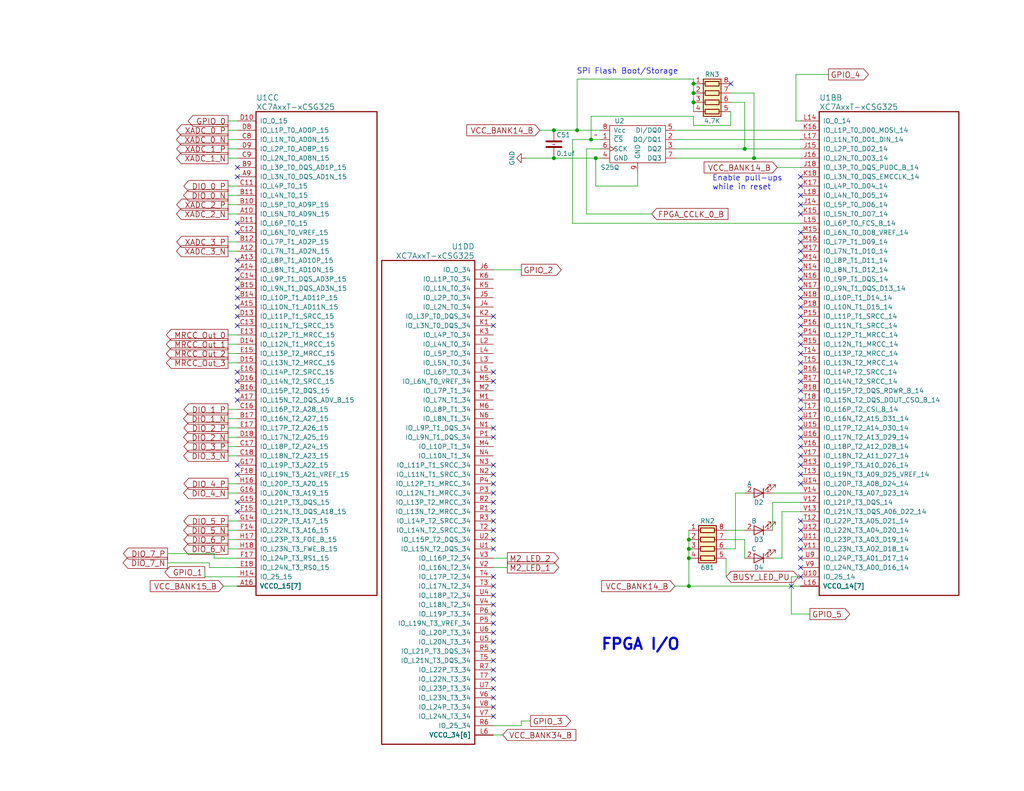
<source format=kicad_sch>
(kicad_sch (version 20250114) (generator "eeschema") (generator_version "9.0")
  (paper "A")
  (title_block (title "hFPGA") (date "2025-09-16") (rev "D") (company "Ethan Yang (github.com/ethanyangtaco115) & Stanely Wang") (comment 1 "A modification of the PicoEVB (github.com/RHSResearchLLC/PicoEVB)") (comment 2 "An expansion"))
  (lib_symbols
    (symbol "CONN_01X06_1" (pin_names (offset 1.016) (hide yes))
      (property "Reference" "J" (at 0 8.89 0))
      (property "Value" "CONN_01X06" (at 2.54 0 90))
      (symbol "CONN_01X06_1_1_1"
        (pin passive line (at -5.08 6.35 0) (length 3.81) (name "P1") (number "1"))
        (pin passive line (at -5.08 3.81 0) (length 3.81) (name "P2") (number "2"))
        (pin passive line (at -5.08 1.27 0) (length 3.81) (name "P3") (number "3"))
        (pin passive line (at -5.08 -1.27 0) (length 3.81) (name "P4") (number "4"))
        (pin passive line (at -5.08 -3.81 0) (length 3.81) (name "P5") (number "5"))
        (pin passive line (at -5.08 -6.35 0) (length 3.81) (name "P6") (number "6"))
      )
    )
    (symbol "C_1" (pin_numbers (hide yes)) (pin_names (offset 0.254))
      (property "Reference" "C" (at 0.635 2.54 0))
      (property "Value" "C" (at 0.635 -2.54 0))
      (symbol "C_1_1_1"
        (pin passive line (at 0 3.81 270) (length 2.794) (name "~") (number "1"))
        (pin passive line (at 0 -3.81 90) (length 2.794) (name "~") (number "2"))
      )
    )
    (symbol "C_2" (pin_numbers (hide yes)) (pin_names (offset 0.254))
      (property "Reference" "C" (at 0.635 2.54 0))
      (property "Value" "C" (at 0.635 -2.54 0))
      (symbol "C_2_1_1"
        (pin passive line (at 0 3.81 270) (length 2.794) (name "~") (number "1"))
        (pin passive line (at 0 -3.81 90) (length 2.794) (name "~") (number "2"))
      )
    )
    (symbol "Connector:Conn_01x39_Socket" (pin_names (offset 1.016) (hide yes))
      (property "Reference" "J" (at 0 50.8 0))
      (property "Value" "Conn_01x39_Socket" (at 0 -50.8 0))
      (symbol "Conn_01x39_Socket_1_1"
        (pin passive line (at -5.08 48.26 0) (length 3.81) (name "Pin_1") (number "1"))
        (pin passive line (at -5.08 45.72 0) (length 3.81) (name "Pin_2") (number "2"))
        (pin passive line (at -5.08 43.18 0) (length 3.81) (name "Pin_3") (number "3"))
        (pin passive line (at -5.08 40.64 0) (length 3.81) (name "Pin_4") (number "4"))
        (pin passive line (at -5.08 38.1 0) (length 3.81) (name "Pin_5") (number "5"))
        (pin passive line (at -5.08 35.56 0) (length 3.81) (name "Pin_6") (number "6"))
        (pin passive line (at -5.08 33.02 0) (length 3.81) (name "Pin_7") (number "7"))
        (pin passive line (at -5.08 30.48 0) (length 3.81) (name "Pin_8") (number "8"))
        (pin passive line (at -5.08 27.94 0) (length 3.81) (name "Pin_9") (number "9"))
        (pin passive line (at -5.08 25.4 0) (length 3.81) (name "Pin_10") (number "10"))
        (pin passive line (at -5.08 22.86 0) (length 3.81) (name "Pin_11") (number "11"))
        (pin passive line (at -5.08 20.32 0) (length 3.81) (name "Pin_12") (number "12"))
        (pin passive line (at -5.08 17.78 0) (length 3.81) (name "Pin_13") (number "13"))
        (pin passive line (at -5.08 15.24 0) (length 3.81) (name "Pin_14") (number "14"))
        (pin passive line (at -5.08 12.7 0) (length 3.81) (name "Pin_15") (number "15"))
        (pin passive line (at -5.08 10.16 0) (length 3.81) (name "Pin_16") (number "16"))
        (pin passive line (at -5.08 7.62 0) (length 3.81) (name "Pin_17") (number "17"))
        (pin passive line (at -5.08 5.08 0) (length 3.81) (name "Pin_18") (number "18"))
        (pin passive line (at -5.08 2.54 0) (length 3.81) (name "Pin_19") (number "19"))
        (pin passive line (at -5.08 0 0) (length 3.81) (name "Pin_20") (number "20"))
        (pin passive line (at -5.08 -2.54 0) (length 3.81) (name "Pin_21") (number "21"))
        (pin passive line (at -5.08 -5.08 0) (length 3.81) (name "Pin_22") (number "22"))
        (pin passive line (at -5.08 -7.62 0) (length 3.81) (name "Pin_23") (number "23"))
        (pin passive line (at -5.08 -10.16 0) (length 3.81) (name "Pin_24") (number "24"))
        (pin passive line (at -5.08 -12.7 0) (length 3.81) (name "Pin_25") (number "25"))
        (pin passive line (at -5.08 -15.24 0) (length 3.81) (name "Pin_26") (number "26"))
        (pin passive line (at -5.08 -17.78 0) (length 3.81) (name "Pin_27") (number "27"))
        (pin passive line (at -5.08 -20.32 0) (length 3.81) (name "Pin_28") (number "28"))
        (pin passive line (at -5.08 -22.86 0) (length 3.81) (name "Pin_29") (number "29"))
        (pin passive line (at -5.08 -25.4 0) (length 3.81) (name "Pin_30") (number "30"))
        (pin passive line (at -5.08 -27.94 0) (length 3.81) (name "Pin_31") (number "31"))
        (pin passive line (at -5.08 -30.48 0) (length 3.81) (name "Pin_32") (number "32"))
        (pin passive line (at -5.08 -33.02 0) (length 3.81) (name "Pin_33") (number "33"))
        (pin passive line (at -5.08 -35.56 0) (length 3.81) (name "Pin_34") (number "34"))
        (pin passive line (at -5.08 -38.1 0) (length 3.81) (name "Pin_35") (number "35"))
        (pin passive line (at -5.08 -40.64 0) (length 3.81) (name "Pin_36") (number "36"))
        (pin passive line (at -5.08 -43.18 0) (length 3.81) (name "Pin_37") (number "37"))
        (pin passive line (at -5.08 -45.72 0) (length 3.81) (name "Pin_38") (number "38"))
        (pin passive line (at -5.08 -48.26 0) (length 3.81) (name "Pin_39") (number "39"))
      )
    )
    (symbol "GND_1" (power) (pin_names (offset 0))
      (property "Value" "GND" (at 0 -3.81 0))
      (symbol "GND_1_1_1"
        (pin power_in line (at 0 0 270) (length 0) (hide yes) (name "GND") (number "1"))
      )
    )
    (symbol "GND_2" (power) (pin_names (offset 0))
      (property "Value" "GND" (at 0 -3.81 0))
      (symbol "GND_2_1_1"
        (pin power_in line (at 0 0 270) (length 0) (hide yes) (name "GND") (number "1"))
      )
    )
    (symbol "GND_3" (power) (pin_names (offset 0))
      (property "Value" "GND" (at 0 -3.81 0))
      (symbol "GND_3_1_1"
        (pin power_in line (at 0 0 270) (length 0) (hide yes) (name "GND") (number "1"))
      )
    )
    (symbol "LED_1" (pin_names (offset 1.016) (hide yes))
      (property "Reference" "D" (at 0 2.54 0))
      (property "Value" "LED" (at 0 -2.54 0))
      (symbol "LED_1_1_1"
        (pin passive line (at -3.81 0 0) (length 2.54) (name "K") (number "1"))
        (pin passive line (at 3.81 0 180) (length 2.54) (name "A") (number "2"))
      )
    )
    (symbol "LED_2" (pin_names (offset 1.016) (hide yes))
      (property "Reference" "D" (at 0 2.54 0))
      (property "Value" "LED" (at 0 -2.54 0))
      (symbol "LED_2_1_1"
        (pin passive line (at -3.81 0 0) (length 2.54) (name "K") (number "1"))
        (pin passive line (at 3.81 0 180) (length 2.54) (name "A") (number "2"))
      )
    )
    (symbol "LED_3" (pin_names (offset 1.016) (hide yes))
      (property "Reference" "D" (at 0 2.54 0))
      (property "Value" "LED" (at 0 -2.54 0))
      (symbol "LED_3_1_1"
        (pin passive line (at -3.81 0 0) (length 2.54) (name "K") (number "1"))
        (pin passive line (at 3.81 0 180) (length 2.54) (name "A") (number "2"))
      )
    )
    (symbol "LED_4" (pin_names (offset 1.016) (hide yes))
      (property "Reference" "D" (at 0 2.54 0))
      (property "Value" "LED" (at 0 -2.54 0))
      (symbol "LED_4_1_1"
        (pin passive line (at -3.81 0 0) (length 2.54) (name "K") (number "1"))
        (pin passive line (at 3.81 0 180) (length 2.54) (name "A") (number "2"))
      )
    )
    (symbol "LED_5" (pin_names (offset 1.016) (hide yes))
      (property "Reference" "D" (at 0 2.54 0))
      (property "Value" "LED" (at 0 -2.54 0))
      (symbol "LED_5_1_1"
        (pin passive line (at -3.81 0 0) (length 2.54) (name "K") (number "1"))
        (pin passive line (at 3.81 0 180) (length 2.54) (name "A") (number "2"))
      )
    )
    (symbol "LED_6" (pin_names (offset 1.016) (hide yes))
      (property "Reference" "D" (at 0 2.54 0))
      (property "Value" "LED" (at 0 -2.54 0))
      (symbol "LED_6_1_1"
        (pin passive line (at -3.81 0 0) (length 2.54) (name "K") (number "1"))
        (pin passive line (at 3.81 0 180) (length 2.54) (name "A") (number "2"))
      )
    )
    (symbol "R_Pack04_1" (pin_names (offset 0) (hide yes))
      (property "Reference" "RN" (at -7.62 0 90))
      (property "Value" "R_Pack04" (at 5.08 0 90))
      (symbol "R_Pack04_1_1_1"
        (pin passive line (at -5.08 5.08 270) (length 2.54) (name "R1.2") (number "8"))
        (pin passive line (at -5.08 -5.08 90) (length 2.54) (name "R1.1") (number "1"))
        (pin passive line (at -2.54 5.08 270) (length 2.54) (name "R2.2") (number "7"))
        (pin passive line (at -2.54 -5.08 90) (length 2.54) (name "R2.1") (number "2"))
        (pin passive line (at 0 5.08 270) (length 2.54) (name "R3.2") (number "6"))
        (pin passive line (at 0 -5.08 90) (length 2.54) (name "R3.1") (number "3"))
        (pin passive line (at 2.54 5.08 270) (length 2.54) (name "R4.2") (number "5"))
        (pin passive line (at 2.54 -5.08 90) (length 2.54) (name "R4.1") (number "4"))
      )
    )
    (symbol "R_Pack04_2" (pin_names (offset 0) (hide yes))
      (property "Reference" "RN" (at -7.62 0 90))
      (property "Value" "R_Pack04" (at 5.08 0 90))
      (symbol "R_Pack04_2_1_1"
        (pin passive line (at -5.08 5.08 270) (length 2.54) (name "R1.2") (number "8"))
        (pin passive line (at -5.08 -5.08 90) (length 2.54) (name "R1.1") (number "1"))
        (pin passive line (at -2.54 5.08 270) (length 2.54) (name "R2.2") (number "7"))
        (pin passive line (at -2.54 -5.08 90) (length 2.54) (name "R2.1") (number "2"))
        (pin passive line (at 0 5.08 270) (length 2.54) (name "R3.2") (number "6"))
        (pin passive line (at 0 -5.08 90) (length 2.54) (name "R3.1") (number "3"))
        (pin passive line (at 2.54 5.08 270) (length 2.54) (name "R4.2") (number "5"))
        (pin passive line (at 2.54 -5.08 90) (length 2.54) (name "R4.1") (number "4"))
      )
    )
    (symbol "R_Pack04_3" (pin_names (offset 0) (hide yes))
      (property "Reference" "RN" (at -7.62 0 90))
      (property "Value" "R_Pack04" (at 5.08 0 90))
      (symbol "R_Pack04_3_1_1"
        (pin passive line (at -5.08 5.08 270) (length 2.54) (name "R1.2") (number "8"))
        (pin passive line (at -5.08 -5.08 90) (length 2.54) (name "R1.1") (number "1"))
        (pin passive line (at -2.54 5.08 270) (length 2.54) (name "R2.2") (number "7"))
        (pin passive line (at -2.54 -5.08 90) (length 2.54) (name "R2.1") (number "2"))
        (pin passive line (at 0 5.08 270) (length 2.54) (name "R3.2") (number "6"))
        (pin passive line (at 0 -5.08 90) (length 2.54) (name "R3.1") (number "3"))
        (pin passive line (at 2.54 5.08 270) (length 2.54) (name "R4.2") (number "5"))
        (pin passive line (at 2.54 -5.08 90) (length 2.54) (name "R4.1") (number "4"))
      )
    )
    (symbol "R_Pack04_4" (pin_names (offset 0) (hide yes))
      (property "Reference" "RN" (at -7.62 0 90))
      (property "Value" "R_Pack04" (at 5.08 0 90))
      (symbol "R_Pack04_4_1_1"
        (pin passive line (at -5.08 5.08 270) (length 2.54) (name "R1.2") (number "8"))
        (pin passive line (at -5.08 -5.08 90) (length 2.54) (name "R1.1") (number "1"))
        (pin passive line (at -2.54 5.08 270) (length 2.54) (name "R2.2") (number "7"))
        (pin passive line (at -2.54 -5.08 90) (length 2.54) (name "R2.1") (number "2"))
        (pin passive line (at 0 5.08 270) (length 2.54) (name "R3.2") (number "6"))
        (pin passive line (at 0 -5.08 90) (length 2.54) (name "R3.1") (number "3"))
        (pin passive line (at 2.54 5.08 270) (length 2.54) (name "R4.2") (number "5"))
        (pin passive line (at 2.54 -5.08 90) (length 2.54) (name "R4.1") (number "4"))
      )
    )
    (symbol "W25Q_1" (pin_names (offset 1.016))
      (property "Reference" "U" (at -3.81 2.54 0))
      (property "Value" "W25Q" (at -7.62 -10.16 0))
      (symbol "W25Q_1_1_1"
        (pin power_in line (at -7.62 0 0) (length 2.54) (name "Vcc") (number "8"))
        (pin input line (at -7.62 -2.54 0) (length 2.54) (name "~{CS}") (number "1"))
        (pin input clock (at -7.62 -5.08 0) (length 2.54) (name "SCK") (number "6"))
        (pin power_in line (at -7.62 -7.62 0) (length 2.54) (name "GND") (number "4"))
        (pin power_in line (at 2.54 -11.43 90) (length 2.54) (name "GND") (number "9"))
        (pin output line (at 12.7 0 180) (length 2.54) (name "DI/DQ0") (number "5"))
        (pin output line (at 12.7 -2.54 180) (length 2.54) (name "DO/DQ1") (number "2"))
        (pin output line (at 12.7 -5.08 180) (length 2.54) (name "DQ2") (number "3"))
        (pin output line (at 12.7 -7.62 180) (length 2.54) (name "DQ3") (number "7"))
      )
    )
    (symbol "W25Q_2" (pin_names (offset 1.016))
      (property "Reference" "U" (at -3.81 2.54 0))
      (property "Value" "W25Q" (at -7.62 -10.16 0))
      (symbol "W25Q_2_1_1"
        (pin power_in line (at -7.62 0 0) (length 2.54) (name "Vcc") (number "8"))
        (pin input line (at -7.62 -2.54 0) (length 2.54) (name "~{CS}") (number "1"))
        (pin input clock (at -7.62 -5.08 0) (length 2.54) (name "SCK") (number "6"))
        (pin power_in line (at -7.62 -7.62 0) (length 2.54) (name "GND") (number "4"))
        (pin power_in line (at 2.54 -11.43 90) (length 2.54) (name "GND") (number "9"))
        (pin output line (at 12.7 0 180) (length 2.54) (name "DI/DQ0") (number "5"))
        (pin output line (at 12.7 -2.54 180) (length 2.54) (name "DO/DQ1") (number "2"))
        (pin output line (at 12.7 -5.08 180) (length 2.54) (name "DQ2") (number "3"))
        (pin output line (at 12.7 -7.62 180) (length 2.54) (name "DQ3") (number "7"))
      )
    )
    (symbol "power:GND" (power) (pin_numbers (hide yes)) (pin_names (offset 0) (hide yes))
      (property "Value" "GND" (at 0 -3.81 0))
      (symbol "GND_1_1"
        (pin power_in line (at 0 0 270) (length 0) (name "~") (number "1"))
      )
    )
    (symbol "xc7a50tcsg325_1" (pin_names (offset 1.016))
      (property "Reference" "U" (at 1.27 3.81 0))
      (property "Value" "xc7a50tcsg325" (at 8.89 3.81 0))
      (symbol "xc7a50tcsg325_1_1_1"
        (pin power_in line (at 0 0 0) (length 5.08) (name "VCCO_0[2]") (number "E10"))
        (pin power_in line (at 0 0 0) (length 5.08) (name "VCCO_0[2]") (number "R10"))
        (pin power_in line (at 0 -2.54 0) (length 5.08) (name "VCCBATT_0") (number "E11"))
        (pin input line (at 0 -6.35 0) (length 5.08) (name "CFGBVS_0") (number "E12"))
        (pin input line (at 0 -8.89 0) (length 5.08) (name "M0_0") (number "R12"))
        (pin input line (at 0 -11.43 0) (length 5.08) (name "M1_0") (number "R11"))
        (pin input line (at 0 -13.97 0) (length 5.08) (name "M2_0") (number "F13"))
        (pin input line (at 0 -17.78 0) (length 5.08) (name "TDI_0") (number "T9"))
        (pin output line (at 0 -20.32 0) (length 5.08) (name "TDO_0") (number "T8"))
        (pin input line (at 0 -22.86 0) (length 5.08) (name "TMS_0") (number "R8"))
        (pin input line (at 0 -25.4 0) (length 5.08) (name "TCK_0") (number "F8"))
        (pin input line (at 0 -29.21 0) (length 5.08) (name "PROGRAM_B_0") (number "P10"))
        (pin input line (at 0 -31.75 0) (length 5.08) (name "INIT_B_0") (number "T10"))
        (pin output line (at 0 -34.29 0) (length 5.08) (name "DONE_0") (number "F12"))
        (pin input line (at 0 -38.1 0) (length 5.08) (name "CCLK_0") (number "E8"))
        (pin power_in line (at 36.83 0 180) (length 5.08) (name "VCCADC_0") (number "J10"))
        (pin power_in line (at 36.83 -2.54 180) (length 5.08) (name "GNDADC_0") (number "J9"))
        (pin input line (at 36.83 -5.08 180) (length 5.08) (name "VREFP_0") (number "L10"))
        (pin input line (at 36.83 -7.62 180) (length 5.08) (name "VREFN_0") (number "K9"))
        (pin input line (at 36.83 -10.16 180) (length 5.08) (name "VP_0") (number "K10"))
        (pin input line (at 36.83 -12.7 180) (length 5.08) (name "VN_0") (number "L9"))
        (pin passive line (at 36.83 -16.51 180) (length 5.08) (name "DXN_0") (number "M9"))
        (pin passive line (at 36.83 -19.05 180) (length 5.08) (name "DXP_0") (number "M10"))
      )
      (symbol "xc7a50tcsg325_1_2_1"
        (pin bidirectional line (at 0 0 0) (length 5.08) (name "IO_0_14") (number "L14"))
        (pin bidirectional line (at 0 -2.54 0) (length 5.08) (name "IO_L1P_T0_D00_MOSI_14") (number "K16"))
        (pin bidirectional line (at 0 -5.08 0) (length 5.08) (name "IO_L1N_T0_D01_DIN_14") (number "L17"))
        (pin bidirectional line (at 0 -7.62 0) (length 5.08) (name "IO_L2P_T0_D02_14") (number "J15"))
        (pin bidirectional line (at 0 -10.16 0) (length 5.08) (name "IO_L2N_T0_D03_14") (number "J16"))
        (pin bidirectional line (at 0 -12.7 0) (length 5.08) (name "IO_L3P_T0_DQS_PUDC_B_14") (number "J18"))
        (pin bidirectional line (at 0 -15.24 0) (length 5.08) (name "IO_L3N_T0_DQS_EMCCLK_14") (number "K18"))
        (pin bidirectional line (at 0 -17.78 0) (length 5.08) (name "IO_L4P_T0_D04_14") (number "K17"))
        (pin bidirectional line (at 0 -20.32 0) (length 5.08) (name "IO_L4N_T0_D05_14") (number "L18"))
        (pin bidirectional line (at 0 -22.86 0) (length 5.08) (name "IO_L5P_T0_D06_14") (number "J14"))
        (pin bidirectional line (at 0 -25.4 0) (length 5.08) (name "IO_L5N_T0_D07_14") (number "K15"))
        (pin bidirectional line (at 0 -27.94 0) (length 5.08) (name "IO_L6P_T0_FCS_B_14") (number "L15"))
        (pin bidirectional line (at 0 -30.48 0) (length 5.08) (name "IO_L6N_T0_D08_VREF_14") (number "M15"))
        (pin bidirectional line (at 0 -33.02 0) (length 5.08) (name "IO_L7P_T1_D09_14") (number "M16"))
        (pin bidirectional line (at 0 -35.56 0) (length 5.08) (name "IO_L7N_T1_D10_14") (number "M17"))
        (pin bidirectional line (at 0 -38.1 0) (length 5.08) (name "IO_L8P_T1_D11_14") (number "M14"))
        (pin bidirectional line (at 0 -40.64 0) (length 5.08) (name "IO_L8N_T1_D12_14") (number "N14"))
        (pin bidirectional line (at 0 -43.18 0) (length 5.08) (name "IO_L9P_T1_DQS_14") (number "N16"))
        (pin bidirectional line (at 0 -45.72 0) (length 5.08) (name "IO_L9N_T1_DQS_D13_14") (number "N17"))
        (pin bidirectional line (at 0 -48.26 0) (length 5.08) (name "IO_L10P_T1_D14_14") (number "N18"))
        (pin bidirectional line (at 0 -50.8 0) (length 5.08) (name "IO_L10N_T1_D15_14") (number "P18"))
        (pin bidirectional line (at 0 -53.34 0) (length 5.08) (name "IO_L11P_T1_SRCC_14") (number "P15"))
        (pin bidirectional line (at 0 -55.88 0) (length 5.08) (name "IO_L11N_T1_SRCC_14") (number "P16"))
        (pin bidirectional line (at 0 -58.42 0) (length 5.08) (name "IO_L12P_T1_MRCC_14") (number "P14"))
        (pin bidirectional line (at 0 -60.96 0) (length 5.08) (name "IO_L12N_T1_MRCC_14") (number "R15"))
        (pin bidirectional line (at 0 -63.5 0) (length 5.08) (name "IO_L13P_T2_MRCC_14") (number "T14"))
        (pin bidirectional line (at 0 -66.04 0) (length 5.08) (name "IO_L13N_T2_MRCC_14") (number "T15"))
        (pin bidirectional line (at 0 -68.58 0) (length 5.08) (name "IO_L14P_T2_SRCC_14") (number "R16"))
        (pin bidirectional line (at 0 -71.12 0) (length 5.08) (name "IO_L14N_T2_SRCC_14") (number "R17"))
        (pin bidirectional line (at 0 -73.66 0) (length 5.08) (name "IO_L15P_T2_DQS_RDWR_B_14") (number "R18"))
        (pin bidirectional line (at 0 -76.2 0) (length 5.08) (name "IO_L15N_T2_DQS_DOUT_CSO_B_14") (number "T18"))
        (pin bidirectional line (at 0 -78.74 0) (length 5.08) (name "IO_L16P_T2_CSI_B_14") (number "T17"))
        (pin bidirectional line (at 0 -81.28 0) (length 5.08) (name "IO_L16N_T2_A15_D31_14") (number "U17"))
        (pin bidirectional line (at 0 -83.82 0) (length 5.08) (name "IO_L17P_T2_A14_D30_14") (number "U15"))
        (pin bidirectional line (at 0 -86.36 0) (length 5.08) (name "IO_L17N_T2_A13_D29_14") (number "U16"))
        (pin bidirectional line (at 0 -88.9 0) (length 5.08) (name "IO_L18P_T2_A12_D28_14") (number "V16"))
        (pin bidirectional line (at 0 -91.44 0) (length 5.08) (name "IO_L18N_T2_A11_D27_14") (number "V17"))
        (pin bidirectional line (at 0 -93.98 0) (length 5.08) (name "IO_L19P_T3_A10_D26_14") (number "R13"))
        (pin bidirectional line (at 0 -96.52 0) (length 5.08) (name "IO_L19N_T3_A09_D25_VREF_14") (number "T13"))
        (pin bidirectional line (at 0 -99.06 0) (length 5.08) (name "IO_L20P_T3_A08_D24_14") (number "U14"))
        (pin bidirectional line (at 0 -101.6 0) (length 5.08) (name "IO_L20N_T3_A07_D23_14") (number "V14"))
        (pin bidirectional line (at 0 -104.14 0) (length 5.08) (name "IO_L21P_T3_DQS_14") (number "V12"))
        (pin bidirectional line (at 0 -106.68 0) (length 5.08) (name "IO_L21N_T3_DQS_A06_D22_14") (number "V13"))
        (pin bidirectional line (at 0 -109.22 0) (length 5.08) (name "IO_L22P_T3_A05_D21_14") (number "T12"))
        (pin bidirectional line (at 0 -111.76 0) (length 5.08) (name "IO_L22N_T3_A04_D20_14") (number "U12"))
        (pin bidirectional line (at 0 -114.3 0) (length 5.08) (name "IO_L23P_T3_A03_D19_14") (number "U11"))
        (pin bidirectional line (at 0 -116.84 0) (length 5.08) (name "IO_L23N_T3_A02_D18_14") (number "V11"))
        (pin bidirectional line (at 0 -119.38 0) (length 5.08) (name "IO_L24P_T3_A01_D17_14") (number "U9"))
        (pin bidirectional line (at 0 -121.92 0) (length 5.08) (name "IO_L24N_T3_A00_D16_14") (number "V9"))
        (pin bidirectional line (at 0 -124.46 0) (length 5.08) (name "IO_25_14") (number "U10"))
        (pin power_in line (at 0 -127 0) (length 5.08) (name "VCCO_14[7]") (number "L16"))
        (pin power_in line (at 0 -127 0) (length 5.08) (name "VCCO_14[7]") (number "P17"))
        (pin power_in line (at 0 -127 0) (length 5.08) (name "VCCO_14[7]") (number "R14"))
        (pin power_in line (at 0 -127 0) (length 5.08) (name "VCCO_14[7]") (number "T11"))
        (pin power_in line (at 0 -127 0) (length 5.08) (name "VCCO_14[7]") (number "U18"))
        (pin power_in line (at 0 -127 0) (length 5.08) (name "VCCO_14[7]") (number "U8"))
        (pin power_in line (at 0 -127 0) (length 5.08) (name "VCCO_14[7]") (number "V15"))
      )
      (symbol "xc7a50tcsg325_1_3_1"
        (pin bidirectional line (at 0 0 0) (length 5.08) (name "IO_0_15") (number "D10"))
        (pin bidirectional line (at 0 -2.54 0) (length 5.08) (name "IO_L1P_T0_AD0P_15") (number "D8"))
        (pin bidirectional line (at 0 -5.08 0) (length 5.08) (name "IO_L1N_T0_AD0N_15") (number "C8"))
        (pin bidirectional line (at 0 -7.62 0) (length 5.08) (name "IO_L2P_T0_AD8P_15") (number "D9"))
        (pin bidirectional line (at 0 -10.16 0) (length 5.08) (name "IO_L2N_T0_AD8N_15") (number "C9"))
        (pin bidirectional line (at 0 -12.7 0) (length 5.08) (name "IO_L3P_T0_DQS_AD1P_15") (number "B9"))
        (pin bidirectional line (at 0 -15.24 0) (length 5.08) (name "IO_L3N_T0_DQS_AD1N_15") (number "A9"))
        (pin bidirectional line (at 0 -17.78 0) (length 5.08) (name "IO_L4P_T0_15") (number "C11"))
        (pin bidirectional line (at 0 -20.32 0) (length 5.08) (name "IO_L4N_T0_15") (number "B11"))
        (pin bidirectional line (at 0 -22.86 0) (length 5.08) (name "IO_L5P_T0_AD9P_15") (number "B10"))
        (pin bidirectional line (at 0 -25.4 0) (length 5.08) (name "IO_L5N_T0_AD9N_15") (number "A10"))
        (pin bidirectional line (at 0 -27.94 0) (length 5.08) (name "IO_L6P_T0_15") (number "D11"))
        (pin bidirectional line (at 0 -30.48 0) (length 5.08) (name "IO_L6N_T0_VREF_15") (number "C12"))
        (pin bidirectional line (at 0 -33.02 0) (length 5.08) (name "IO_L7P_T1_AD2P_15") (number "B12"))
        (pin bidirectional line (at 0 -35.56 0) (length 5.08) (name "IO_L7N_T1_AD2N_15") (number "A12"))
        (pin bidirectional line (at 0 -38.1 0) (length 5.08) (name "IO_L8P_T1_AD10P_15") (number "A13"))
        (pin bidirectional line (at 0 -40.64 0) (length 5.08) (name "IO_L8N_T1_AD10N_15") (number "A14"))
        (pin bidirectional line (at 0 -43.18 0) (length 5.08) (name "IO_L9P_T1_DQS_AD3P_15") (number "C14"))
        (pin bidirectional line (at 0 -45.72 0) (length 5.08) (name "IO_L9N_T1_DQS_AD3N_15") (number "B15"))
        (pin bidirectional line (at 0 -48.26 0) (length 5.08) (name "IO_L10P_T1_AD11P_15") (number "B14"))
        (pin bidirectional line (at 0 -50.8 0) (length 5.08) (name "IO_L10N_T1_AD11N_15") (number "A15"))
        (pin bidirectional line (at 0 -53.34 0) (length 5.08) (name "IO_L11P_T1_SRCC_15") (number "D13"))
        (pin bidirectional line (at 0 -55.88 0) (length 5.08) (name "IO_L11N_T1_SRCC_15") (number "C13"))
        (pin bidirectional line (at 0 -58.42 0) (length 5.08) (name "IO_L12P_T1_MRCC_15") (number "E13"))
        (pin bidirectional line (at 0 -60.96 0) (length 5.08) (name "IO_L12N_T1_MRCC_15") (number "D14"))
        (pin bidirectional line (at 0 -63.5 0) (length 5.08) (name "IO_L13P_T2_MRCC_15") (number "E15"))
        (pin bidirectional line (at 0 -66.04 0) (length 5.08) (name "IO_L13N_T2_MRCC_15") (number "D15"))
        (pin bidirectional line (at 0 -68.58 0) (length 5.08) (name "IO_L14P_T2_SRCC_15") (number "E16"))
        (pin bidirectional line (at 0 -71.12 0) (length 5.08) (name "IO_L14N_T2_SRCC_15") (number "D16"))
        (pin bidirectional line (at 0 -73.66 0) (length 5.08) (name "IO_L15P_T2_DQS_15") (number "B16"))
        (pin bidirectional line (at 0 -76.2 0) (length 5.08) (name "IO_L15N_T2_DQS_ADV_B_15") (number "A17"))
        (pin bidirectional line (at 0 -78.74 0) (length 5.08) (name "IO_L16P_T2_A28_15") (number "C16"))
        (pin bidirectional line (at 0 -81.28 0) (length 5.08) (name "IO_L16N_T2_A27_15") (number "B17"))
        (pin bidirectional line (at 0 -83.82 0) (length 5.08) (name "IO_L17P_T2_A26_15") (number "E17"))
        (pin bidirectional line (at 0 -86.36 0) (length 5.08) (name "IO_L17N_T2_A25_15") (number "D18"))
        (pin bidirectional line (at 0 -88.9 0) (length 5.08) (name "IO_L18P_T2_A24_15") (number "C17"))
        (pin bidirectional line (at 0 -91.44 0) (length 5.08) (name "IO_L18N_T2_A23_15") (number "C18"))
        (pin bidirectional line (at 0 -93.98 0) (length 5.08) (name "IO_L19P_T3_A22_15") (number "G17"))
        (pin bidirectional line (at 0 -96.52 0) (length 5.08) (name "IO_L19N_T3_A21_VREF_15") (number "F18"))
        (pin bidirectional line (at 0 -99.06 0) (length 5.08) (name "IO_L20P_T3_A20_15") (number "H16"))
        (pin bidirectional line (at 0 -101.6 0) (length 5.08) (name "IO_L20N_T3_A19_15") (number "G16"))
        (pin bidirectional line (at 0 -104.14 0) (length 5.08) (name "IO_L21P_T3_DQS_15") (number "G15"))
        (pin bidirectional line (at 0 -106.68 0) (length 5.08) (name "IO_L21N_T3_DQS_A18_15") (number "F15"))
        (pin bidirectional line (at 0 -109.22 0) (length 5.08) (name "IO_L22P_T3_A17_15") (number "G14"))
        (pin bidirectional line (at 0 -111.76 0) (length 5.08) (name "IO_L22N_T3_A16_15") (number "F14"))
        (pin bidirectional line (at 0 -114.3 0) (length 5.08) (name "IO_L23P_T3_FOE_B_15") (number "H17"))
        (pin bidirectional line (at 0 -116.84 0) (length 5.08) (name "IO_L23N_T3_FWE_B_15") (number "H18"))
        (pin bidirectional line (at 0 -119.38 0) (length 5.08) (name "IO_L24P_T3_RS1_15") (number "F17"))
        (pin bidirectional line (at 0 -121.92 0) (length 5.08) (name "IO_L24N_T3_RS0_15") (number "E18"))
        (pin bidirectional line (at 0 -124.46 0) (length 5.08) (name "IO_25_15") (number "H14"))
        (pin power_in line (at 0 -127 0) (length 5.08) (name "VCCO_15[7]") (number "A16"))
        (pin power_in line (at 0 -127 0) (length 5.08) (name "VCCO_15[7]") (number "B13"))
        (pin power_in line (at 0 -127 0) (length 5.08) (name "VCCO_15[7]") (number "C10"))
        (pin power_in line (at 0 -127 0) (length 5.08) (name "VCCO_15[7]") (number "D17"))
        (pin power_in line (at 0 -127 0) (length 5.08) (name "VCCO_15[7]") (number "E14"))
        (pin power_in line (at 0 -127 0) (length 5.08) (name "VCCO_15[7]") (number "G18"))
        (pin power_in line (at 0 -127 0) (length 5.08) (name "VCCO_15[7]") (number "H15"))
      )
      (symbol "xc7a50tcsg325_1_4_1"
        (pin bidirectional line (at 0 0 0) (length 5.08) (name "IO_0_34") (number "J6"))
        (pin bidirectional line (at 0 -2.54 0) (length 5.08) (name "IO_L1P_T0_34") (number "K6"))
        (pin bidirectional line (at 0 -5.08 0) (length 5.08) (name "IO_L1N_T0_34") (number "K5"))
        (pin bidirectional line (at 0 -7.62 0) (length 5.08) (name "IO_L2P_T0_34") (number "J5"))
        (pin bidirectional line (at 0 -10.16 0) (length 5.08) (name "IO_L2N_T0_34") (number "J4"))
        (pin bidirectional line (at 0 -12.7 0) (length 5.08) (name "IO_L3P_T0_DQS_34") (number "K2"))
        (pin bidirectional line (at 0 -15.24 0) (length 5.08) (name "IO_L3N_T0_DQS_34") (number "K1"))
        (pin bidirectional line (at 0 -17.78 0) (length 5.08) (name "IO_L4P_T0_34") (number "K3"))
        (pin bidirectional line (at 0 -20.32 0) (length 5.08) (name "IO_L4N_T0_34") (number "L2"))
        (pin bidirectional line (at 0 -22.86 0) (length 5.08) (name "IO_L5P_T0_34") (number "L4"))
        (pin bidirectional line (at 0 -25.4 0) (length 5.08) (name "IO_L5N_T0_34") (number "L3"))
        (pin bidirectional line (at 0 -27.94 0) (length 5.08) (name "IO_L6P_T0_34") (number "L5"))
        (pin bidirectional line (at 0 -30.48 0) (length 5.08) (name "IO_L6N_T0_VREF_34") (number "M5"))
        (pin bidirectional line (at 0 -33.02 0) (length 5.08) (name "IO_L7P_T1_34") (number "M2"))
        (pin bidirectional line (at 0 -35.56 0) (length 5.08) (name "IO_L7N_T1_34") (number "M1"))
        (pin bidirectional line (at 0 -38.1 0) (length 5.08) (name "IO_L8P_T1_34") (number "M6"))
        (pin bidirectional line (at 0 -40.64 0) (length 5.08) (name "IO_L8N_T1_34") (number "N6"))
        (pin bidirectional line (at 0 -43.18 0) (length 5.08) (name "IO_L9P_T1_DQS_34") (number "N1"))
        (pin bidirectional line (at 0 -45.72 0) (length 5.08) (name "IO_L9N_T1_DQS_34") (number "P1"))
        (pin bidirectional line (at 0 -48.26 0) (length 5.08) (name "IO_L10P_T1_34") (number "M4"))
        (pin bidirectional line (at 0 -50.8 0) (length 5.08) (name "IO_L10N_T1_34") (number "N4"))
        (pin bidirectional line (at 0 -53.34 0) (length 5.08) (name "IO_L11P_T1_SRCC_34") (number "N3"))
        (pin bidirectional line (at 0 -55.88 0) (length 5.08) (name "IO_L11N_T1_SRCC_34") (number "N2"))
        (pin bidirectional line (at 0 -58.42 0) (length 5.08) (name "IO_L12P_T1_MRCC_34") (number "P4"))
        (pin bidirectional line (at 0 -60.96 0) (length 5.08) (name "IO_L12N_T1_MRCC_34") (number "P3"))
        (pin bidirectional line (at 0 -63.5 0) (length 5.08) (name "IO_L13P_T2_MRCC_34") (number "R2"))
        (pin bidirectional line (at 0 -66.04 0) (length 5.08) (name "IO_L13N_T2_MRCC_34") (number "R1"))
        (pin bidirectional line (at 0 -68.58 0) (length 5.08) (name "IO_L14P_T2_SRCC_34") (number "R3"))
        (pin bidirectional line (at 0 -71.12 0) (length 5.08) (name "IO_L14N_T2_SRCC_34") (number "T2"))
        (pin bidirectional line (at 0 -73.66 0) (length 5.08) (name "IO_L15P_T2_DQS_34") (number "U2"))
        (pin bidirectional line (at 0 -76.2 0) (length 5.08) (name "IO_L15N_T2_DQS_34") (number "U1"))
        (pin bidirectional line (at 0 -78.74 0) (length 5.08) (name "IO_L16P_T2_34") (number "V3"))
        (pin bidirectional line (at 0 -81.28 0) (length 5.08) (name "IO_L16N_T2_34") (number "V2"))
        (pin bidirectional line (at 0 -83.82 0) (length 5.08) (name "IO_L17P_T2_34") (number "T4"))
        (pin bidirectional line (at 0 -86.36 0) (length 5.08) (name "IO_L17N_T2_34") (number "T3"))
        (pin bidirectional line (at 0 -88.9 0) (length 5.08) (name "IO_L18P_T2_34") (number "U4"))
        (pin bidirectional line (at 0 -91.44 0) (length 5.08) (name "IO_L18N_T2_34") (number "V4"))
        (pin bidirectional line (at 0 -93.98 0) (length 5.08) (name "IO_L19P_T3_34") (number "P6"))
        (pin bidirectional line (at 0 -96.52 0) (length 5.08) (name "IO_L19N_T3_VREF_34") (number "P5"))
        (pin bidirectional line (at 0 -99.06 0) (length 5.08) (name "IO_L20P_T3_34") (number "U6"))
        (pin bidirectional line (at 0 -101.6 0) (length 5.08) (name "IO_L20N_T3_34") (number "U5"))
        (pin bidirectional line (at 0 -104.14 0) (length 5.08) (name "IO_L21P_T3_DQS_34") (number "R5"))
        (pin bidirectional line (at 0 -106.68 0) (length 5.08) (name "IO_L21N_T3_DQS_34") (number "T5"))
        (pin bidirectional line (at 0 -109.22 0) (length 5.08) (name "IO_L22P_T3_34") (number "R7"))
        (pin bidirectional line (at 0 -111.76 0) (length 5.08) (name "IO_L22N_T3_34") (number "T7"))
        (pin bidirectional line (at 0 -114.3 0) (length 5.08) (name "IO_L23P_T3_34") (number "U7"))
        (pin bidirectional line (at 0 -116.84 0) (length 5.08) (name "IO_L23N_T3_34") (number "V6"))
        (pin bidirectional line (at 0 -119.38 0) (length 5.08) (name "IO_L24P_T3_34") (number "V8"))
        (pin bidirectional line (at 0 -121.92 0) (length 5.08) (name "IO_L24N_T3_34") (number "V7"))
        (pin bidirectional line (at 0 -124.46 0) (length 5.08) (name "IO_25_34") (number "R6"))
        (pin power_in line (at 0 -127 0) (length 5.08) (name "VCCO_34[6]") (number "L6"))
        (pin power_in line (at 0 -127 0) (length 5.08) (name "VCCO_34[6]") (number "M3"))
        (pin power_in line (at 0 -127 0) (length 5.08) (name "VCCO_34[6]") (number "P7"))
        (pin power_in line (at 0 -127 0) (length 5.08) (name "VCCO_34[6]") (number "R4"))
        (pin power_in line (at 0 -127 0) (length 5.08) (name "VCCO_34[6]") (number "T1"))
        (pin power_in line (at 0 -127 0) (length 5.08) (name "VCCO_34[6]") (number "V5"))
      )
      (symbol "xc7a50tcsg325_1_5_1"
        (pin passive line (at 0 0 0) (length 5.08) (name "MGTRREF_216") (number "A6"))
        (pin input line (at 0 -3.81 0) (length 5.08) (name "MGTREFCLK0P_216") (number "D6"))
        (pin input line (at 0 -6.35 0) (length 5.08) (name "MGTREFCLK0N_216") (number "D5"))
        (pin input line (at 0 -8.89 0) (length 5.08) (name "MGTREFCLK1P_216") (number "B6"))
        (pin input line (at 0 -11.43 0) (length 5.08) (name "MGTREFCLK1N_216") (number "B5"))
        (pin input line (at 0 -15.24 0) (length 5.08) (name "MGTPRXP0_216") (number "E4"))
        (pin input line (at 0 -17.78 0) (length 5.08) (name "MGTPRXN0_216") (number "E3"))
        (pin input line (at 0 -20.32 0) (length 5.08) (name "MGTPRXP1_216") (number "A4"))
        (pin input line (at 0 -22.86 0) (length 5.08) (name "MGTPRXN1_216") (number "A3"))
        (pin input line (at 0 -25.4 0) (length 5.08) (name "MGTPRXP2_216") (number "C4"))
        (pin input line (at 0 -27.94 0) (length 5.08) (name "MGTPRXN2_216") (number "C3"))
        (pin input line (at 0 -30.48 0) (length 5.08) (name "MGTPRXP3_216") (number "G4"))
        (pin input line (at 0 -33.02 0) (length 5.08) (name "MGTPRXN3_216") (number "G3"))
        (pin output line (at 45.72 -15.24 180) (length 5.08) (name "MGTPTXP0_216") (number "H2"))
        (pin output line (at 45.72 -17.78 180) (length 5.08) (name "MGTPTXN0_216") (number "H1"))
        (pin output line (at 45.72 -20.32 180) (length 5.08) (name "MGTPTXP1_216") (number "F2"))
        (pin output line (at 45.72 -22.86 180) (length 5.08) (name "MGTPTXN1_216") (number "F1"))
        (pin output line (at 45.72 -25.4 180) (length 5.08) (name "MGTPTXP2_216") (number "D2"))
        (pin output line (at 45.72 -27.94 180) (length 5.08) (name "MGTPTXN2_216") (number "D1"))
        (pin output line (at 45.72 -30.48 180) (length 5.08) (name "MGTPTXP3_216") (number "B2"))
        (pin output line (at 45.72 -33.02 180) (length 5.08) (name "MGTPTXN3_216") (number "B1"))
      )
      (symbol "xc7a50tcsg325_1_6_1"
        (pin power_in line (at 0 0 0) (length 5.08) (name "VCCAUX[5]") (number "G12"))
        (pin power_in line (at 0 0 0) (length 5.08) (name "VCCAUX[5]") (number "H13"))
        (pin power_in line (at 0 0 0) (length 5.08) (name "VCCAUX[5]") (number "K13"))
        (pin power_in line (at 0 0 0) (length 5.08) (name "VCCAUX[5]") (number "M13"))
        (pin power_in line (at 0 0 0) (length 5.08) (name "VCCAUX[5]") (number "P13"))
        (pin power_in line (at 0 -2.54 0) (length 5.08) (name "VCCINT[18]") (number "F7"))
        (pin power_in line (at 0 -2.54 0) (length 5.08) (name "VCCINT[18]") (number "F9"))
        (pin power_in line (at 0 -2.54 0) (length 5.08) (name "VCCINT[18]") (number "G8"))
        (pin power_in line (at 0 -2.54 0) (length 5.08) (name "VCCINT[18]") (number "H7"))
        (pin power_in line (at 0 -2.54 0) (length 5.08) (name "VCCINT[18]") (number "H9"))
        (pin power_in line (at 0 -2.54 0) (length 5.08) (name "VCCINT[18]") (number "J12"))
        (pin power_in line (at 0 -2.54 0) (length 5.08) (name "VCCINT[18]") (number "J8"))
        (pin power_in line (at 0 -2.54 0) (length 5.08) (name "VCCINT[18]") (number "K11"))
        (pin power_in line (at 0 -2.54 0) (length 5.08) (name "VCCINT[18]") (number "K7"))
        (pin power_in line (at 0 -2.54 0) (length 5.08) (name "VCCINT[18]") (number "L12"))
        (pin power_in line (at 0 -2.54 0) (length 5.08) (name "VCCINT[18]") (number "L8"))
        (pin power_in line (at 0 -2.54 0) (length 5.08) (name "VCCINT[18]") (number "M11"))
        (pin power_in line (at 0 -2.54 0) (length 5.08) (name "VCCINT[18]") (number "M7"))
        (pin power_in line (at 0 -2.54 0) (length 5.08) (name "VCCINT[18]") (number "N10"))
        (pin power_in line (at 0 -2.54 0) (length 5.08) (name "VCCINT[18]") (number "N12"))
        (pin power_in line (at 0 -2.54 0) (length 5.08) (name "VCCINT[18]") (number "N8"))
        (pin power_in line (at 0 -2.54 0) (length 5.08) (name "VCCINT[18]") (number "P11"))
        (pin power_in line (at 0 -2.54 0) (length 5.08) (name "VCCINT[18]") (number "P9"))
        (pin power_in line (at 0 -5.08 0) (length 5.08) (name "GND[75]") (number "A1"))
        (pin power_in line (at 0 -5.08 0) (length 5.08) (name "GND[75]") (number "A11"))
        (pin power_in line (at 0 -5.08 0) (length 5.08) (name "GND[75]") (number "A18"))
        (pin power_in line (at 0 -5.08 0) (length 5.08) (name "GND[75]") (number "A5"))
        (pin power_in line (at 0 -5.08 0) (length 5.08) (name "GND[75]") (number "A7"))
        (pin power_in line (at 0 -5.08 0) (length 5.08) (name "GND[75]") (number "A8"))
        (pin power_in line (at 0 -5.08 0) (length 5.08) (name "GND[75]") (number "B18"))
        (pin power_in line (at 0 -5.08 0) (length 5.08) (name "GND[75]") (number "B3"))
        (pin power_in line (at 0 -5.08 0) (length 5.08) (name "GND[75]") (number "B7"))
        (pin power_in line (at 0 -5.08 0) (length 5.08) (name "GND[75]") (number "B8"))
        (pin power_in line (at 0 -5.08 0) (length 5.08) (name "GND[75]") (number "C15"))
        (pin power_in line (at 0 -5.08 0) (length 5.08) (name "GND[75]") (number "C2"))
        (pin power_in line (at 0 -5.08 0) (length 5.08) (name "GND[75]") (number "C6"))
        (pin power_in line (at 0 -5.08 0) (length 5.08) (name "GND[75]") (number "C7"))
        (pin power_in line (at 0 -5.08 0) (length 5.08) (name "GND[75]") (number "D12"))
        (pin power_in line (at 0 -5.08 0) (length 5.08) (name "GND[75]") (number "D3"))
        (pin power_in line (at 0 -5.08 0) (length 5.08) (name "GND[75]") (number "D4"))
        (pin power_in line (at 0 -5.08 0) (length 5.08) (name "GND[75]") (number "D7"))
        (pin power_in line (at 0 -5.08 0) (length 5.08) (name "GND[75]") (number "E2"))
        (pin power_in line (at 0 -5.08 0) (length 5.08) (name "GND[75]") (number "E6"))
        (pin power_in line (at 0 -5.08 0) (length 5.08) (name "GND[75]") (number "E7"))
        (pin power_in line (at 0 -5.08 0) (length 5.08) (name "GND[75]") (number "E9"))
        (pin power_in line (at 0 -5.08 0) (length 5.08) (name "GND[75]") (number "F10"))
        (pin power_in line (at 0 -5.08 0) (length 5.08) (name "GND[75]") (number "F16"))
        (pin power_in line (at 0 -5.08 0) (length 5.08) (name "GND[75]") (number "F4"))
        (pin power_in line (at 0 -5.08 0) (length 5.08) (name "GND[75]") (number "F6"))
        (pin power_in line (at 0 -5.08 0) (length 5.08) (name "GND[75]") (number "G1"))
        (pin power_in line (at 0 -5.08 0) (length 5.08) (name "GND[75]") (number "G11"))
        (pin power_in line (at 0 -5.08 0) (length 5.08) (name "GND[75]") (number "G13"))
        (pin power_in line (at 0 -5.08 0) (length 5.08) (name "GND[75]") (number "G5"))
        (pin power_in line (at 0 -5.08 0) (length 5.08) (name "GND[75]") (number "G6"))
        (pin power_in line (at 0 -5.08 0) (length 5.08) (name "GND[75]") (number "G7"))
        (pin power_in line (at 0 -5.08 0) (length 5.08) (name "GND[75]") (number "G9"))
        (pin power_in line (at 0 -5.08 0) (length 5.08) (name "GND[75]") (number "H10"))
        (pin power_in line (at 0 -5.08 0) (length 5.08) (name "GND[75]") (number "H12"))
        (pin power_in line (at 0 -5.08 0) (length 5.08) (name "GND[75]") (number "H3"))
        (pin power_in line (at 0 -5.08 0) (length 5.08) (name "GND[75]") (number "H4"))
        (pin power_in line (at 0 -5.08 0) (length 5.08) (name "GND[75]") (number "H5"))
        (pin power_in line (at 0 -5.08 0) (length 5.08) (name "GND[75]") (number "H6"))
        (pin power_in line (at 0 -5.08 0) (length 5.08) (name "GND[75]") (number "H8"))
        (pin power_in line (at 0 -5.08 0) (length 5.08) (name "GND[75]") (number "J1"))
        (pin power_in line (at 0 -5.08 0) (length 5.08) (name "GND[75]") (number "J11"))
        (pin power_in line (at 0 -5.08 0) (length 5.08) (name "GND[75]") (number "J13"))
        (pin power_in line (at 0 -5.08 0) (length 5.08) (name "GND[75]") (number "J17"))
        (pin power_in line (at 0 -5.08 0) (length 5.08) (name "GND[75]") (number "J2"))
        (pin power_in line (at 0 -5.08 0) (length 5.08) (name "GND[75]") (number "J3"))
        (pin power_in line (at 0 -5.08 0) (length 5.08) (name "GND[75]") (number "J7"))
        (pin power_in line (at 0 -5.08 0) (length 5.08) (name "GND[75]") (number "K12"))
        (pin power_in line (at 0 -5.08 0) (length 5.08) (name "GND[75]") (number "K14"))
        (pin power_in line (at 0 -5.08 0) (length 5.08) (name "GND[75]") (number "K4"))
        (pin power_in line (at 0 -5.08 0) (length 5.08) (name "GND[75]") (number "K8"))
        (pin power_in line (at 0 -5.08 0) (length 5.08) (name "GND[75]") (number "L1"))
        (pin power_in line (at 0 -5.08 0) (length 5.08) (name "GND[75]") (number "L11"))
        (pin power_in line (at 0 -5.08 0) (length 5.08) (name "GND[75]") (number "L13"))
        (pin power_in line (at 0 -5.08 0) (length 5.08) (name "GND[75]") (number "L7"))
        (pin power_in line (at 0 -5.08 0) (length 5.08) (name "GND[75]") (number "M12"))
        (pin power_in line (at 0 -5.08 0) (length 5.08) (name "GND[75]") (number "M18"))
        (pin power_in line (at 0 -5.08 0) (length 5.08) (name "GND[75]") (number "M8"))
        (pin power_in line (at 0 -5.08 0) (length 5.08) (name "GND[75]") (number "N11"))
        (pin power_in line (at 0 -5.08 0) (length 5.08) (name "GND[75]") (number "N13"))
        (pin power_in line (at 0 -5.08 0) (length 5.08) (name "GND[75]") (number "N15"))
        (pin power_in line (at 0 -5.08 0) (length 5.08) (name "GND[75]") (number "N5"))
        (pin power_in line (at 0 -5.08 0) (length 5.08) (name "GND[75]") (number "N7"))
        (pin power_in line (at 0 -5.08 0) (length 5.08) (name "GND[75]") (number "N9"))
        (pin power_in line (at 0 -5.08 0) (length 5.08) (name "GND[75]") (number "P12"))
        (pin power_in line (at 0 -5.08 0) (length 5.08) (name "GND[75]") (number "P2"))
        (pin power_in line (at 0 -5.08 0) (length 5.08) (name "GND[75]") (number "P8"))
        (pin power_in line (at 0 -5.08 0) (length 5.08) (name "GND[75]") (number "R9"))
        (pin power_in line (at 0 -5.08 0) (length 5.08) (name "GND[75]") (number "T16"))
        (pin power_in line (at 0 -5.08 0) (length 5.08) (name "GND[75]") (number "T6"))
        (pin power_in line (at 0 -5.08 0) (length 5.08) (name "GND[75]") (number "U13"))
        (pin power_in line (at 0 -5.08 0) (length 5.08) (name "GND[75]") (number "U3"))
        (pin power_in line (at 0 -5.08 0) (length 5.08) (name "GND[75]") (number "V1"))
        (pin power_in line (at 0 -5.08 0) (length 5.08) (name "GND[75]") (number "V10"))
        (pin power_in line (at 0 -5.08 0) (length 5.08) (name "GND[75]") (number "V18"))
        (pin power_in line (at 0 -7.62 0) (length 5.08) (name "VCCBRAM[3]") (number "F11"))
        (pin power_in line (at 0 -7.62 0) (length 5.08) (name "VCCBRAM[3]") (number "G10"))
        (pin power_in line (at 0 -7.62 0) (length 5.08) (name "VCCBRAM[3]") (number "H11"))
        (pin power_in line (at 0 -10.16 0) (length 5.08) (name "MGTAVCC[4]") (number "B4"))
        (pin power_in line (at 0 -10.16 0) (length 5.08) (name "MGTAVCC[4]") (number "C5"))
        (pin power_in line (at 0 -10.16 0) (length 5.08) (name "MGTAVCC[4]") (number "E5"))
        (pin power_in line (at 0 -10.16 0) (length 5.08) (name "MGTAVCC[4]") (number "F5"))
        (pin power_in line (at 0 -12.7 0) (length 5.08) (name "MGTAVTT[5]") (number "A2"))
        (pin power_in line (at 0 -12.7 0) (length 5.08) (name "MGTAVTT[5]") (number "C1"))
        (pin power_in line (at 0 -12.7 0) (length 5.08) (name "MGTAVTT[5]") (number "E1"))
        (pin power_in line (at 0 -12.7 0) (length 5.08) (name "MGTAVTT[5]") (number "F3"))
        (pin power_in line (at 0 -12.7 0) (length 5.08) (name "MGTAVTT[5]") (number "G2"))
      )
    )
    (symbol "xc7a50tcsg325_2" (pin_names (offset 1.016))
      (property "Reference" "U" (at 1.27 3.81 0))
      (property "Value" "xc7a50tcsg325" (at 8.89 3.81 0))
      (symbol "xc7a50tcsg325_2_1_1"
        (pin power_in line (at 0 0 0) (length 5.08) (name "VCCO_0[2]") (number "E10"))
        (pin power_in line (at 0 0 0) (length 5.08) (name "VCCO_0[2]") (number "R10"))
        (pin power_in line (at 0 -2.54 0) (length 5.08) (name "VCCBATT_0") (number "E11"))
        (pin input line (at 0 -6.35 0) (length 5.08) (name "CFGBVS_0") (number "E12"))
        (pin input line (at 0 -8.89 0) (length 5.08) (name "M0_0") (number "R12"))
        (pin input line (at 0 -11.43 0) (length 5.08) (name "M1_0") (number "R11"))
        (pin input line (at 0 -13.97 0) (length 5.08) (name "M2_0") (number "F13"))
        (pin input line (at 0 -17.78 0) (length 5.08) (name "TDI_0") (number "T9"))
        (pin output line (at 0 -20.32 0) (length 5.08) (name "TDO_0") (number "T8"))
        (pin input line (at 0 -22.86 0) (length 5.08) (name "TMS_0") (number "R8"))
        (pin input line (at 0 -25.4 0) (length 5.08) (name "TCK_0") (number "F8"))
        (pin input line (at 0 -29.21 0) (length 5.08) (name "PROGRAM_B_0") (number "P10"))
        (pin input line (at 0 -31.75 0) (length 5.08) (name "INIT_B_0") (number "T10"))
        (pin output line (at 0 -34.29 0) (length 5.08) (name "DONE_0") (number "F12"))
        (pin input line (at 0 -38.1 0) (length 5.08) (name "CCLK_0") (number "E8"))
        (pin power_in line (at 36.83 0 180) (length 5.08) (name "VCCADC_0") (number "J10"))
        (pin power_in line (at 36.83 -2.54 180) (length 5.08) (name "GNDADC_0") (number "J9"))
        (pin input line (at 36.83 -5.08 180) (length 5.08) (name "VREFP_0") (number "L10"))
        (pin input line (at 36.83 -7.62 180) (length 5.08) (name "VREFN_0") (number "K9"))
        (pin input line (at 36.83 -10.16 180) (length 5.08) (name "VP_0") (number "K10"))
        (pin input line (at 36.83 -12.7 180) (length 5.08) (name "VN_0") (number "L9"))
        (pin passive line (at 36.83 -16.51 180) (length 5.08) (name "DXN_0") (number "M9"))
        (pin passive line (at 36.83 -19.05 180) (length 5.08) (name "DXP_0") (number "M10"))
      )
      (symbol "xc7a50tcsg325_2_2_1"
        (pin bidirectional line (at 0 0 0) (length 5.08) (name "IO_0_14") (number "L14"))
        (pin bidirectional line (at 0 -2.54 0) (length 5.08) (name "IO_L1P_T0_D00_MOSI_14") (number "K16"))
        (pin bidirectional line (at 0 -5.08 0) (length 5.08) (name "IO_L1N_T0_D01_DIN_14") (number "L17"))
        (pin bidirectional line (at 0 -7.62 0) (length 5.08) (name "IO_L2P_T0_D02_14") (number "J15"))
        (pin bidirectional line (at 0 -10.16 0) (length 5.08) (name "IO_L2N_T0_D03_14") (number "J16"))
        (pin bidirectional line (at 0 -12.7 0) (length 5.08) (name "IO_L3P_T0_DQS_PUDC_B_14") (number "J18"))
        (pin bidirectional line (at 0 -15.24 0) (length 5.08) (name "IO_L3N_T0_DQS_EMCCLK_14") (number "K18"))
        (pin bidirectional line (at 0 -17.78 0) (length 5.08) (name "IO_L4P_T0_D04_14") (number "K17"))
        (pin bidirectional line (at 0 -20.32 0) (length 5.08) (name "IO_L4N_T0_D05_14") (number "L18"))
        (pin bidirectional line (at 0 -22.86 0) (length 5.08) (name "IO_L5P_T0_D06_14") (number "J14"))
        (pin bidirectional line (at 0 -25.4 0) (length 5.08) (name "IO_L5N_T0_D07_14") (number "K15"))
        (pin bidirectional line (at 0 -27.94 0) (length 5.08) (name "IO_L6P_T0_FCS_B_14") (number "L15"))
        (pin bidirectional line (at 0 -30.48 0) (length 5.08) (name "IO_L6N_T0_D08_VREF_14") (number "M15"))
        (pin bidirectional line (at 0 -33.02 0) (length 5.08) (name "IO_L7P_T1_D09_14") (number "M16"))
        (pin bidirectional line (at 0 -35.56 0) (length 5.08) (name "IO_L7N_T1_D10_14") (number "M17"))
        (pin bidirectional line (at 0 -38.1 0) (length 5.08) (name "IO_L8P_T1_D11_14") (number "M14"))
        (pin bidirectional line (at 0 -40.64 0) (length 5.08) (name "IO_L8N_T1_D12_14") (number "N14"))
        (pin bidirectional line (at 0 -43.18 0) (length 5.08) (name "IO_L9P_T1_DQS_14") (number "N16"))
        (pin bidirectional line (at 0 -45.72 0) (length 5.08) (name "IO_L9N_T1_DQS_D13_14") (number "N17"))
        (pin bidirectional line (at 0 -48.26 0) (length 5.08) (name "IO_L10P_T1_D14_14") (number "N18"))
        (pin bidirectional line (at 0 -50.8 0) (length 5.08) (name "IO_L10N_T1_D15_14") (number "P18"))
        (pin bidirectional line (at 0 -53.34 0) (length 5.08) (name "IO_L11P_T1_SRCC_14") (number "P15"))
        (pin bidirectional line (at 0 -55.88 0) (length 5.08) (name "IO_L11N_T1_SRCC_14") (number "P16"))
        (pin bidirectional line (at 0 -58.42 0) (length 5.08) (name "IO_L12P_T1_MRCC_14") (number "P14"))
        (pin bidirectional line (at 0 -60.96 0) (length 5.08) (name "IO_L12N_T1_MRCC_14") (number "R15"))
        (pin bidirectional line (at 0 -63.5 0) (length 5.08) (name "IO_L13P_T2_MRCC_14") (number "T14"))
        (pin bidirectional line (at 0 -66.04 0) (length 5.08) (name "IO_L13N_T2_MRCC_14") (number "T15"))
        (pin bidirectional line (at 0 -68.58 0) (length 5.08) (name "IO_L14P_T2_SRCC_14") (number "R16"))
        (pin bidirectional line (at 0 -71.12 0) (length 5.08) (name "IO_L14N_T2_SRCC_14") (number "R17"))
        (pin bidirectional line (at 0 -73.66 0) (length 5.08) (name "IO_L15P_T2_DQS_RDWR_B_14") (number "R18"))
        (pin bidirectional line (at 0 -76.2 0) (length 5.08) (name "IO_L15N_T2_DQS_DOUT_CSO_B_14") (number "T18"))
        (pin bidirectional line (at 0 -78.74 0) (length 5.08) (name "IO_L16P_T2_CSI_B_14") (number "T17"))
        (pin bidirectional line (at 0 -81.28 0) (length 5.08) (name "IO_L16N_T2_A15_D31_14") (number "U17"))
        (pin bidirectional line (at 0 -83.82 0) (length 5.08) (name "IO_L17P_T2_A14_D30_14") (number "U15"))
        (pin bidirectional line (at 0 -86.36 0) (length 5.08) (name "IO_L17N_T2_A13_D29_14") (number "U16"))
        (pin bidirectional line (at 0 -88.9 0) (length 5.08) (name "IO_L18P_T2_A12_D28_14") (number "V16"))
        (pin bidirectional line (at 0 -91.44 0) (length 5.08) (name "IO_L18N_T2_A11_D27_14") (number "V17"))
        (pin bidirectional line (at 0 -93.98 0) (length 5.08) (name "IO_L19P_T3_A10_D26_14") (number "R13"))
        (pin bidirectional line (at 0 -96.52 0) (length 5.08) (name "IO_L19N_T3_A09_D25_VREF_14") (number "T13"))
        (pin bidirectional line (at 0 -99.06 0) (length 5.08) (name "IO_L20P_T3_A08_D24_14") (number "U14"))
        (pin bidirectional line (at 0 -101.6 0) (length 5.08) (name "IO_L20N_T3_A07_D23_14") (number "V14"))
        (pin bidirectional line (at 0 -104.14 0) (length 5.08) (name "IO_L21P_T3_DQS_14") (number "V12"))
        (pin bidirectional line (at 0 -106.68 0) (length 5.08) (name "IO_L21N_T3_DQS_A06_D22_14") (number "V13"))
        (pin bidirectional line (at 0 -109.22 0) (length 5.08) (name "IO_L22P_T3_A05_D21_14") (number "T12"))
        (pin bidirectional line (at 0 -111.76 0) (length 5.08) (name "IO_L22N_T3_A04_D20_14") (number "U12"))
        (pin bidirectional line (at 0 -114.3 0) (length 5.08) (name "IO_L23P_T3_A03_D19_14") (number "U11"))
        (pin bidirectional line (at 0 -116.84 0) (length 5.08) (name "IO_L23N_T3_A02_D18_14") (number "V11"))
        (pin bidirectional line (at 0 -119.38 0) (length 5.08) (name "IO_L24P_T3_A01_D17_14") (number "U9"))
        (pin bidirectional line (at 0 -121.92 0) (length 5.08) (name "IO_L24N_T3_A00_D16_14") (number "V9"))
        (pin bidirectional line (at 0 -124.46 0) (length 5.08) (name "IO_25_14") (number "U10"))
        (pin power_in line (at 0 -127 0) (length 5.08) (name "VCCO_14[7]") (number "L16"))
        (pin power_in line (at 0 -127 0) (length 5.08) (name "VCCO_14[7]") (number "P17"))
        (pin power_in line (at 0 -127 0) (length 5.08) (name "VCCO_14[7]") (number "R14"))
        (pin power_in line (at 0 -127 0) (length 5.08) (name "VCCO_14[7]") (number "T11"))
        (pin power_in line (at 0 -127 0) (length 5.08) (name "VCCO_14[7]") (number "U18"))
        (pin power_in line (at 0 -127 0) (length 5.08) (name "VCCO_14[7]") (number "U8"))
        (pin power_in line (at 0 -127 0) (length 5.08) (name "VCCO_14[7]") (number "V15"))
      )
      (symbol "xc7a50tcsg325_2_3_1"
        (pin bidirectional line (at 0 0 0) (length 5.08) (name "IO_0_15") (number "D10"))
        (pin bidirectional line (at 0 -2.54 0) (length 5.08) (name "IO_L1P_T0_AD0P_15") (number "D8"))
        (pin bidirectional line (at 0 -5.08 0) (length 5.08) (name "IO_L1N_T0_AD0N_15") (number "C8"))
        (pin bidirectional line (at 0 -7.62 0) (length 5.08) (name "IO_L2P_T0_AD8P_15") (number "D9"))
        (pin bidirectional line (at 0 -10.16 0) (length 5.08) (name "IO_L2N_T0_AD8N_15") (number "C9"))
        (pin bidirectional line (at 0 -12.7 0) (length 5.08) (name "IO_L3P_T0_DQS_AD1P_15") (number "B9"))
        (pin bidirectional line (at 0 -15.24 0) (length 5.08) (name "IO_L3N_T0_DQS_AD1N_15") (number "A9"))
        (pin bidirectional line (at 0 -17.78 0) (length 5.08) (name "IO_L4P_T0_15") (number "C11"))
        (pin bidirectional line (at 0 -20.32 0) (length 5.08) (name "IO_L4N_T0_15") (number "B11"))
        (pin bidirectional line (at 0 -22.86 0) (length 5.08) (name "IO_L5P_T0_AD9P_15") (number "B10"))
        (pin bidirectional line (at 0 -25.4 0) (length 5.08) (name "IO_L5N_T0_AD9N_15") (number "A10"))
        (pin bidirectional line (at 0 -27.94 0) (length 5.08) (name "IO_L6P_T0_15") (number "D11"))
        (pin bidirectional line (at 0 -30.48 0) (length 5.08) (name "IO_L6N_T0_VREF_15") (number "C12"))
        (pin bidirectional line (at 0 -33.02 0) (length 5.08) (name "IO_L7P_T1_AD2P_15") (number "B12"))
        (pin bidirectional line (at 0 -35.56 0) (length 5.08) (name "IO_L7N_T1_AD2N_15") (number "A12"))
        (pin bidirectional line (at 0 -38.1 0) (length 5.08) (name "IO_L8P_T1_AD10P_15") (number "A13"))
        (pin bidirectional line (at 0 -40.64 0) (length 5.08) (name "IO_L8N_T1_AD10N_15") (number "A14"))
        (pin bidirectional line (at 0 -43.18 0) (length 5.08) (name "IO_L9P_T1_DQS_AD3P_15") (number "C14"))
        (pin bidirectional line (at 0 -45.72 0) (length 5.08) (name "IO_L9N_T1_DQS_AD3N_15") (number "B15"))
        (pin bidirectional line (at 0 -48.26 0) (length 5.08) (name "IO_L10P_T1_AD11P_15") (number "B14"))
        (pin bidirectional line (at 0 -50.8 0) (length 5.08) (name "IO_L10N_T1_AD11N_15") (number "A15"))
        (pin bidirectional line (at 0 -53.34 0) (length 5.08) (name "IO_L11P_T1_SRCC_15") (number "D13"))
        (pin bidirectional line (at 0 -55.88 0) (length 5.08) (name "IO_L11N_T1_SRCC_15") (number "C13"))
        (pin bidirectional line (at 0 -58.42 0) (length 5.08) (name "IO_L12P_T1_MRCC_15") (number "E13"))
        (pin bidirectional line (at 0 -60.96 0) (length 5.08) (name "IO_L12N_T1_MRCC_15") (number "D14"))
        (pin bidirectional line (at 0 -63.5 0) (length 5.08) (name "IO_L13P_T2_MRCC_15") (number "E15"))
        (pin bidirectional line (at 0 -66.04 0) (length 5.08) (name "IO_L13N_T2_MRCC_15") (number "D15"))
        (pin bidirectional line (at 0 -68.58 0) (length 5.08) (name "IO_L14P_T2_SRCC_15") (number "E16"))
        (pin bidirectional line (at 0 -71.12 0) (length 5.08) (name "IO_L14N_T2_SRCC_15") (number "D16"))
        (pin bidirectional line (at 0 -73.66 0) (length 5.08) (name "IO_L15P_T2_DQS_15") (number "B16"))
        (pin bidirectional line (at 0 -76.2 0) (length 5.08) (name "IO_L15N_T2_DQS_ADV_B_15") (number "A17"))
        (pin bidirectional line (at 0 -78.74 0) (length 5.08) (name "IO_L16P_T2_A28_15") (number "C16"))
        (pin bidirectional line (at 0 -81.28 0) (length 5.08) (name "IO_L16N_T2_A27_15") (number "B17"))
        (pin bidirectional line (at 0 -83.82 0) (length 5.08) (name "IO_L17P_T2_A26_15") (number "E17"))
        (pin bidirectional line (at 0 -86.36 0) (length 5.08) (name "IO_L17N_T2_A25_15") (number "D18"))
        (pin bidirectional line (at 0 -88.9 0) (length 5.08) (name "IO_L18P_T2_A24_15") (number "C17"))
        (pin bidirectional line (at 0 -91.44 0) (length 5.08) (name "IO_L18N_T2_A23_15") (number "C18"))
        (pin bidirectional line (at 0 -93.98 0) (length 5.08) (name "IO_L19P_T3_A22_15") (number "G17"))
        (pin bidirectional line (at 0 -96.52 0) (length 5.08) (name "IO_L19N_T3_A21_VREF_15") (number "F18"))
        (pin bidirectional line (at 0 -99.06 0) (length 5.08) (name "IO_L20P_T3_A20_15") (number "H16"))
        (pin bidirectional line (at 0 -101.6 0) (length 5.08) (name "IO_L20N_T3_A19_15") (number "G16"))
        (pin bidirectional line (at 0 -104.14 0) (length 5.08) (name "IO_L21P_T3_DQS_15") (number "G15"))
        (pin bidirectional line (at 0 -106.68 0) (length 5.08) (name "IO_L21N_T3_DQS_A18_15") (number "F15"))
        (pin bidirectional line (at 0 -109.22 0) (length 5.08) (name "IO_L22P_T3_A17_15") (number "G14"))
        (pin bidirectional line (at 0 -111.76 0) (length 5.08) (name "IO_L22N_T3_A16_15") (number "F14"))
        (pin bidirectional line (at 0 -114.3 0) (length 5.08) (name "IO_L23P_T3_FOE_B_15") (number "H17"))
        (pin bidirectional line (at 0 -116.84 0) (length 5.08) (name "IO_L23N_T3_FWE_B_15") (number "H18"))
        (pin bidirectional line (at 0 -119.38 0) (length 5.08) (name "IO_L24P_T3_RS1_15") (number "F17"))
        (pin bidirectional line (at 0 -121.92 0) (length 5.08) (name "IO_L24N_T3_RS0_15") (number "E18"))
        (pin bidirectional line (at 0 -124.46 0) (length 5.08) (name "IO_25_15") (number "H14"))
        (pin power_in line (at 0 -127 0) (length 5.08) (name "VCCO_15[7]") (number "A16"))
        (pin power_in line (at 0 -127 0) (length 5.08) (name "VCCO_15[7]") (number "B13"))
        (pin power_in line (at 0 -127 0) (length 5.08) (name "VCCO_15[7]") (number "C10"))
        (pin power_in line (at 0 -127 0) (length 5.08) (name "VCCO_15[7]") (number "D17"))
        (pin power_in line (at 0 -127 0) (length 5.08) (name "VCCO_15[7]") (number "E14"))
        (pin power_in line (at 0 -127 0) (length 5.08) (name "VCCO_15[7]") (number "G18"))
        (pin power_in line (at 0 -127 0) (length 5.08) (name "VCCO_15[7]") (number "H15"))
      )
      (symbol "xc7a50tcsg325_2_4_1"
        (pin bidirectional line (at 0 0 0) (length 5.08) (name "IO_0_34") (number "J6"))
        (pin bidirectional line (at 0 -2.54 0) (length 5.08) (name "IO_L1P_T0_34") (number "K6"))
        (pin bidirectional line (at 0 -5.08 0) (length 5.08) (name "IO_L1N_T0_34") (number "K5"))
        (pin bidirectional line (at 0 -7.62 0) (length 5.08) (name "IO_L2P_T0_34") (number "J5"))
        (pin bidirectional line (at 0 -10.16 0) (length 5.08) (name "IO_L2N_T0_34") (number "J4"))
        (pin bidirectional line (at 0 -12.7 0) (length 5.08) (name "IO_L3P_T0_DQS_34") (number "K2"))
        (pin bidirectional line (at 0 -15.24 0) (length 5.08) (name "IO_L3N_T0_DQS_34") (number "K1"))
        (pin bidirectional line (at 0 -17.78 0) (length 5.08) (name "IO_L4P_T0_34") (number "K3"))
        (pin bidirectional line (at 0 -20.32 0) (length 5.08) (name "IO_L4N_T0_34") (number "L2"))
        (pin bidirectional line (at 0 -22.86 0) (length 5.08) (name "IO_L5P_T0_34") (number "L4"))
        (pin bidirectional line (at 0 -25.4 0) (length 5.08) (name "IO_L5N_T0_34") (number "L3"))
        (pin bidirectional line (at 0 -27.94 0) (length 5.08) (name "IO_L6P_T0_34") (number "L5"))
        (pin bidirectional line (at 0 -30.48 0) (length 5.08) (name "IO_L6N_T0_VREF_34") (number "M5"))
        (pin bidirectional line (at 0 -33.02 0) (length 5.08) (name "IO_L7P_T1_34") (number "M2"))
        (pin bidirectional line (at 0 -35.56 0) (length 5.08) (name "IO_L7N_T1_34") (number "M1"))
        (pin bidirectional line (at 0 -38.1 0) (length 5.08) (name "IO_L8P_T1_34") (number "M6"))
        (pin bidirectional line (at 0 -40.64 0) (length 5.08) (name "IO_L8N_T1_34") (number "N6"))
        (pin bidirectional line (at 0 -43.18 0) (length 5.08) (name "IO_L9P_T1_DQS_34") (number "N1"))
        (pin bidirectional line (at 0 -45.72 0) (length 5.08) (name "IO_L9N_T1_DQS_34") (number "P1"))
        (pin bidirectional line (at 0 -48.26 0) (length 5.08) (name "IO_L10P_T1_34") (number "M4"))
        (pin bidirectional line (at 0 -50.8 0) (length 5.08) (name "IO_L10N_T1_34") (number "N4"))
        (pin bidirectional line (at 0 -53.34 0) (length 5.08) (name "IO_L11P_T1_SRCC_34") (number "N3"))
        (pin bidirectional line (at 0 -55.88 0) (length 5.08) (name "IO_L11N_T1_SRCC_34") (number "N2"))
        (pin bidirectional line (at 0 -58.42 0) (length 5.08) (name "IO_L12P_T1_MRCC_34") (number "P4"))
        (pin bidirectional line (at 0 -60.96 0) (length 5.08) (name "IO_L12N_T1_MRCC_34") (number "P3"))
        (pin bidirectional line (at 0 -63.5 0) (length 5.08) (name "IO_L13P_T2_MRCC_34") (number "R2"))
        (pin bidirectional line (at 0 -66.04 0) (length 5.08) (name "IO_L13N_T2_MRCC_34") (number "R1"))
        (pin bidirectional line (at 0 -68.58 0) (length 5.08) (name "IO_L14P_T2_SRCC_34") (number "R3"))
        (pin bidirectional line (at 0 -71.12 0) (length 5.08) (name "IO_L14N_T2_SRCC_34") (number "T2"))
        (pin bidirectional line (at 0 -73.66 0) (length 5.08) (name "IO_L15P_T2_DQS_34") (number "U2"))
        (pin bidirectional line (at 0 -76.2 0) (length 5.08) (name "IO_L15N_T2_DQS_34") (number "U1"))
        (pin bidirectional line (at 0 -78.74 0) (length 5.08) (name "IO_L16P_T2_34") (number "V3"))
        (pin bidirectional line (at 0 -81.28 0) (length 5.08) (name "IO_L16N_T2_34") (number "V2"))
        (pin bidirectional line (at 0 -83.82 0) (length 5.08) (name "IO_L17P_T2_34") (number "T4"))
        (pin bidirectional line (at 0 -86.36 0) (length 5.08) (name "IO_L17N_T2_34") (number "T3"))
        (pin bidirectional line (at 0 -88.9 0) (length 5.08) (name "IO_L18P_T2_34") (number "U4"))
        (pin bidirectional line (at 0 -91.44 0) (length 5.08) (name "IO_L18N_T2_34") (number "V4"))
        (pin bidirectional line (at 0 -93.98 0) (length 5.08) (name "IO_L19P_T3_34") (number "P6"))
        (pin bidirectional line (at 0 -96.52 0) (length 5.08) (name "IO_L19N_T3_VREF_34") (number "P5"))
        (pin bidirectional line (at 0 -99.06 0) (length 5.08) (name "IO_L20P_T3_34") (number "U6"))
        (pin bidirectional line (at 0 -101.6 0) (length 5.08) (name "IO_L20N_T3_34") (number "U5"))
        (pin bidirectional line (at 0 -104.14 0) (length 5.08) (name "IO_L21P_T3_DQS_34") (number "R5"))
        (pin bidirectional line (at 0 -106.68 0) (length 5.08) (name "IO_L21N_T3_DQS_34") (number "T5"))
        (pin bidirectional line (at 0 -109.22 0) (length 5.08) (name "IO_L22P_T3_34") (number "R7"))
        (pin bidirectional line (at 0 -111.76 0) (length 5.08) (name "IO_L22N_T3_34") (number "T7"))
        (pin bidirectional line (at 0 -114.3 0) (length 5.08) (name "IO_L23P_T3_34") (number "U7"))
        (pin bidirectional line (at 0 -116.84 0) (length 5.08) (name "IO_L23N_T3_34") (number "V6"))
        (pin bidirectional line (at 0 -119.38 0) (length 5.08) (name "IO_L24P_T3_34") (number "V8"))
        (pin bidirectional line (at 0 -121.92 0) (length 5.08) (name "IO_L24N_T3_34") (number "V7"))
        (pin bidirectional line (at 0 -124.46 0) (length 5.08) (name "IO_25_34") (number "R6"))
        (pin power_in line (at 0 -127 0) (length 5.08) (name "VCCO_34[6]") (number "L6"))
        (pin power_in line (at 0 -127 0) (length 5.08) (name "VCCO_34[6]") (number "M3"))
        (pin power_in line (at 0 -127 0) (length 5.08) (name "VCCO_34[6]") (number "P7"))
        (pin power_in line (at 0 -127 0) (length 5.08) (name "VCCO_34[6]") (number "R4"))
        (pin power_in line (at 0 -127 0) (length 5.08) (name "VCCO_34[6]") (number "T1"))
        (pin power_in line (at 0 -127 0) (length 5.08) (name "VCCO_34[6]") (number "V5"))
      )
      (symbol "xc7a50tcsg325_2_5_1"
        (pin passive line (at 0 0 0) (length 5.08) (name "MGTRREF_216") (number "A6"))
        (pin input line (at 0 -3.81 0) (length 5.08) (name "MGTREFCLK0P_216") (number "D6"))
        (pin input line (at 0 -6.35 0) (length 5.08) (name "MGTREFCLK0N_216") (number "D5"))
        (pin input line (at 0 -8.89 0) (length 5.08) (name "MGTREFCLK1P_216") (number "B6"))
        (pin input line (at 0 -11.43 0) (length 5.08) (name "MGTREFCLK1N_216") (number "B5"))
        (pin input line (at 0 -15.24 0) (length 5.08) (name "MGTPRXP0_216") (number "E4"))
        (pin input line (at 0 -17.78 0) (length 5.08) (name "MGTPRXN0_216") (number "E3"))
        (pin input line (at 0 -20.32 0) (length 5.08) (name "MGTPRXP1_216") (number "A4"))
        (pin input line (at 0 -22.86 0) (length 5.08) (name "MGTPRXN1_216") (number "A3"))
        (pin input line (at 0 -25.4 0) (length 5.08) (name "MGTPRXP2_216") (number "C4"))
        (pin input line (at 0 -27.94 0) (length 5.08) (name "MGTPRXN2_216") (number "C3"))
        (pin input line (at 0 -30.48 0) (length 5.08) (name "MGTPRXP3_216") (number "G4"))
        (pin input line (at 0 -33.02 0) (length 5.08) (name "MGTPRXN3_216") (number "G3"))
        (pin output line (at 45.72 -15.24 180) (length 5.08) (name "MGTPTXP0_216") (number "H2"))
        (pin output line (at 45.72 -17.78 180) (length 5.08) (name "MGTPTXN0_216") (number "H1"))
        (pin output line (at 45.72 -20.32 180) (length 5.08) (name "MGTPTXP1_216") (number "F2"))
        (pin output line (at 45.72 -22.86 180) (length 5.08) (name "MGTPTXN1_216") (number "F1"))
        (pin output line (at 45.72 -25.4 180) (length 5.08) (name "MGTPTXP2_216") (number "D2"))
        (pin output line (at 45.72 -27.94 180) (length 5.08) (name "MGTPTXN2_216") (number "D1"))
        (pin output line (at 45.72 -30.48 180) (length 5.08) (name "MGTPTXP3_216") (number "B2"))
        (pin output line (at 45.72 -33.02 180) (length 5.08) (name "MGTPTXN3_216") (number "B1"))
      )
      (symbol "xc7a50tcsg325_2_6_1"
        (pin power_in line (at 0 0 0) (length 5.08) (name "VCCAUX[5]") (number "G12"))
        (pin power_in line (at 0 0 0) (length 5.08) (name "VCCAUX[5]") (number "H13"))
        (pin power_in line (at 0 0 0) (length 5.08) (name "VCCAUX[5]") (number "K13"))
        (pin power_in line (at 0 0 0) (length 5.08) (name "VCCAUX[5]") (number "M13"))
        (pin power_in line (at 0 0 0) (length 5.08) (name "VCCAUX[5]") (number "P13"))
        (pin power_in line (at 0 -2.54 0) (length 5.08) (name "VCCINT[18]") (number "F7"))
        (pin power_in line (at 0 -2.54 0) (length 5.08) (name "VCCINT[18]") (number "F9"))
        (pin power_in line (at 0 -2.54 0) (length 5.08) (name "VCCINT[18]") (number "G8"))
        (pin power_in line (at 0 -2.54 0) (length 5.08) (name "VCCINT[18]") (number "H7"))
        (pin power_in line (at 0 -2.54 0) (length 5.08) (name "VCCINT[18]") (number "H9"))
        (pin power_in line (at 0 -2.54 0) (length 5.08) (name "VCCINT[18]") (number "J12"))
        (pin power_in line (at 0 -2.54 0) (length 5.08) (name "VCCINT[18]") (number "J8"))
        (pin power_in line (at 0 -2.54 0) (length 5.08) (name "VCCINT[18]") (number "K11"))
        (pin power_in line (at 0 -2.54 0) (length 5.08) (name "VCCINT[18]") (number "K7"))
        (pin power_in line (at 0 -2.54 0) (length 5.08) (name "VCCINT[18]") (number "L12"))
        (pin power_in line (at 0 -2.54 0) (length 5.08) (name "VCCINT[18]") (number "L8"))
        (pin power_in line (at 0 -2.54 0) (length 5.08) (name "VCCINT[18]") (number "M11"))
        (pin power_in line (at 0 -2.54 0) (length 5.08) (name "VCCINT[18]") (number "M7"))
        (pin power_in line (at 0 -2.54 0) (length 5.08) (name "VCCINT[18]") (number "N10"))
        (pin power_in line (at 0 -2.54 0) (length 5.08) (name "VCCINT[18]") (number "N12"))
        (pin power_in line (at 0 -2.54 0) (length 5.08) (name "VCCINT[18]") (number "N8"))
        (pin power_in line (at 0 -2.54 0) (length 5.08) (name "VCCINT[18]") (number "P11"))
        (pin power_in line (at 0 -2.54 0) (length 5.08) (name "VCCINT[18]") (number "P9"))
        (pin power_in line (at 0 -5.08 0) (length 5.08) (name "GND[75]") (number "A1"))
        (pin power_in line (at 0 -5.08 0) (length 5.08) (name "GND[75]") (number "A11"))
        (pin power_in line (at 0 -5.08 0) (length 5.08) (name "GND[75]") (number "A18"))
        (pin power_in line (at 0 -5.08 0) (length 5.08) (name "GND[75]") (number "A5"))
        (pin power_in line (at 0 -5.08 0) (length 5.08) (name "GND[75]") (number "A7"))
        (pin power_in line (at 0 -5.08 0) (length 5.08) (name "GND[75]") (number "A8"))
        (pin power_in line (at 0 -5.08 0) (length 5.08) (name "GND[75]") (number "B18"))
        (pin power_in line (at 0 -5.08 0) (length 5.08) (name "GND[75]") (number "B3"))
        (pin power_in line (at 0 -5.08 0) (length 5.08) (name "GND[75]") (number "B7"))
        (pin power_in line (at 0 -5.08 0) (length 5.08) (name "GND[75]") (number "B8"))
        (pin power_in line (at 0 -5.08 0) (length 5.08) (name "GND[75]") (number "C15"))
        (pin power_in line (at 0 -5.08 0) (length 5.08) (name "GND[75]") (number "C2"))
        (pin power_in line (at 0 -5.08 0) (length 5.08) (name "GND[75]") (number "C6"))
        (pin power_in line (at 0 -5.08 0) (length 5.08) (name "GND[75]") (number "C7"))
        (pin power_in line (at 0 -5.08 0) (length 5.08) (name "GND[75]") (number "D12"))
        (pin power_in line (at 0 -5.08 0) (length 5.08) (name "GND[75]") (number "D3"))
        (pin power_in line (at 0 -5.08 0) (length 5.08) (name "GND[75]") (number "D4"))
        (pin power_in line (at 0 -5.08 0) (length 5.08) (name "GND[75]") (number "D7"))
        (pin power_in line (at 0 -5.08 0) (length 5.08) (name "GND[75]") (number "E2"))
        (pin power_in line (at 0 -5.08 0) (length 5.08) (name "GND[75]") (number "E6"))
        (pin power_in line (at 0 -5.08 0) (length 5.08) (name "GND[75]") (number "E7"))
        (pin power_in line (at 0 -5.08 0) (length 5.08) (name "GND[75]") (number "E9"))
        (pin power_in line (at 0 -5.08 0) (length 5.08) (name "GND[75]") (number "F10"))
        (pin power_in line (at 0 -5.08 0) (length 5.08) (name "GND[75]") (number "F16"))
        (pin power_in line (at 0 -5.08 0) (length 5.08) (name "GND[75]") (number "F4"))
        (pin power_in line (at 0 -5.08 0) (length 5.08) (name "GND[75]") (number "F6"))
        (pin power_in line (at 0 -5.08 0) (length 5.08) (name "GND[75]") (number "G1"))
        (pin power_in line (at 0 -5.08 0) (length 5.08) (name "GND[75]") (number "G11"))
        (pin power_in line (at 0 -5.08 0) (length 5.08) (name "GND[75]") (number "G13"))
        (pin power_in line (at 0 -5.08 0) (length 5.08) (name "GND[75]") (number "G5"))
        (pin power_in line (at 0 -5.08 0) (length 5.08) (name "GND[75]") (number "G6"))
        (pin power_in line (at 0 -5.08 0) (length 5.08) (name "GND[75]") (number "G7"))
        (pin power_in line (at 0 -5.08 0) (length 5.08) (name "GND[75]") (number "G9"))
        (pin power_in line (at 0 -5.08 0) (length 5.08) (name "GND[75]") (number "H10"))
        (pin power_in line (at 0 -5.08 0) (length 5.08) (name "GND[75]") (number "H12"))
        (pin power_in line (at 0 -5.08 0) (length 5.08) (name "GND[75]") (number "H3"))
        (pin power_in line (at 0 -5.08 0) (length 5.08) (name "GND[75]") (number "H4"))
        (pin power_in line (at 0 -5.08 0) (length 5.08) (name "GND[75]") (number "H5"))
        (pin power_in line (at 0 -5.08 0) (length 5.08) (name "GND[75]") (number "H6"))
        (pin power_in line (at 0 -5.08 0) (length 5.08) (name "GND[75]") (number "H8"))
        (pin power_in line (at 0 -5.08 0) (length 5.08) (name "GND[75]") (number "J1"))
        (pin power_in line (at 0 -5.08 0) (length 5.08) (name "GND[75]") (number "J11"))
        (pin power_in line (at 0 -5.08 0) (length 5.08) (name "GND[75]") (number "J13"))
        (pin power_in line (at 0 -5.08 0) (length 5.08) (name "GND[75]") (number "J17"))
        (pin power_in line (at 0 -5.08 0) (length 5.08) (name "GND[75]") (number "J2"))
        (pin power_in line (at 0 -5.08 0) (length 5.08) (name "GND[75]") (number "J3"))
        (pin power_in line (at 0 -5.08 0) (length 5.08) (name "GND[75]") (number "J7"))
        (pin power_in line (at 0 -5.08 0) (length 5.08) (name "GND[75]") (number "K12"))
        (pin power_in line (at 0 -5.08 0) (length 5.08) (name "GND[75]") (number "K14"))
        (pin power_in line (at 0 -5.08 0) (length 5.08) (name "GND[75]") (number "K4"))
        (pin power_in line (at 0 -5.08 0) (length 5.08) (name "GND[75]") (number "K8"))
        (pin power_in line (at 0 -5.08 0) (length 5.08) (name "GND[75]") (number "L1"))
        (pin power_in line (at 0 -5.08 0) (length 5.08) (name "GND[75]") (number "L11"))
        (pin power_in line (at 0 -5.08 0) (length 5.08) (name "GND[75]") (number "L13"))
        (pin power_in line (at 0 -5.08 0) (length 5.08) (name "GND[75]") (number "L7"))
        (pin power_in line (at 0 -5.08 0) (length 5.08) (name "GND[75]") (number "M12"))
        (pin power_in line (at 0 -5.08 0) (length 5.08) (name "GND[75]") (number "M18"))
        (pin power_in line (at 0 -5.08 0) (length 5.08) (name "GND[75]") (number "M8"))
        (pin power_in line (at 0 -5.08 0) (length 5.08) (name "GND[75]") (number "N11"))
        (pin power_in line (at 0 -5.08 0) (length 5.08) (name "GND[75]") (number "N13"))
        (pin power_in line (at 0 -5.08 0) (length 5.08) (name "GND[75]") (number "N15"))
        (pin power_in line (at 0 -5.08 0) (length 5.08) (name "GND[75]") (number "N5"))
        (pin power_in line (at 0 -5.08 0) (length 5.08) (name "GND[75]") (number "N7"))
        (pin power_in line (at 0 -5.08 0) (length 5.08) (name "GND[75]") (number "N9"))
        (pin power_in line (at 0 -5.08 0) (length 5.08) (name "GND[75]") (number "P12"))
        (pin power_in line (at 0 -5.08 0) (length 5.08) (name "GND[75]") (number "P2"))
        (pin power_in line (at 0 -5.08 0) (length 5.08) (name "GND[75]") (number "P8"))
        (pin power_in line (at 0 -5.08 0) (length 5.08) (name "GND[75]") (number "R9"))
        (pin power_in line (at 0 -5.08 0) (length 5.08) (name "GND[75]") (number "T16"))
        (pin power_in line (at 0 -5.08 0) (length 5.08) (name "GND[75]") (number "T6"))
        (pin power_in line (at 0 -5.08 0) (length 5.08) (name "GND[75]") (number "U13"))
        (pin power_in line (at 0 -5.08 0) (length 5.08) (name "GND[75]") (number "U3"))
        (pin power_in line (at 0 -5.08 0) (length 5.08) (name "GND[75]") (number "V1"))
        (pin power_in line (at 0 -5.08 0) (length 5.08) (name "GND[75]") (number "V10"))
        (pin power_in line (at 0 -5.08 0) (length 5.08) (name "GND[75]") (number "V18"))
        (pin power_in line (at 0 -7.62 0) (length 5.08) (name "VCCBRAM[3]") (number "F11"))
        (pin power_in line (at 0 -7.62 0) (length 5.08) (name "VCCBRAM[3]") (number "G10"))
        (pin power_in line (at 0 -7.62 0) (length 5.08) (name "VCCBRAM[3]") (number "H11"))
        (pin power_in line (at 0 -10.16 0) (length 5.08) (name "MGTAVCC[4]") (number "B4"))
        (pin power_in line (at 0 -10.16 0) (length 5.08) (name "MGTAVCC[4]") (number "C5"))
        (pin power_in line (at 0 -10.16 0) (length 5.08) (name "MGTAVCC[4]") (number "E5"))
        (pin power_in line (at 0 -10.16 0) (length 5.08) (name "MGTAVCC[4]") (number "F5"))
        (pin power_in line (at 0 -12.7 0) (length 5.08) (name "MGTAVTT[5]") (number "A2"))
        (pin power_in line (at 0 -12.7 0) (length 5.08) (name "MGTAVTT[5]") (number "C1"))
        (pin power_in line (at 0 -12.7 0) (length 5.08) (name "MGTAVTT[5]") (number "E1"))
        (pin power_in line (at 0 -12.7 0) (length 5.08) (name "MGTAVTT[5]") (number "F3"))
        (pin power_in line (at 0 -12.7 0) (length 5.08) (name "MGTAVTT[5]") (number "G2"))
      )
    )
    (symbol "xc7a50tcsg325_3" (pin_names (offset 1.016))
      (property "Reference" "U" (at 1.27 3.81 0))
      (property "Value" "xc7a50tcsg325" (at 8.89 3.81 0))
      (symbol "xc7a50tcsg325_3_1_1"
        (pin power_in line (at 0 0 0) (length 5.08) (name "VCCO_0[2]") (number "E10"))
        (pin power_in line (at 0 0 0) (length 5.08) (name "VCCO_0[2]") (number "R10"))
        (pin power_in line (at 0 -2.54 0) (length 5.08) (name "VCCBATT_0") (number "E11"))
        (pin input line (at 0 -6.35 0) (length 5.08) (name "CFGBVS_0") (number "E12"))
        (pin input line (at 0 -8.89 0) (length 5.08) (name "M0_0") (number "R12"))
        (pin input line (at 0 -11.43 0) (length 5.08) (name "M1_0") (number "R11"))
        (pin input line (at 0 -13.97 0) (length 5.08) (name "M2_0") (number "F13"))
        (pin input line (at 0 -17.78 0) (length 5.08) (name "TDI_0") (number "T9"))
        (pin output line (at 0 -20.32 0) (length 5.08) (name "TDO_0") (number "T8"))
        (pin input line (at 0 -22.86 0) (length 5.08) (name "TMS_0") (number "R8"))
        (pin input line (at 0 -25.4 0) (length 5.08) (name "TCK_0") (number "F8"))
        (pin input line (at 0 -29.21 0) (length 5.08) (name "PROGRAM_B_0") (number "P10"))
        (pin input line (at 0 -31.75 0) (length 5.08) (name "INIT_B_0") (number "T10"))
        (pin output line (at 0 -34.29 0) (length 5.08) (name "DONE_0") (number "F12"))
        (pin input line (at 0 -38.1 0) (length 5.08) (name "CCLK_0") (number "E8"))
        (pin power_in line (at 36.83 0 180) (length 5.08) (name "VCCADC_0") (number "J10"))
        (pin power_in line (at 36.83 -2.54 180) (length 5.08) (name "GNDADC_0") (number "J9"))
        (pin input line (at 36.83 -5.08 180) (length 5.08) (name "VREFP_0") (number "L10"))
        (pin input line (at 36.83 -7.62 180) (length 5.08) (name "VREFN_0") (number "K9"))
        (pin input line (at 36.83 -10.16 180) (length 5.08) (name "VP_0") (number "K10"))
        (pin input line (at 36.83 -12.7 180) (length 5.08) (name "VN_0") (number "L9"))
        (pin passive line (at 36.83 -16.51 180) (length 5.08) (name "DXN_0") (number "M9"))
        (pin passive line (at 36.83 -19.05 180) (length 5.08) (name "DXP_0") (number "M10"))
      )
      (symbol "xc7a50tcsg325_3_2_1"
        (pin bidirectional line (at 0 0 0) (length 5.08) (name "IO_0_14") (number "L14"))
        (pin bidirectional line (at 0 -2.54 0) (length 5.08) (name "IO_L1P_T0_D00_MOSI_14") (number "K16"))
        (pin bidirectional line (at 0 -5.08 0) (length 5.08) (name "IO_L1N_T0_D01_DIN_14") (number "L17"))
        (pin bidirectional line (at 0 -7.62 0) (length 5.08) (name "IO_L2P_T0_D02_14") (number "J15"))
        (pin bidirectional line (at 0 -10.16 0) (length 5.08) (name "IO_L2N_T0_D03_14") (number "J16"))
        (pin bidirectional line (at 0 -12.7 0) (length 5.08) (name "IO_L3P_T0_DQS_PUDC_B_14") (number "J18"))
        (pin bidirectional line (at 0 -15.24 0) (length 5.08) (name "IO_L3N_T0_DQS_EMCCLK_14") (number "K18"))
        (pin bidirectional line (at 0 -17.78 0) (length 5.08) (name "IO_L4P_T0_D04_14") (number "K17"))
        (pin bidirectional line (at 0 -20.32 0) (length 5.08) (name "IO_L4N_T0_D05_14") (number "L18"))
        (pin bidirectional line (at 0 -22.86 0) (length 5.08) (name "IO_L5P_T0_D06_14") (number "J14"))
        (pin bidirectional line (at 0 -25.4 0) (length 5.08) (name "IO_L5N_T0_D07_14") (number "K15"))
        (pin bidirectional line (at 0 -27.94 0) (length 5.08) (name "IO_L6P_T0_FCS_B_14") (number "L15"))
        (pin bidirectional line (at 0 -30.48 0) (length 5.08) (name "IO_L6N_T0_D08_VREF_14") (number "M15"))
        (pin bidirectional line (at 0 -33.02 0) (length 5.08) (name "IO_L7P_T1_D09_14") (number "M16"))
        (pin bidirectional line (at 0 -35.56 0) (length 5.08) (name "IO_L7N_T1_D10_14") (number "M17"))
        (pin bidirectional line (at 0 -38.1 0) (length 5.08) (name "IO_L8P_T1_D11_14") (number "M14"))
        (pin bidirectional line (at 0 -40.64 0) (length 5.08) (name "IO_L8N_T1_D12_14") (number "N14"))
        (pin bidirectional line (at 0 -43.18 0) (length 5.08) (name "IO_L9P_T1_DQS_14") (number "N16"))
        (pin bidirectional line (at 0 -45.72 0) (length 5.08) (name "IO_L9N_T1_DQS_D13_14") (number "N17"))
        (pin bidirectional line (at 0 -48.26 0) (length 5.08) (name "IO_L10P_T1_D14_14") (number "N18"))
        (pin bidirectional line (at 0 -50.8 0) (length 5.08) (name "IO_L10N_T1_D15_14") (number "P18"))
        (pin bidirectional line (at 0 -53.34 0) (length 5.08) (name "IO_L11P_T1_SRCC_14") (number "P15"))
        (pin bidirectional line (at 0 -55.88 0) (length 5.08) (name "IO_L11N_T1_SRCC_14") (number "P16"))
        (pin bidirectional line (at 0 -58.42 0) (length 5.08) (name "IO_L12P_T1_MRCC_14") (number "P14"))
        (pin bidirectional line (at 0 -60.96 0) (length 5.08) (name "IO_L12N_T1_MRCC_14") (number "R15"))
        (pin bidirectional line (at 0 -63.5 0) (length 5.08) (name "IO_L13P_T2_MRCC_14") (number "T14"))
        (pin bidirectional line (at 0 -66.04 0) (length 5.08) (name "IO_L13N_T2_MRCC_14") (number "T15"))
        (pin bidirectional line (at 0 -68.58 0) (length 5.08) (name "IO_L14P_T2_SRCC_14") (number "R16"))
        (pin bidirectional line (at 0 -71.12 0) (length 5.08) (name "IO_L14N_T2_SRCC_14") (number "R17"))
        (pin bidirectional line (at 0 -73.66 0) (length 5.08) (name "IO_L15P_T2_DQS_RDWR_B_14") (number "R18"))
        (pin bidirectional line (at 0 -76.2 0) (length 5.08) (name "IO_L15N_T2_DQS_DOUT_CSO_B_14") (number "T18"))
        (pin bidirectional line (at 0 -78.74 0) (length 5.08) (name "IO_L16P_T2_CSI_B_14") (number "T17"))
        (pin bidirectional line (at 0 -81.28 0) (length 5.08) (name "IO_L16N_T2_A15_D31_14") (number "U17"))
        (pin bidirectional line (at 0 -83.82 0) (length 5.08) (name "IO_L17P_T2_A14_D30_14") (number "U15"))
        (pin bidirectional line (at 0 -86.36 0) (length 5.08) (name "IO_L17N_T2_A13_D29_14") (number "U16"))
        (pin bidirectional line (at 0 -88.9 0) (length 5.08) (name "IO_L18P_T2_A12_D28_14") (number "V16"))
        (pin bidirectional line (at 0 -91.44 0) (length 5.08) (name "IO_L18N_T2_A11_D27_14") (number "V17"))
        (pin bidirectional line (at 0 -93.98 0) (length 5.08) (name "IO_L19P_T3_A10_D26_14") (number "R13"))
        (pin bidirectional line (at 0 -96.52 0) (length 5.08) (name "IO_L19N_T3_A09_D25_VREF_14") (number "T13"))
        (pin bidirectional line (at 0 -99.06 0) (length 5.08) (name "IO_L20P_T3_A08_D24_14") (number "U14"))
        (pin bidirectional line (at 0 -101.6 0) (length 5.08) (name "IO_L20N_T3_A07_D23_14") (number "V14"))
        (pin bidirectional line (at 0 -104.14 0) (length 5.08) (name "IO_L21P_T3_DQS_14") (number "V12"))
        (pin bidirectional line (at 0 -106.68 0) (length 5.08) (name "IO_L21N_T3_DQS_A06_D22_14") (number "V13"))
        (pin bidirectional line (at 0 -109.22 0) (length 5.08) (name "IO_L22P_T3_A05_D21_14") (number "T12"))
        (pin bidirectional line (at 0 -111.76 0) (length 5.08) (name "IO_L22N_T3_A04_D20_14") (number "U12"))
        (pin bidirectional line (at 0 -114.3 0) (length 5.08) (name "IO_L23P_T3_A03_D19_14") (number "U11"))
        (pin bidirectional line (at 0 -116.84 0) (length 5.08) (name "IO_L23N_T3_A02_D18_14") (number "V11"))
        (pin bidirectional line (at 0 -119.38 0) (length 5.08) (name "IO_L24P_T3_A01_D17_14") (number "U9"))
        (pin bidirectional line (at 0 -121.92 0) (length 5.08) (name "IO_L24N_T3_A00_D16_14") (number "V9"))
        (pin bidirectional line (at 0 -124.46 0) (length 5.08) (name "IO_25_14") (number "U10"))
        (pin power_in line (at 0 -127 0) (length 5.08) (name "VCCO_14[7]") (number "L16"))
        (pin power_in line (at 0 -127 0) (length 5.08) (name "VCCO_14[7]") (number "P17"))
        (pin power_in line (at 0 -127 0) (length 5.08) (name "VCCO_14[7]") (number "R14"))
        (pin power_in line (at 0 -127 0) (length 5.08) (name "VCCO_14[7]") (number "T11"))
        (pin power_in line (at 0 -127 0) (length 5.08) (name "VCCO_14[7]") (number "U18"))
        (pin power_in line (at 0 -127 0) (length 5.08) (name "VCCO_14[7]") (number "U8"))
        (pin power_in line (at 0 -127 0) (length 5.08) (name "VCCO_14[7]") (number "V15"))
      )
      (symbol "xc7a50tcsg325_3_3_1"
        (pin bidirectional line (at 0 0 0) (length 5.08) (name "IO_0_15") (number "D10"))
        (pin bidirectional line (at 0 -2.54 0) (length 5.08) (name "IO_L1P_T0_AD0P_15") (number "D8"))
        (pin bidirectional line (at 0 -5.08 0) (length 5.08) (name "IO_L1N_T0_AD0N_15") (number "C8"))
        (pin bidirectional line (at 0 -7.62 0) (length 5.08) (name "IO_L2P_T0_AD8P_15") (number "D9"))
        (pin bidirectional line (at 0 -10.16 0) (length 5.08) (name "IO_L2N_T0_AD8N_15") (number "C9"))
        (pin bidirectional line (at 0 -12.7 0) (length 5.08) (name "IO_L3P_T0_DQS_AD1P_15") (number "B9"))
        (pin bidirectional line (at 0 -15.24 0) (length 5.08) (name "IO_L3N_T0_DQS_AD1N_15") (number "A9"))
        (pin bidirectional line (at 0 -17.78 0) (length 5.08) (name "IO_L4P_T0_15") (number "C11"))
        (pin bidirectional line (at 0 -20.32 0) (length 5.08) (name "IO_L4N_T0_15") (number "B11"))
        (pin bidirectional line (at 0 -22.86 0) (length 5.08) (name "IO_L5P_T0_AD9P_15") (number "B10"))
        (pin bidirectional line (at 0 -25.4 0) (length 5.08) (name "IO_L5N_T0_AD9N_15") (number "A10"))
        (pin bidirectional line (at 0 -27.94 0) (length 5.08) (name "IO_L6P_T0_15") (number "D11"))
        (pin bidirectional line (at 0 -30.48 0) (length 5.08) (name "IO_L6N_T0_VREF_15") (number "C12"))
        (pin bidirectional line (at 0 -33.02 0) (length 5.08) (name "IO_L7P_T1_AD2P_15") (number "B12"))
        (pin bidirectional line (at 0 -35.56 0) (length 5.08) (name "IO_L7N_T1_AD2N_15") (number "A12"))
        (pin bidirectional line (at 0 -38.1 0) (length 5.08) (name "IO_L8P_T1_AD10P_15") (number "A13"))
        (pin bidirectional line (at 0 -40.64 0) (length 5.08) (name "IO_L8N_T1_AD10N_15") (number "A14"))
        (pin bidirectional line (at 0 -43.18 0) (length 5.08) (name "IO_L9P_T1_DQS_AD3P_15") (number "C14"))
        (pin bidirectional line (at 0 -45.72 0) (length 5.08) (name "IO_L9N_T1_DQS_AD3N_15") (number "B15"))
        (pin bidirectional line (at 0 -48.26 0) (length 5.08) (name "IO_L10P_T1_AD11P_15") (number "B14"))
        (pin bidirectional line (at 0 -50.8 0) (length 5.08) (name "IO_L10N_T1_AD11N_15") (number "A15"))
        (pin bidirectional line (at 0 -53.34 0) (length 5.08) (name "IO_L11P_T1_SRCC_15") (number "D13"))
        (pin bidirectional line (at 0 -55.88 0) (length 5.08) (name "IO_L11N_T1_SRCC_15") (number "C13"))
        (pin bidirectional line (at 0 -58.42 0) (length 5.08) (name "IO_L12P_T1_MRCC_15") (number "E13"))
        (pin bidirectional line (at 0 -60.96 0) (length 5.08) (name "IO_L12N_T1_MRCC_15") (number "D14"))
        (pin bidirectional line (at 0 -63.5 0) (length 5.08) (name "IO_L13P_T2_MRCC_15") (number "E15"))
        (pin bidirectional line (at 0 -66.04 0) (length 5.08) (name "IO_L13N_T2_MRCC_15") (number "D15"))
        (pin bidirectional line (at 0 -68.58 0) (length 5.08) (name "IO_L14P_T2_SRCC_15") (number "E16"))
        (pin bidirectional line (at 0 -71.12 0) (length 5.08) (name "IO_L14N_T2_SRCC_15") (number "D16"))
        (pin bidirectional line (at 0 -73.66 0) (length 5.08) (name "IO_L15P_T2_DQS_15") (number "B16"))
        (pin bidirectional line (at 0 -76.2 0) (length 5.08) (name "IO_L15N_T2_DQS_ADV_B_15") (number "A17"))
        (pin bidirectional line (at 0 -78.74 0) (length 5.08) (name "IO_L16P_T2_A28_15") (number "C16"))
        (pin bidirectional line (at 0 -81.28 0) (length 5.08) (name "IO_L16N_T2_A27_15") (number "B17"))
        (pin bidirectional line (at 0 -83.82 0) (length 5.08) (name "IO_L17P_T2_A26_15") (number "E17"))
        (pin bidirectional line (at 0 -86.36 0) (length 5.08) (name "IO_L17N_T2_A25_15") (number "D18"))
        (pin bidirectional line (at 0 -88.9 0) (length 5.08) (name "IO_L18P_T2_A24_15") (number "C17"))
        (pin bidirectional line (at 0 -91.44 0) (length 5.08) (name "IO_L18N_T2_A23_15") (number "C18"))
        (pin bidirectional line (at 0 -93.98 0) (length 5.08) (name "IO_L19P_T3_A22_15") (number "G17"))
        (pin bidirectional line (at 0 -96.52 0) (length 5.08) (name "IO_L19N_T3_A21_VREF_15") (number "F18"))
        (pin bidirectional line (at 0 -99.06 0) (length 5.08) (name "IO_L20P_T3_A20_15") (number "H16"))
        (pin bidirectional line (at 0 -101.6 0) (length 5.08) (name "IO_L20N_T3_A19_15") (number "G16"))
        (pin bidirectional line (at 0 -104.14 0) (length 5.08) (name "IO_L21P_T3_DQS_15") (number "G15"))
        (pin bidirectional line (at 0 -106.68 0) (length 5.08) (name "IO_L21N_T3_DQS_A18_15") (number "F15"))
        (pin bidirectional line (at 0 -109.22 0) (length 5.08) (name "IO_L22P_T3_A17_15") (number "G14"))
        (pin bidirectional line (at 0 -111.76 0) (length 5.08) (name "IO_L22N_T3_A16_15") (number "F14"))
        (pin bidirectional line (at 0 -114.3 0) (length 5.08) (name "IO_L23P_T3_FOE_B_15") (number "H17"))
        (pin bidirectional line (at 0 -116.84 0) (length 5.08) (name "IO_L23N_T3_FWE_B_15") (number "H18"))
        (pin bidirectional line (at 0 -119.38 0) (length 5.08) (name "IO_L24P_T3_RS1_15") (number "F17"))
        (pin bidirectional line (at 0 -121.92 0) (length 5.08) (name "IO_L24N_T3_RS0_15") (number "E18"))
        (pin bidirectional line (at 0 -124.46 0) (length 5.08) (name "IO_25_15") (number "H14"))
        (pin power_in line (at 0 -127 0) (length 5.08) (name "VCCO_15[7]") (number "A16"))
        (pin power_in line (at 0 -127 0) (length 5.08) (name "VCCO_15[7]") (number "B13"))
        (pin power_in line (at 0 -127 0) (length 5.08) (name "VCCO_15[7]") (number "C10"))
        (pin power_in line (at 0 -127 0) (length 5.08) (name "VCCO_15[7]") (number "D17"))
        (pin power_in line (at 0 -127 0) (length 5.08) (name "VCCO_15[7]") (number "E14"))
        (pin power_in line (at 0 -127 0) (length 5.08) (name "VCCO_15[7]") (number "G18"))
        (pin power_in line (at 0 -127 0) (length 5.08) (name "VCCO_15[7]") (number "H15"))
      )
      (symbol "xc7a50tcsg325_3_4_1"
        (pin bidirectional line (at 0 0 0) (length 5.08) (name "IO_0_34") (number "J6"))
        (pin bidirectional line (at 0 -2.54 0) (length 5.08) (name "IO_L1P_T0_34") (number "K6"))
        (pin bidirectional line (at 0 -5.08 0) (length 5.08) (name "IO_L1N_T0_34") (number "K5"))
        (pin bidirectional line (at 0 -7.62 0) (length 5.08) (name "IO_L2P_T0_34") (number "J5"))
        (pin bidirectional line (at 0 -10.16 0) (length 5.08) (name "IO_L2N_T0_34") (number "J4"))
        (pin bidirectional line (at 0 -12.7 0) (length 5.08) (name "IO_L3P_T0_DQS_34") (number "K2"))
        (pin bidirectional line (at 0 -15.24 0) (length 5.08) (name "IO_L3N_T0_DQS_34") (number "K1"))
        (pin bidirectional line (at 0 -17.78 0) (length 5.08) (name "IO_L4P_T0_34") (number "K3"))
        (pin bidirectional line (at 0 -20.32 0) (length 5.08) (name "IO_L4N_T0_34") (number "L2"))
        (pin bidirectional line (at 0 -22.86 0) (length 5.08) (name "IO_L5P_T0_34") (number "L4"))
        (pin bidirectional line (at 0 -25.4 0) (length 5.08) (name "IO_L5N_T0_34") (number "L3"))
        (pin bidirectional line (at 0 -27.94 0) (length 5.08) (name "IO_L6P_T0_34") (number "L5"))
        (pin bidirectional line (at 0 -30.48 0) (length 5.08) (name "IO_L6N_T0_VREF_34") (number "M5"))
        (pin bidirectional line (at 0 -33.02 0) (length 5.08) (name "IO_L7P_T1_34") (number "M2"))
        (pin bidirectional line (at 0 -35.56 0) (length 5.08) (name "IO_L7N_T1_34") (number "M1"))
        (pin bidirectional line (at 0 -38.1 0) (length 5.08) (name "IO_L8P_T1_34") (number "M6"))
        (pin bidirectional line (at 0 -40.64 0) (length 5.08) (name "IO_L8N_T1_34") (number "N6"))
        (pin bidirectional line (at 0 -43.18 0) (length 5.08) (name "IO_L9P_T1_DQS_34") (number "N1"))
        (pin bidirectional line (at 0 -45.72 0) (length 5.08) (name "IO_L9N_T1_DQS_34") (number "P1"))
        (pin bidirectional line (at 0 -48.26 0) (length 5.08) (name "IO_L10P_T1_34") (number "M4"))
        (pin bidirectional line (at 0 -50.8 0) (length 5.08) (name "IO_L10N_T1_34") (number "N4"))
        (pin bidirectional line (at 0 -53.34 0) (length 5.08) (name "IO_L11P_T1_SRCC_34") (number "N3"))
        (pin bidirectional line (at 0 -55.88 0) (length 5.08) (name "IO_L11N_T1_SRCC_34") (number "N2"))
        (pin bidirectional line (at 0 -58.42 0) (length 5.08) (name "IO_L12P_T1_MRCC_34") (number "P4"))
        (pin bidirectional line (at 0 -60.96 0) (length 5.08) (name "IO_L12N_T1_MRCC_34") (number "P3"))
        (pin bidirectional line (at 0 -63.5 0) (length 5.08) (name "IO_L13P_T2_MRCC_34") (number "R2"))
        (pin bidirectional line (at 0 -66.04 0) (length 5.08) (name "IO_L13N_T2_MRCC_34") (number "R1"))
        (pin bidirectional line (at 0 -68.58 0) (length 5.08) (name "IO_L14P_T2_SRCC_34") (number "R3"))
        (pin bidirectional line (at 0 -71.12 0) (length 5.08) (name "IO_L14N_T2_SRCC_34") (number "T2"))
        (pin bidirectional line (at 0 -73.66 0) (length 5.08) (name "IO_L15P_T2_DQS_34") (number "U2"))
        (pin bidirectional line (at 0 -76.2 0) (length 5.08) (name "IO_L15N_T2_DQS_34") (number "U1"))
        (pin bidirectional line (at 0 -78.74 0) (length 5.08) (name "IO_L16P_T2_34") (number "V3"))
        (pin bidirectional line (at 0 -81.28 0) (length 5.08) (name "IO_L16N_T2_34") (number "V2"))
        (pin bidirectional line (at 0 -83.82 0) (length 5.08) (name "IO_L17P_T2_34") (number "T4"))
        (pin bidirectional line (at 0 -86.36 0) (length 5.08) (name "IO_L17N_T2_34") (number "T3"))
        (pin bidirectional line (at 0 -88.9 0) (length 5.08) (name "IO_L18P_T2_34") (number "U4"))
        (pin bidirectional line (at 0 -91.44 0) (length 5.08) (name "IO_L18N_T2_34") (number "V4"))
        (pin bidirectional line (at 0 -93.98 0) (length 5.08) (name "IO_L19P_T3_34") (number "P6"))
        (pin bidirectional line (at 0 -96.52 0) (length 5.08) (name "IO_L19N_T3_VREF_34") (number "P5"))
        (pin bidirectional line (at 0 -99.06 0) (length 5.08) (name "IO_L20P_T3_34") (number "U6"))
        (pin bidirectional line (at 0 -101.6 0) (length 5.08) (name "IO_L20N_T3_34") (number "U5"))
        (pin bidirectional line (at 0 -104.14 0) (length 5.08) (name "IO_L21P_T3_DQS_34") (number "R5"))
        (pin bidirectional line (at 0 -106.68 0) (length 5.08) (name "IO_L21N_T3_DQS_34") (number "T5"))
        (pin bidirectional line (at 0 -109.22 0) (length 5.08) (name "IO_L22P_T3_34") (number "R7"))
        (pin bidirectional line (at 0 -111.76 0) (length 5.08) (name "IO_L22N_T3_34") (number "T7"))
        (pin bidirectional line (at 0 -114.3 0) (length 5.08) (name "IO_L23P_T3_34") (number "U7"))
        (pin bidirectional line (at 0 -116.84 0) (length 5.08) (name "IO_L23N_T3_34") (number "V6"))
        (pin bidirectional line (at 0 -119.38 0) (length 5.08) (name "IO_L24P_T3_34") (number "V8"))
        (pin bidirectional line (at 0 -121.92 0) (length 5.08) (name "IO_L24N_T3_34") (number "V7"))
        (pin bidirectional line (at 0 -124.46 0) (length 5.08) (name "IO_25_34") (number "R6"))
        (pin power_in line (at 0 -127 0) (length 5.08) (name "VCCO_34[6]") (number "L6"))
        (pin power_in line (at 0 -127 0) (length 5.08) (name "VCCO_34[6]") (number "M3"))
        (pin power_in line (at 0 -127 0) (length 5.08) (name "VCCO_34[6]") (number "P7"))
        (pin power_in line (at 0 -127 0) (length 5.08) (name "VCCO_34[6]") (number "R4"))
        (pin power_in line (at 0 -127 0) (length 5.08) (name "VCCO_34[6]") (number "T1"))
        (pin power_in line (at 0 -127 0) (length 5.08) (name "VCCO_34[6]") (number "V5"))
      )
      (symbol "xc7a50tcsg325_3_5_1"
        (pin passive line (at 0 0 0) (length 5.08) (name "MGTRREF_216") (number "A6"))
        (pin input line (at 0 -3.81 0) (length 5.08) (name "MGTREFCLK0P_216") (number "D6"))
        (pin input line (at 0 -6.35 0) (length 5.08) (name "MGTREFCLK0N_216") (number "D5"))
        (pin input line (at 0 -8.89 0) (length 5.08) (name "MGTREFCLK1P_216") (number "B6"))
        (pin input line (at 0 -11.43 0) (length 5.08) (name "MGTREFCLK1N_216") (number "B5"))
        (pin input line (at 0 -15.24 0) (length 5.08) (name "MGTPRXP0_216") (number "E4"))
        (pin input line (at 0 -17.78 0) (length 5.08) (name "MGTPRXN0_216") (number "E3"))
        (pin input line (at 0 -20.32 0) (length 5.08) (name "MGTPRXP1_216") (number "A4"))
        (pin input line (at 0 -22.86 0) (length 5.08) (name "MGTPRXN1_216") (number "A3"))
        (pin input line (at 0 -25.4 0) (length 5.08) (name "MGTPRXP2_216") (number "C4"))
        (pin input line (at 0 -27.94 0) (length 5.08) (name "MGTPRXN2_216") (number "C3"))
        (pin input line (at 0 -30.48 0) (length 5.08) (name "MGTPRXP3_216") (number "G4"))
        (pin input line (at 0 -33.02 0) (length 5.08) (name "MGTPRXN3_216") (number "G3"))
        (pin output line (at 45.72 -15.24 180) (length 5.08) (name "MGTPTXP0_216") (number "H2"))
        (pin output line (at 45.72 -17.78 180) (length 5.08) (name "MGTPTXN0_216") (number "H1"))
        (pin output line (at 45.72 -20.32 180) (length 5.08) (name "MGTPTXP1_216") (number "F2"))
        (pin output line (at 45.72 -22.86 180) (length 5.08) (name "MGTPTXN1_216") (number "F1"))
        (pin output line (at 45.72 -25.4 180) (length 5.08) (name "MGTPTXP2_216") (number "D2"))
        (pin output line (at 45.72 -27.94 180) (length 5.08) (name "MGTPTXN2_216") (number "D1"))
        (pin output line (at 45.72 -30.48 180) (length 5.08) (name "MGTPTXP3_216") (number "B2"))
        (pin output line (at 45.72 -33.02 180) (length 5.08) (name "MGTPTXN3_216") (number "B1"))
      )
      (symbol "xc7a50tcsg325_3_6_1"
        (pin power_in line (at 0 0 0) (length 5.08) (name "VCCAUX[5]") (number "G12"))
        (pin power_in line (at 0 0 0) (length 5.08) (name "VCCAUX[5]") (number "H13"))
        (pin power_in line (at 0 0 0) (length 5.08) (name "VCCAUX[5]") (number "K13"))
        (pin power_in line (at 0 0 0) (length 5.08) (name "VCCAUX[5]") (number "M13"))
        (pin power_in line (at 0 0 0) (length 5.08) (name "VCCAUX[5]") (number "P13"))
        (pin power_in line (at 0 -2.54 0) (length 5.08) (name "VCCINT[18]") (number "F7"))
        (pin power_in line (at 0 -2.54 0) (length 5.08) (name "VCCINT[18]") (number "F9"))
        (pin power_in line (at 0 -2.54 0) (length 5.08) (name "VCCINT[18]") (number "G8"))
        (pin power_in line (at 0 -2.54 0) (length 5.08) (name "VCCINT[18]") (number "H7"))
        (pin power_in line (at 0 -2.54 0) (length 5.08) (name "VCCINT[18]") (number "H9"))
        (pin power_in line (at 0 -2.54 0) (length 5.08) (name "VCCINT[18]") (number "J12"))
        (pin power_in line (at 0 -2.54 0) (length 5.08) (name "VCCINT[18]") (number "J8"))
        (pin power_in line (at 0 -2.54 0) (length 5.08) (name "VCCINT[18]") (number "K11"))
        (pin power_in line (at 0 -2.54 0) (length 5.08) (name "VCCINT[18]") (number "K7"))
        (pin power_in line (at 0 -2.54 0) (length 5.08) (name "VCCINT[18]") (number "L12"))
        (pin power_in line (at 0 -2.54 0) (length 5.08) (name "VCCINT[18]") (number "L8"))
        (pin power_in line (at 0 -2.54 0) (length 5.08) (name "VCCINT[18]") (number "M11"))
        (pin power_in line (at 0 -2.54 0) (length 5.08) (name "VCCINT[18]") (number "M7"))
        (pin power_in line (at 0 -2.54 0) (length 5.08) (name "VCCINT[18]") (number "N10"))
        (pin power_in line (at 0 -2.54 0) (length 5.08) (name "VCCINT[18]") (number "N12"))
        (pin power_in line (at 0 -2.54 0) (length 5.08) (name "VCCINT[18]") (number "N8"))
        (pin power_in line (at 0 -2.54 0) (length 5.08) (name "VCCINT[18]") (number "P11"))
        (pin power_in line (at 0 -2.54 0) (length 5.08) (name "VCCINT[18]") (number "P9"))
        (pin power_in line (at 0 -5.08 0) (length 5.08) (name "GND[75]") (number "A1"))
        (pin power_in line (at 0 -5.08 0) (length 5.08) (name "GND[75]") (number "A11"))
        (pin power_in line (at 0 -5.08 0) (length 5.08) (name "GND[75]") (number "A18"))
        (pin power_in line (at 0 -5.08 0) (length 5.08) (name "GND[75]") (number "A5"))
        (pin power_in line (at 0 -5.08 0) (length 5.08) (name "GND[75]") (number "A7"))
        (pin power_in line (at 0 -5.08 0) (length 5.08) (name "GND[75]") (number "A8"))
        (pin power_in line (at 0 -5.08 0) (length 5.08) (name "GND[75]") (number "B18"))
        (pin power_in line (at 0 -5.08 0) (length 5.08) (name "GND[75]") (number "B3"))
        (pin power_in line (at 0 -5.08 0) (length 5.08) (name "GND[75]") (number "B7"))
        (pin power_in line (at 0 -5.08 0) (length 5.08) (name "GND[75]") (number "B8"))
        (pin power_in line (at 0 -5.08 0) (length 5.08) (name "GND[75]") (number "C15"))
        (pin power_in line (at 0 -5.08 0) (length 5.08) (name "GND[75]") (number "C2"))
        (pin power_in line (at 0 -5.08 0) (length 5.08) (name "GND[75]") (number "C6"))
        (pin power_in line (at 0 -5.08 0) (length 5.08) (name "GND[75]") (number "C7"))
        (pin power_in line (at 0 -5.08 0) (length 5.08) (name "GND[75]") (number "D12"))
        (pin power_in line (at 0 -5.08 0) (length 5.08) (name "GND[75]") (number "D3"))
        (pin power_in line (at 0 -5.08 0) (length 5.08) (name "GND[75]") (number "D4"))
        (pin power_in line (at 0 -5.08 0) (length 5.08) (name "GND[75]") (number "D7"))
        (pin power_in line (at 0 -5.08 0) (length 5.08) (name "GND[75]") (number "E2"))
        (pin power_in line (at 0 -5.08 0) (length 5.08) (name "GND[75]") (number "E6"))
        (pin power_in line (at 0 -5.08 0) (length 5.08) (name "GND[75]") (number "E7"))
        (pin power_in line (at 0 -5.08 0) (length 5.08) (name "GND[75]") (number "E9"))
        (pin power_in line (at 0 -5.08 0) (length 5.08) (name "GND[75]") (number "F10"))
        (pin power_in line (at 0 -5.08 0) (length 5.08) (name "GND[75]") (number "F16"))
        (pin power_in line (at 0 -5.08 0) (length 5.08) (name "GND[75]") (number "F4"))
        (pin power_in line (at 0 -5.08 0) (length 5.08) (name "GND[75]") (number "F6"))
        (pin power_in line (at 0 -5.08 0) (length 5.08) (name "GND[75]") (number "G1"))
        (pin power_in line (at 0 -5.08 0) (length 5.08) (name "GND[75]") (number "G11"))
        (pin power_in line (at 0 -5.08 0) (length 5.08) (name "GND[75]") (number "G13"))
        (pin power_in line (at 0 -5.08 0) (length 5.08) (name "GND[75]") (number "G5"))
        (pin power_in line (at 0 -5.08 0) (length 5.08) (name "GND[75]") (number "G6"))
        (pin power_in line (at 0 -5.08 0) (length 5.08) (name "GND[75]") (number "G7"))
        (pin power_in line (at 0 -5.08 0) (length 5.08) (name "GND[75]") (number "G9"))
        (pin power_in line (at 0 -5.08 0) (length 5.08) (name "GND[75]") (number "H10"))
        (pin power_in line (at 0 -5.08 0) (length 5.08) (name "GND[75]") (number "H12"))
        (pin power_in line (at 0 -5.08 0) (length 5.08) (name "GND[75]") (number "H3"))
        (pin power_in line (at 0 -5.08 0) (length 5.08) (name "GND[75]") (number "H4"))
        (pin power_in line (at 0 -5.08 0) (length 5.08) (name "GND[75]") (number "H5"))
        (pin power_in line (at 0 -5.08 0) (length 5.08) (name "GND[75]") (number "H6"))
        (pin power_in line (at 0 -5.08 0) (length 5.08) (name "GND[75]") (number "H8"))
        (pin power_in line (at 0 -5.08 0) (length 5.08) (name "GND[75]") (number "J1"))
        (pin power_in line (at 0 -5.08 0) (length 5.08) (name "GND[75]") (number "J11"))
        (pin power_in line (at 0 -5.08 0) (length 5.08) (name "GND[75]") (number "J13"))
        (pin power_in line (at 0 -5.08 0) (length 5.08) (name "GND[75]") (number "J17"))
        (pin power_in line (at 0 -5.08 0) (length 5.08) (name "GND[75]") (number "J2"))
        (pin power_in line (at 0 -5.08 0) (length 5.08) (name "GND[75]") (number "J3"))
        (pin power_in line (at 0 -5.08 0) (length 5.08) (name "GND[75]") (number "J7"))
        (pin power_in line (at 0 -5.08 0) (length 5.08) (name "GND[75]") (number "K12"))
        (pin power_in line (at 0 -5.08 0) (length 5.08) (name "GND[75]") (number "K14"))
        (pin power_in line (at 0 -5.08 0) (length 5.08) (name "GND[75]") (number "K4"))
        (pin power_in line (at 0 -5.08 0) (length 5.08) (name "GND[75]") (number "K8"))
        (pin power_in line (at 0 -5.08 0) (length 5.08) (name "GND[75]") (number "L1"))
        (pin power_in line (at 0 -5.08 0) (length 5.08) (name "GND[75]") (number "L11"))
        (pin power_in line (at 0 -5.08 0) (length 5.08) (name "GND[75]") (number "L13"))
        (pin power_in line (at 0 -5.08 0) (length 5.08) (name "GND[75]") (number "L7"))
        (pin power_in line (at 0 -5.08 0) (length 5.08) (name "GND[75]") (number "M12"))
        (pin power_in line (at 0 -5.08 0) (length 5.08) (name "GND[75]") (number "M18"))
        (pin power_in line (at 0 -5.08 0) (length 5.08) (name "GND[75]") (number "M8"))
        (pin power_in line (at 0 -5.08 0) (length 5.08) (name "GND[75]") (number "N11"))
        (pin power_in line (at 0 -5.08 0) (length 5.08) (name "GND[75]") (number "N13"))
        (pin power_in line (at 0 -5.08 0) (length 5.08) (name "GND[75]") (number "N15"))
        (pin power_in line (at 0 -5.08 0) (length 5.08) (name "GND[75]") (number "N5"))
        (pin power_in line (at 0 -5.08 0) (length 5.08) (name "GND[75]") (number "N7"))
        (pin power_in line (at 0 -5.08 0) (length 5.08) (name "GND[75]") (number "N9"))
        (pin power_in line (at 0 -5.08 0) (length 5.08) (name "GND[75]") (number "P12"))
        (pin power_in line (at 0 -5.08 0) (length 5.08) (name "GND[75]") (number "P2"))
        (pin power_in line (at 0 -5.08 0) (length 5.08) (name "GND[75]") (number "P8"))
        (pin power_in line (at 0 -5.08 0) (length 5.08) (name "GND[75]") (number "R9"))
        (pin power_in line (at 0 -5.08 0) (length 5.08) (name "GND[75]") (number "T16"))
        (pin power_in line (at 0 -5.08 0) (length 5.08) (name "GND[75]") (number "T6"))
        (pin power_in line (at 0 -5.08 0) (length 5.08) (name "GND[75]") (number "U13"))
        (pin power_in line (at 0 -5.08 0) (length 5.08) (name "GND[75]") (number "U3"))
        (pin power_in line (at 0 -5.08 0) (length 5.08) (name "GND[75]") (number "V1"))
        (pin power_in line (at 0 -5.08 0) (length 5.08) (name "GND[75]") (number "V10"))
        (pin power_in line (at 0 -5.08 0) (length 5.08) (name "GND[75]") (number "V18"))
        (pin power_in line (at 0 -7.62 0) (length 5.08) (name "VCCBRAM[3]") (number "F11"))
        (pin power_in line (at 0 -7.62 0) (length 5.08) (name "VCCBRAM[3]") (number "G10"))
        (pin power_in line (at 0 -7.62 0) (length 5.08) (name "VCCBRAM[3]") (number "H11"))
        (pin power_in line (at 0 -10.16 0) (length 5.08) (name "MGTAVCC[4]") (number "B4"))
        (pin power_in line (at 0 -10.16 0) (length 5.08) (name "MGTAVCC[4]") (number "C5"))
        (pin power_in line (at 0 -10.16 0) (length 5.08) (name "MGTAVCC[4]") (number "E5"))
        (pin power_in line (at 0 -10.16 0) (length 5.08) (name "MGTAVCC[4]") (number "F5"))
        (pin power_in line (at 0 -12.7 0) (length 5.08) (name "MGTAVTT[5]") (number "A2"))
        (pin power_in line (at 0 -12.7 0) (length 5.08) (name "MGTAVTT[5]") (number "C1"))
        (pin power_in line (at 0 -12.7 0) (length 5.08) (name "MGTAVTT[5]") (number "E1"))
        (pin power_in line (at 0 -12.7 0) (length 5.08) (name "MGTAVTT[5]") (number "F3"))
        (pin power_in line (at 0 -12.7 0) (length 5.08) (name "MGTAVTT[5]") (number "G2"))
      )
    )
    (symbol "xc7a50tcsg325_4" (pin_names (offset 1.016))
      (property "Reference" "U" (at 1.27 3.81 0))
      (property "Value" "xc7a50tcsg325" (at 8.89 3.81 0))
      (symbol "xc7a50tcsg325_4_1_1"
        (pin power_in line (at 0 0 0) (length 5.08) (name "VCCO_0[2]") (number "E10"))
        (pin power_in line (at 0 0 0) (length 5.08) (name "VCCO_0[2]") (number "R10"))
        (pin power_in line (at 0 -2.54 0) (length 5.08) (name "VCCBATT_0") (number "E11"))
        (pin input line (at 0 -6.35 0) (length 5.08) (name "CFGBVS_0") (number "E12"))
        (pin input line (at 0 -8.89 0) (length 5.08) (name "M0_0") (number "R12"))
        (pin input line (at 0 -11.43 0) (length 5.08) (name "M1_0") (number "R11"))
        (pin input line (at 0 -13.97 0) (length 5.08) (name "M2_0") (number "F13"))
        (pin input line (at 0 -17.78 0) (length 5.08) (name "TDI_0") (number "T9"))
        (pin output line (at 0 -20.32 0) (length 5.08) (name "TDO_0") (number "T8"))
        (pin input line (at 0 -22.86 0) (length 5.08) (name "TMS_0") (number "R8"))
        (pin input line (at 0 -25.4 0) (length 5.08) (name "TCK_0") (number "F8"))
        (pin input line (at 0 -29.21 0) (length 5.08) (name "PROGRAM_B_0") (number "P10"))
        (pin input line (at 0 -31.75 0) (length 5.08) (name "INIT_B_0") (number "T10"))
        (pin output line (at 0 -34.29 0) (length 5.08) (name "DONE_0") (number "F12"))
        (pin input line (at 0 -38.1 0) (length 5.08) (name "CCLK_0") (number "E8"))
        (pin power_in line (at 36.83 0 180) (length 5.08) (name "VCCADC_0") (number "J10"))
        (pin power_in line (at 36.83 -2.54 180) (length 5.08) (name "GNDADC_0") (number "J9"))
        (pin input line (at 36.83 -5.08 180) (length 5.08) (name "VREFP_0") (number "L10"))
        (pin input line (at 36.83 -7.62 180) (length 5.08) (name "VREFN_0") (number "K9"))
        (pin input line (at 36.83 -10.16 180) (length 5.08) (name "VP_0") (number "K10"))
        (pin input line (at 36.83 -12.7 180) (length 5.08) (name "VN_0") (number "L9"))
        (pin passive line (at 36.83 -16.51 180) (length 5.08) (name "DXN_0") (number "M9"))
        (pin passive line (at 36.83 -19.05 180) (length 5.08) (name "DXP_0") (number "M10"))
      )
      (symbol "xc7a50tcsg325_4_2_1"
        (pin bidirectional line (at 0 0 0) (length 5.08) (name "IO_0_14") (number "L14"))
        (pin bidirectional line (at 0 -2.54 0) (length 5.08) (name "IO_L1P_T0_D00_MOSI_14") (number "K16"))
        (pin bidirectional line (at 0 -5.08 0) (length 5.08) (name "IO_L1N_T0_D01_DIN_14") (number "L17"))
        (pin bidirectional line (at 0 -7.62 0) (length 5.08) (name "IO_L2P_T0_D02_14") (number "J15"))
        (pin bidirectional line (at 0 -10.16 0) (length 5.08) (name "IO_L2N_T0_D03_14") (number "J16"))
        (pin bidirectional line (at 0 -12.7 0) (length 5.08) (name "IO_L3P_T0_DQS_PUDC_B_14") (number "J18"))
        (pin bidirectional line (at 0 -15.24 0) (length 5.08) (name "IO_L3N_T0_DQS_EMCCLK_14") (number "K18"))
        (pin bidirectional line (at 0 -17.78 0) (length 5.08) (name "IO_L4P_T0_D04_14") (number "K17"))
        (pin bidirectional line (at 0 -20.32 0) (length 5.08) (name "IO_L4N_T0_D05_14") (number "L18"))
        (pin bidirectional line (at 0 -22.86 0) (length 5.08) (name "IO_L5P_T0_D06_14") (number "J14"))
        (pin bidirectional line (at 0 -25.4 0) (length 5.08) (name "IO_L5N_T0_D07_14") (number "K15"))
        (pin bidirectional line (at 0 -27.94 0) (length 5.08) (name "IO_L6P_T0_FCS_B_14") (number "L15"))
        (pin bidirectional line (at 0 -30.48 0) (length 5.08) (name "IO_L6N_T0_D08_VREF_14") (number "M15"))
        (pin bidirectional line (at 0 -33.02 0) (length 5.08) (name "IO_L7P_T1_D09_14") (number "M16"))
        (pin bidirectional line (at 0 -35.56 0) (length 5.08) (name "IO_L7N_T1_D10_14") (number "M17"))
        (pin bidirectional line (at 0 -38.1 0) (length 5.08) (name "IO_L8P_T1_D11_14") (number "M14"))
        (pin bidirectional line (at 0 -40.64 0) (length 5.08) (name "IO_L8N_T1_D12_14") (number "N14"))
        (pin bidirectional line (at 0 -43.18 0) (length 5.08) (name "IO_L9P_T1_DQS_14") (number "N16"))
        (pin bidirectional line (at 0 -45.72 0) (length 5.08) (name "IO_L9N_T1_DQS_D13_14") (number "N17"))
        (pin bidirectional line (at 0 -48.26 0) (length 5.08) (name "IO_L10P_T1_D14_14") (number "N18"))
        (pin bidirectional line (at 0 -50.8 0) (length 5.08) (name "IO_L10N_T1_D15_14") (number "P18"))
        (pin bidirectional line (at 0 -53.34 0) (length 5.08) (name "IO_L11P_T1_SRCC_14") (number "P15"))
        (pin bidirectional line (at 0 -55.88 0) (length 5.08) (name "IO_L11N_T1_SRCC_14") (number "P16"))
        (pin bidirectional line (at 0 -58.42 0) (length 5.08) (name "IO_L12P_T1_MRCC_14") (number "P14"))
        (pin bidirectional line (at 0 -60.96 0) (length 5.08) (name "IO_L12N_T1_MRCC_14") (number "R15"))
        (pin bidirectional line (at 0 -63.5 0) (length 5.08) (name "IO_L13P_T2_MRCC_14") (number "T14"))
        (pin bidirectional line (at 0 -66.04 0) (length 5.08) (name "IO_L13N_T2_MRCC_14") (number "T15"))
        (pin bidirectional line (at 0 -68.58 0) (length 5.08) (name "IO_L14P_T2_SRCC_14") (number "R16"))
        (pin bidirectional line (at 0 -71.12 0) (length 5.08) (name "IO_L14N_T2_SRCC_14") (number "R17"))
        (pin bidirectional line (at 0 -73.66 0) (length 5.08) (name "IO_L15P_T2_DQS_RDWR_B_14") (number "R18"))
        (pin bidirectional line (at 0 -76.2 0) (length 5.08) (name "IO_L15N_T2_DQS_DOUT_CSO_B_14") (number "T18"))
        (pin bidirectional line (at 0 -78.74 0) (length 5.08) (name "IO_L16P_T2_CSI_B_14") (number "T17"))
        (pin bidirectional line (at 0 -81.28 0) (length 5.08) (name "IO_L16N_T2_A15_D31_14") (number "U17"))
        (pin bidirectional line (at 0 -83.82 0) (length 5.08) (name "IO_L17P_T2_A14_D30_14") (number "U15"))
        (pin bidirectional line (at 0 -86.36 0) (length 5.08) (name "IO_L17N_T2_A13_D29_14") (number "U16"))
        (pin bidirectional line (at 0 -88.9 0) (length 5.08) (name "IO_L18P_T2_A12_D28_14") (number "V16"))
        (pin bidirectional line (at 0 -91.44 0) (length 5.08) (name "IO_L18N_T2_A11_D27_14") (number "V17"))
        (pin bidirectional line (at 0 -93.98 0) (length 5.08) (name "IO_L19P_T3_A10_D26_14") (number "R13"))
        (pin bidirectional line (at 0 -96.52 0) (length 5.08) (name "IO_L19N_T3_A09_D25_VREF_14") (number "T13"))
        (pin bidirectional line (at 0 -99.06 0) (length 5.08) (name "IO_L20P_T3_A08_D24_14") (number "U14"))
        (pin bidirectional line (at 0 -101.6 0) (length 5.08) (name "IO_L20N_T3_A07_D23_14") (number "V14"))
        (pin bidirectional line (at 0 -104.14 0) (length 5.08) (name "IO_L21P_T3_DQS_14") (number "V12"))
        (pin bidirectional line (at 0 -106.68 0) (length 5.08) (name "IO_L21N_T3_DQS_A06_D22_14") (number "V13"))
        (pin bidirectional line (at 0 -109.22 0) (length 5.08) (name "IO_L22P_T3_A05_D21_14") (number "T12"))
        (pin bidirectional line (at 0 -111.76 0) (length 5.08) (name "IO_L22N_T3_A04_D20_14") (number "U12"))
        (pin bidirectional line (at 0 -114.3 0) (length 5.08) (name "IO_L23P_T3_A03_D19_14") (number "U11"))
        (pin bidirectional line (at 0 -116.84 0) (length 5.08) (name "IO_L23N_T3_A02_D18_14") (number "V11"))
        (pin bidirectional line (at 0 -119.38 0) (length 5.08) (name "IO_L24P_T3_A01_D17_14") (number "U9"))
        (pin bidirectional line (at 0 -121.92 0) (length 5.08) (name "IO_L24N_T3_A00_D16_14") (number "V9"))
        (pin bidirectional line (at 0 -124.46 0) (length 5.08) (name "IO_25_14") (number "U10"))
        (pin power_in line (at 0 -127 0) (length 5.08) (name "VCCO_14[7]") (number "L16"))
        (pin power_in line (at 0 -127 0) (length 5.08) (name "VCCO_14[7]") (number "P17"))
        (pin power_in line (at 0 -127 0) (length 5.08) (name "VCCO_14[7]") (number "R14"))
        (pin power_in line (at 0 -127 0) (length 5.08) (name "VCCO_14[7]") (number "T11"))
        (pin power_in line (at 0 -127 0) (length 5.08) (name "VCCO_14[7]") (number "U18"))
        (pin power_in line (at 0 -127 0) (length 5.08) (name "VCCO_14[7]") (number "U8"))
        (pin power_in line (at 0 -127 0) (length 5.08) (name "VCCO_14[7]") (number "V15"))
      )
      (symbol "xc7a50tcsg325_4_3_1"
        (pin bidirectional line (at 0 0 0) (length 5.08) (name "IO_0_15") (number "D10"))
        (pin bidirectional line (at 0 -2.54 0) (length 5.08) (name "IO_L1P_T0_AD0P_15") (number "D8"))
        (pin bidirectional line (at 0 -5.08 0) (length 5.08) (name "IO_L1N_T0_AD0N_15") (number "C8"))
        (pin bidirectional line (at 0 -7.62 0) (length 5.08) (name "IO_L2P_T0_AD8P_15") (number "D9"))
        (pin bidirectional line (at 0 -10.16 0) (length 5.08) (name "IO_L2N_T0_AD8N_15") (number "C9"))
        (pin bidirectional line (at 0 -12.7 0) (length 5.08) (name "IO_L3P_T0_DQS_AD1P_15") (number "B9"))
        (pin bidirectional line (at 0 -15.24 0) (length 5.08) (name "IO_L3N_T0_DQS_AD1N_15") (number "A9"))
        (pin bidirectional line (at 0 -17.78 0) (length 5.08) (name "IO_L4P_T0_15") (number "C11"))
        (pin bidirectional line (at 0 -20.32 0) (length 5.08) (name "IO_L4N_T0_15") (number "B11"))
        (pin bidirectional line (at 0 -22.86 0) (length 5.08) (name "IO_L5P_T0_AD9P_15") (number "B10"))
        (pin bidirectional line (at 0 -25.4 0) (length 5.08) (name "IO_L5N_T0_AD9N_15") (number "A10"))
        (pin bidirectional line (at 0 -27.94 0) (length 5.08) (name "IO_L6P_T0_15") (number "D11"))
        (pin bidirectional line (at 0 -30.48 0) (length 5.08) (name "IO_L6N_T0_VREF_15") (number "C12"))
        (pin bidirectional line (at 0 -33.02 0) (length 5.08) (name "IO_L7P_T1_AD2P_15") (number "B12"))
        (pin bidirectional line (at 0 -35.56 0) (length 5.08) (name "IO_L7N_T1_AD2N_15") (number "A12"))
        (pin bidirectional line (at 0 -38.1 0) (length 5.08) (name "IO_L8P_T1_AD10P_15") (number "A13"))
        (pin bidirectional line (at 0 -40.64 0) (length 5.08) (name "IO_L8N_T1_AD10N_15") (number "A14"))
        (pin bidirectional line (at 0 -43.18 0) (length 5.08) (name "IO_L9P_T1_DQS_AD3P_15") (number "C14"))
        (pin bidirectional line (at 0 -45.72 0) (length 5.08) (name "IO_L9N_T1_DQS_AD3N_15") (number "B15"))
        (pin bidirectional line (at 0 -48.26 0) (length 5.08) (name "IO_L10P_T1_AD11P_15") (number "B14"))
        (pin bidirectional line (at 0 -50.8 0) (length 5.08) (name "IO_L10N_T1_AD11N_15") (number "A15"))
        (pin bidirectional line (at 0 -53.34 0) (length 5.08) (name "IO_L11P_T1_SRCC_15") (number "D13"))
        (pin bidirectional line (at 0 -55.88 0) (length 5.08) (name "IO_L11N_T1_SRCC_15") (number "C13"))
        (pin bidirectional line (at 0 -58.42 0) (length 5.08) (name "IO_L12P_T1_MRCC_15") (number "E13"))
        (pin bidirectional line (at 0 -60.96 0) (length 5.08) (name "IO_L12N_T1_MRCC_15") (number "D14"))
        (pin bidirectional line (at 0 -63.5 0) (length 5.08) (name "IO_L13P_T2_MRCC_15") (number "E15"))
        (pin bidirectional line (at 0 -66.04 0) (length 5.08) (name "IO_L13N_T2_MRCC_15") (number "D15"))
        (pin bidirectional line (at 0 -68.58 0) (length 5.08) (name "IO_L14P_T2_SRCC_15") (number "E16"))
        (pin bidirectional line (at 0 -71.12 0) (length 5.08) (name "IO_L14N_T2_SRCC_15") (number "D16"))
        (pin bidirectional line (at 0 -73.66 0) (length 5.08) (name "IO_L15P_T2_DQS_15") (number "B16"))
        (pin bidirectional line (at 0 -76.2 0) (length 5.08) (name "IO_L15N_T2_DQS_ADV_B_15") (number "A17"))
        (pin bidirectional line (at 0 -78.74 0) (length 5.08) (name "IO_L16P_T2_A28_15") (number "C16"))
        (pin bidirectional line (at 0 -81.28 0) (length 5.08) (name "IO_L16N_T2_A27_15") (number "B17"))
        (pin bidirectional line (at 0 -83.82 0) (length 5.08) (name "IO_L17P_T2_A26_15") (number "E17"))
        (pin bidirectional line (at 0 -86.36 0) (length 5.08) (name "IO_L17N_T2_A25_15") (number "D18"))
        (pin bidirectional line (at 0 -88.9 0) (length 5.08) (name "IO_L18P_T2_A24_15") (number "C17"))
        (pin bidirectional line (at 0 -91.44 0) (length 5.08) (name "IO_L18N_T2_A23_15") (number "C18"))
        (pin bidirectional line (at 0 -93.98 0) (length 5.08) (name "IO_L19P_T3_A22_15") (number "G17"))
        (pin bidirectional line (at 0 -96.52 0) (length 5.08) (name "IO_L19N_T3_A21_VREF_15") (number "F18"))
        (pin bidirectional line (at 0 -99.06 0) (length 5.08) (name "IO_L20P_T3_A20_15") (number "H16"))
        (pin bidirectional line (at 0 -101.6 0) (length 5.08) (name "IO_L20N_T3_A19_15") (number "G16"))
        (pin bidirectional line (at 0 -104.14 0) (length 5.08) (name "IO_L21P_T3_DQS_15") (number "G15"))
        (pin bidirectional line (at 0 -106.68 0) (length 5.08) (name "IO_L21N_T3_DQS_A18_15") (number "F15"))
        (pin bidirectional line (at 0 -109.22 0) (length 5.08) (name "IO_L22P_T3_A17_15") (number "G14"))
        (pin bidirectional line (at 0 -111.76 0) (length 5.08) (name "IO_L22N_T3_A16_15") (number "F14"))
        (pin bidirectional line (at 0 -114.3 0) (length 5.08) (name "IO_L23P_T3_FOE_B_15") (number "H17"))
        (pin bidirectional line (at 0 -116.84 0) (length 5.08) (name "IO_L23N_T3_FWE_B_15") (number "H18"))
        (pin bidirectional line (at 0 -119.38 0) (length 5.08) (name "IO_L24P_T3_RS1_15") (number "F17"))
        (pin bidirectional line (at 0 -121.92 0) (length 5.08) (name "IO_L24N_T3_RS0_15") (number "E18"))
        (pin bidirectional line (at 0 -124.46 0) (length 5.08) (name "IO_25_15") (number "H14"))
        (pin power_in line (at 0 -127 0) (length 5.08) (name "VCCO_15[7]") (number "A16"))
        (pin power_in line (at 0 -127 0) (length 5.08) (name "VCCO_15[7]") (number "B13"))
        (pin power_in line (at 0 -127 0) (length 5.08) (name "VCCO_15[7]") (number "C10"))
        (pin power_in line (at 0 -127 0) (length 5.08) (name "VCCO_15[7]") (number "D17"))
        (pin power_in line (at 0 -127 0) (length 5.08) (name "VCCO_15[7]") (number "E14"))
        (pin power_in line (at 0 -127 0) (length 5.08) (name "VCCO_15[7]") (number "G18"))
        (pin power_in line (at 0 -127 0) (length 5.08) (name "VCCO_15[7]") (number "H15"))
      )
      (symbol "xc7a50tcsg325_4_4_1"
        (pin bidirectional line (at 0 0 0) (length 5.08) (name "IO_0_34") (number "J6"))
        (pin bidirectional line (at 0 -2.54 0) (length 5.08) (name "IO_L1P_T0_34") (number "K6"))
        (pin bidirectional line (at 0 -5.08 0) (length 5.08) (name "IO_L1N_T0_34") (number "K5"))
        (pin bidirectional line (at 0 -7.62 0) (length 5.08) (name "IO_L2P_T0_34") (number "J5"))
        (pin bidirectional line (at 0 -10.16 0) (length 5.08) (name "IO_L2N_T0_34") (number "J4"))
        (pin bidirectional line (at 0 -12.7 0) (length 5.08) (name "IO_L3P_T0_DQS_34") (number "K2"))
        (pin bidirectional line (at 0 -15.24 0) (length 5.08) (name "IO_L3N_T0_DQS_34") (number "K1"))
        (pin bidirectional line (at 0 -17.78 0) (length 5.08) (name "IO_L4P_T0_34") (number "K3"))
        (pin bidirectional line (at 0 -20.32 0) (length 5.08) (name "IO_L4N_T0_34") (number "L2"))
        (pin bidirectional line (at 0 -22.86 0) (length 5.08) (name "IO_L5P_T0_34") (number "L4"))
        (pin bidirectional line (at 0 -25.4 0) (length 5.08) (name "IO_L5N_T0_34") (number "L3"))
        (pin bidirectional line (at 0 -27.94 0) (length 5.08) (name "IO_L6P_T0_34") (number "L5"))
        (pin bidirectional line (at 0 -30.48 0) (length 5.08) (name "IO_L6N_T0_VREF_34") (number "M5"))
        (pin bidirectional line (at 0 -33.02 0) (length 5.08) (name "IO_L7P_T1_34") (number "M2"))
        (pin bidirectional line (at 0 -35.56 0) (length 5.08) (name "IO_L7N_T1_34") (number "M1"))
        (pin bidirectional line (at 0 -38.1 0) (length 5.08) (name "IO_L8P_T1_34") (number "M6"))
        (pin bidirectional line (at 0 -40.64 0) (length 5.08) (name "IO_L8N_T1_34") (number "N6"))
        (pin bidirectional line (at 0 -43.18 0) (length 5.08) (name "IO_L9P_T1_DQS_34") (number "N1"))
        (pin bidirectional line (at 0 -45.72 0) (length 5.08) (name "IO_L9N_T1_DQS_34") (number "P1"))
        (pin bidirectional line (at 0 -48.26 0) (length 5.08) (name "IO_L10P_T1_34") (number "M4"))
        (pin bidirectional line (at 0 -50.8 0) (length 5.08) (name "IO_L10N_T1_34") (number "N4"))
        (pin bidirectional line (at 0 -53.34 0) (length 5.08) (name "IO_L11P_T1_SRCC_34") (number "N3"))
        (pin bidirectional line (at 0 -55.88 0) (length 5.08) (name "IO_L11N_T1_SRCC_34") (number "N2"))
        (pin bidirectional line (at 0 -58.42 0) (length 5.08) (name "IO_L12P_T1_MRCC_34") (number "P4"))
        (pin bidirectional line (at 0 -60.96 0) (length 5.08) (name "IO_L12N_T1_MRCC_34") (number "P3"))
        (pin bidirectional line (at 0 -63.5 0) (length 5.08) (name "IO_L13P_T2_MRCC_34") (number "R2"))
        (pin bidirectional line (at 0 -66.04 0) (length 5.08) (name "IO_L13N_T2_MRCC_34") (number "R1"))
        (pin bidirectional line (at 0 -68.58 0) (length 5.08) (name "IO_L14P_T2_SRCC_34") (number "R3"))
        (pin bidirectional line (at 0 -71.12 0) (length 5.08) (name "IO_L14N_T2_SRCC_34") (number "T2"))
        (pin bidirectional line (at 0 -73.66 0) (length 5.08) (name "IO_L15P_T2_DQS_34") (number "U2"))
        (pin bidirectional line (at 0 -76.2 0) (length 5.08) (name "IO_L15N_T2_DQS_34") (number "U1"))
        (pin bidirectional line (at 0 -78.74 0) (length 5.08) (name "IO_L16P_T2_34") (number "V3"))
        (pin bidirectional line (at 0 -81.28 0) (length 5.08) (name "IO_L16N_T2_34") (number "V2"))
        (pin bidirectional line (at 0 -83.82 0) (length 5.08) (name "IO_L17P_T2_34") (number "T4"))
        (pin bidirectional line (at 0 -86.36 0) (length 5.08) (name "IO_L17N_T2_34") (number "T3"))
        (pin bidirectional line (at 0 -88.9 0) (length 5.08) (name "IO_L18P_T2_34") (number "U4"))
        (pin bidirectional line (at 0 -91.44 0) (length 5.08) (name "IO_L18N_T2_34") (number "V4"))
        (pin bidirectional line (at 0 -93.98 0) (length 5.08) (name "IO_L19P_T3_34") (number "P6"))
        (pin bidirectional line (at 0 -96.52 0) (length 5.08) (name "IO_L19N_T3_VREF_34") (number "P5"))
        (pin bidirectional line (at 0 -99.06 0) (length 5.08) (name "IO_L20P_T3_34") (number "U6"))
        (pin bidirectional line (at 0 -101.6 0) (length 5.08) (name "IO_L20N_T3_34") (number "U5"))
        (pin bidirectional line (at 0 -104.14 0) (length 5.08) (name "IO_L21P_T3_DQS_34") (number "R5"))
        (pin bidirectional line (at 0 -106.68 0) (length 5.08) (name "IO_L21N_T3_DQS_34") (number "T5"))
        (pin bidirectional line (at 0 -109.22 0) (length 5.08) (name "IO_L22P_T3_34") (number "R7"))
        (pin bidirectional line (at 0 -111.76 0) (length 5.08) (name "IO_L22N_T3_34") (number "T7"))
        (pin bidirectional line (at 0 -114.3 0) (length 5.08) (name "IO_L23P_T3_34") (number "U7"))
        (pin bidirectional line (at 0 -116.84 0) (length 5.08) (name "IO_L23N_T3_34") (number "V6"))
        (pin bidirectional line (at 0 -119.38 0) (length 5.08) (name "IO_L24P_T3_34") (number "V8"))
        (pin bidirectional line (at 0 -121.92 0) (length 5.08) (name "IO_L24N_T3_34") (number "V7"))
        (pin bidirectional line (at 0 -124.46 0) (length 5.08) (name "IO_25_34") (number "R6"))
        (pin power_in line (at 0 -127 0) (length 5.08) (name "VCCO_34[6]") (number "L6"))
        (pin power_in line (at 0 -127 0) (length 5.08) (name "VCCO_34[6]") (number "M3"))
        (pin power_in line (at 0 -127 0) (length 5.08) (name "VCCO_34[6]") (number "P7"))
        (pin power_in line (at 0 -127 0) (length 5.08) (name "VCCO_34[6]") (number "R4"))
        (pin power_in line (at 0 -127 0) (length 5.08) (name "VCCO_34[6]") (number "T1"))
        (pin power_in line (at 0 -127 0) (length 5.08) (name "VCCO_34[6]") (number "V5"))
      )
      (symbol "xc7a50tcsg325_4_5_1"
        (pin passive line (at 0 0 0) (length 5.08) (name "MGTRREF_216") (number "A6"))
        (pin input line (at 0 -3.81 0) (length 5.08) (name "MGTREFCLK0P_216") (number "D6"))
        (pin input line (at 0 -6.35 0) (length 5.08) (name "MGTREFCLK0N_216") (number "D5"))
        (pin input line (at 0 -8.89 0) (length 5.08) (name "MGTREFCLK1P_216") (number "B6"))
        (pin input line (at 0 -11.43 0) (length 5.08) (name "MGTREFCLK1N_216") (number "B5"))
        (pin input line (at 0 -15.24 0) (length 5.08) (name "MGTPRXP0_216") (number "E4"))
        (pin input line (at 0 -17.78 0) (length 5.08) (name "MGTPRXN0_216") (number "E3"))
        (pin input line (at 0 -20.32 0) (length 5.08) (name "MGTPRXP1_216") (number "A4"))
        (pin input line (at 0 -22.86 0) (length 5.08) (name "MGTPRXN1_216") (number "A3"))
        (pin input line (at 0 -25.4 0) (length 5.08) (name "MGTPRXP2_216") (number "C4"))
        (pin input line (at 0 -27.94 0) (length 5.08) (name "MGTPRXN2_216") (number "C3"))
        (pin input line (at 0 -30.48 0) (length 5.08) (name "MGTPRXP3_216") (number "G4"))
        (pin input line (at 0 -33.02 0) (length 5.08) (name "MGTPRXN3_216") (number "G3"))
        (pin output line (at 45.72 -15.24 180) (length 5.08) (name "MGTPTXP0_216") (number "H2"))
        (pin output line (at 45.72 -17.78 180) (length 5.08) (name "MGTPTXN0_216") (number "H1"))
        (pin output line (at 45.72 -20.32 180) (length 5.08) (name "MGTPTXP1_216") (number "F2"))
        (pin output line (at 45.72 -22.86 180) (length 5.08) (name "MGTPTXN1_216") (number "F1"))
        (pin output line (at 45.72 -25.4 180) (length 5.08) (name "MGTPTXP2_216") (number "D2"))
        (pin output line (at 45.72 -27.94 180) (length 5.08) (name "MGTPTXN2_216") (number "D1"))
        (pin output line (at 45.72 -30.48 180) (length 5.08) (name "MGTPTXP3_216") (number "B2"))
        (pin output line (at 45.72 -33.02 180) (length 5.08) (name "MGTPTXN3_216") (number "B1"))
      )
      (symbol "xc7a50tcsg325_4_6_1"
        (pin power_in line (at 0 0 0) (length 5.08) (name "VCCAUX[5]") (number "G12"))
        (pin power_in line (at 0 0 0) (length 5.08) (name "VCCAUX[5]") (number "H13"))
        (pin power_in line (at 0 0 0) (length 5.08) (name "VCCAUX[5]") (number "K13"))
        (pin power_in line (at 0 0 0) (length 5.08) (name "VCCAUX[5]") (number "M13"))
        (pin power_in line (at 0 0 0) (length 5.08) (name "VCCAUX[5]") (number "P13"))
        (pin power_in line (at 0 -2.54 0) (length 5.08) (name "VCCINT[18]") (number "F7"))
        (pin power_in line (at 0 -2.54 0) (length 5.08) (name "VCCINT[18]") (number "F9"))
        (pin power_in line (at 0 -2.54 0) (length 5.08) (name "VCCINT[18]") (number "G8"))
        (pin power_in line (at 0 -2.54 0) (length 5.08) (name "VCCINT[18]") (number "H7"))
        (pin power_in line (at 0 -2.54 0) (length 5.08) (name "VCCINT[18]") (number "H9"))
        (pin power_in line (at 0 -2.54 0) (length 5.08) (name "VCCINT[18]") (number "J12"))
        (pin power_in line (at 0 -2.54 0) (length 5.08) (name "VCCINT[18]") (number "J8"))
        (pin power_in line (at 0 -2.54 0) (length 5.08) (name "VCCINT[18]") (number "K11"))
        (pin power_in line (at 0 -2.54 0) (length 5.08) (name "VCCINT[18]") (number "K7"))
        (pin power_in line (at 0 -2.54 0) (length 5.08) (name "VCCINT[18]") (number "L12"))
        (pin power_in line (at 0 -2.54 0) (length 5.08) (name "VCCINT[18]") (number "L8"))
        (pin power_in line (at 0 -2.54 0) (length 5.08) (name "VCCINT[18]") (number "M11"))
        (pin power_in line (at 0 -2.54 0) (length 5.08) (name "VCCINT[18]") (number "M7"))
        (pin power_in line (at 0 -2.54 0) (length 5.08) (name "VCCINT[18]") (number "N10"))
        (pin power_in line (at 0 -2.54 0) (length 5.08) (name "VCCINT[18]") (number "N12"))
        (pin power_in line (at 0 -2.54 0) (length 5.08) (name "VCCINT[18]") (number "N8"))
        (pin power_in line (at 0 -2.54 0) (length 5.08) (name "VCCINT[18]") (number "P11"))
        (pin power_in line (at 0 -2.54 0) (length 5.08) (name "VCCINT[18]") (number "P9"))
        (pin power_in line (at 0 -5.08 0) (length 5.08) (name "GND[75]") (number "A1"))
        (pin power_in line (at 0 -5.08 0) (length 5.08) (name "GND[75]") (number "A11"))
        (pin power_in line (at 0 -5.08 0) (length 5.08) (name "GND[75]") (number "A18"))
        (pin power_in line (at 0 -5.08 0) (length 5.08) (name "GND[75]") (number "A5"))
        (pin power_in line (at 0 -5.08 0) (length 5.08) (name "GND[75]") (number "A7"))
        (pin power_in line (at 0 -5.08 0) (length 5.08) (name "GND[75]") (number "A8"))
        (pin power_in line (at 0 -5.08 0) (length 5.08) (name "GND[75]") (number "B18"))
        (pin power_in line (at 0 -5.08 0) (length 5.08) (name "GND[75]") (number "B3"))
        (pin power_in line (at 0 -5.08 0) (length 5.08) (name "GND[75]") (number "B7"))
        (pin power_in line (at 0 -5.08 0) (length 5.08) (name "GND[75]") (number "B8"))
        (pin power_in line (at 0 -5.08 0) (length 5.08) (name "GND[75]") (number "C15"))
        (pin power_in line (at 0 -5.08 0) (length 5.08) (name "GND[75]") (number "C2"))
        (pin power_in line (at 0 -5.08 0) (length 5.08) (name "GND[75]") (number "C6"))
        (pin power_in line (at 0 -5.08 0) (length 5.08) (name "GND[75]") (number "C7"))
        (pin power_in line (at 0 -5.08 0) (length 5.08) (name "GND[75]") (number "D12"))
        (pin power_in line (at 0 -5.08 0) (length 5.08) (name "GND[75]") (number "D3"))
        (pin power_in line (at 0 -5.08 0) (length 5.08) (name "GND[75]") (number "D4"))
        (pin power_in line (at 0 -5.08 0) (length 5.08) (name "GND[75]") (number "D7"))
        (pin power_in line (at 0 -5.08 0) (length 5.08) (name "GND[75]") (number "E2"))
        (pin power_in line (at 0 -5.08 0) (length 5.08) (name "GND[75]") (number "E6"))
        (pin power_in line (at 0 -5.08 0) (length 5.08) (name "GND[75]") (number "E7"))
        (pin power_in line (at 0 -5.08 0) (length 5.08) (name "GND[75]") (number "E9"))
        (pin power_in line (at 0 -5.08 0) (length 5.08) (name "GND[75]") (number "F10"))
        (pin power_in line (at 0 -5.08 0) (length 5.08) (name "GND[75]") (number "F16"))
        (pin power_in line (at 0 -5.08 0) (length 5.08) (name "GND[75]") (number "F4"))
        (pin power_in line (at 0 -5.08 0) (length 5.08) (name "GND[75]") (number "F6"))
        (pin power_in line (at 0 -5.08 0) (length 5.08) (name "GND[75]") (number "G1"))
        (pin power_in line (at 0 -5.08 0) (length 5.08) (name "GND[75]") (number "G11"))
        (pin power_in line (at 0 -5.08 0) (length 5.08) (name "GND[75]") (number "G13"))
        (pin power_in line (at 0 -5.08 0) (length 5.08) (name "GND[75]") (number "G5"))
        (pin power_in line (at 0 -5.08 0) (length 5.08) (name "GND[75]") (number "G6"))
        (pin power_in line (at 0 -5.08 0) (length 5.08) (name "GND[75]") (number "G7"))
        (pin power_in line (at 0 -5.08 0) (length 5.08) (name "GND[75]") (number "G9"))
        (pin power_in line (at 0 -5.08 0) (length 5.08) (name "GND[75]") (number "H10"))
        (pin power_in line (at 0 -5.08 0) (length 5.08) (name "GND[75]") (number "H12"))
        (pin power_in line (at 0 -5.08 0) (length 5.08) (name "GND[75]") (number "H3"))
        (pin power_in line (at 0 -5.08 0) (length 5.08) (name "GND[75]") (number "H4"))
        (pin power_in line (at 0 -5.08 0) (length 5.08) (name "GND[75]") (number "H5"))
        (pin power_in line (at 0 -5.08 0) (length 5.08) (name "GND[75]") (number "H6"))
        (pin power_in line (at 0 -5.08 0) (length 5.08) (name "GND[75]") (number "H8"))
        (pin power_in line (at 0 -5.08 0) (length 5.08) (name "GND[75]") (number "J1"))
        (pin power_in line (at 0 -5.08 0) (length 5.08) (name "GND[75]") (number "J11"))
        (pin power_in line (at 0 -5.08 0) (length 5.08) (name "GND[75]") (number "J13"))
        (pin power_in line (at 0 -5.08 0) (length 5.08) (name "GND[75]") (number "J17"))
        (pin power_in line (at 0 -5.08 0) (length 5.08) (name "GND[75]") (number "J2"))
        (pin power_in line (at 0 -5.08 0) (length 5.08) (name "GND[75]") (number "J3"))
        (pin power_in line (at 0 -5.08 0) (length 5.08) (name "GND[75]") (number "J7"))
        (pin power_in line (at 0 -5.08 0) (length 5.08) (name "GND[75]") (number "K12"))
        (pin power_in line (at 0 -5.08 0) (length 5.08) (name "GND[75]") (number "K14"))
        (pin power_in line (at 0 -5.08 0) (length 5.08) (name "GND[75]") (number "K4"))
        (pin power_in line (at 0 -5.08 0) (length 5.08) (name "GND[75]") (number "K8"))
        (pin power_in line (at 0 -5.08 0) (length 5.08) (name "GND[75]") (number "L1"))
        (pin power_in line (at 0 -5.08 0) (length 5.08) (name "GND[75]") (number "L11"))
        (pin power_in line (at 0 -5.08 0) (length 5.08) (name "GND[75]") (number "L13"))
        (pin power_in line (at 0 -5.08 0) (length 5.08) (name "GND[75]") (number "L7"))
        (pin power_in line (at 0 -5.08 0) (length 5.08) (name "GND[75]") (number "M12"))
        (pin power_in line (at 0 -5.08 0) (length 5.08) (name "GND[75]") (number "M18"))
        (pin power_in line (at 0 -5.08 0) (length 5.08) (name "GND[75]") (number "M8"))
        (pin power_in line (at 0 -5.08 0) (length 5.08) (name "GND[75]") (number "N11"))
        (pin power_in line (at 0 -5.08 0) (length 5.08) (name "GND[75]") (number "N13"))
        (pin power_in line (at 0 -5.08 0) (length 5.08) (name "GND[75]") (number "N15"))
        (pin power_in line (at 0 -5.08 0) (length 5.08) (name "GND[75]") (number "N5"))
        (pin power_in line (at 0 -5.08 0) (length 5.08) (name "GND[75]") (number "N7"))
        (pin power_in line (at 0 -5.08 0) (length 5.08) (name "GND[75]") (number "N9"))
        (pin power_in line (at 0 -5.08 0) (length 5.08) (name "GND[75]") (number "P12"))
        (pin power_in line (at 0 -5.08 0) (length 5.08) (name "GND[75]") (number "P2"))
        (pin power_in line (at 0 -5.08 0) (length 5.08) (name "GND[75]") (number "P8"))
        (pin power_in line (at 0 -5.08 0) (length 5.08) (name "GND[75]") (number "R9"))
        (pin power_in line (at 0 -5.08 0) (length 5.08) (name "GND[75]") (number "T16"))
        (pin power_in line (at 0 -5.08 0) (length 5.08) (name "GND[75]") (number "T6"))
        (pin power_in line (at 0 -5.08 0) (length 5.08) (name "GND[75]") (number "U13"))
        (pin power_in line (at 0 -5.08 0) (length 5.08) (name "GND[75]") (number "U3"))
        (pin power_in line (at 0 -5.08 0) (length 5.08) (name "GND[75]") (number "V1"))
        (pin power_in line (at 0 -5.08 0) (length 5.08) (name "GND[75]") (number "V10"))
        (pin power_in line (at 0 -5.08 0) (length 5.08) (name "GND[75]") (number "V18"))
        (pin power_in line (at 0 -7.62 0) (length 5.08) (name "VCCBRAM[3]") (number "F11"))
        (pin power_in line (at 0 -7.62 0) (length 5.08) (name "VCCBRAM[3]") (number "G10"))
        (pin power_in line (at 0 -7.62 0) (length 5.08) (name "VCCBRAM[3]") (number "H11"))
        (pin power_in line (at 0 -10.16 0) (length 5.08) (name "MGTAVCC[4]") (number "B4"))
        (pin power_in line (at 0 -10.16 0) (length 5.08) (name "MGTAVCC[4]") (number "C5"))
        (pin power_in line (at 0 -10.16 0) (length 5.08) (name "MGTAVCC[4]") (number "E5"))
        (pin power_in line (at 0 -10.16 0) (length 5.08) (name "MGTAVCC[4]") (number "F5"))
        (pin power_in line (at 0 -12.7 0) (length 5.08) (name "MGTAVTT[5]") (number "A2"))
        (pin power_in line (at 0 -12.7 0) (length 5.08) (name "MGTAVTT[5]") (number "C1"))
        (pin power_in line (at 0 -12.7 0) (length 5.08) (name "MGTAVTT[5]") (number "E1"))
        (pin power_in line (at 0 -12.7 0) (length 5.08) (name "MGTAVTT[5]") (number "F3"))
        (pin power_in line (at 0 -12.7 0) (length 5.08) (name "MGTAVTT[5]") (number "G2"))
      )
    )
    (symbol "xc7a50tcsg325_5" (pin_names (offset 1.016))
      (property "Reference" "U" (at 1.27 3.81 0))
      (property "Value" "xc7a50tcsg325" (at 8.89 3.81 0))
      (symbol "xc7a50tcsg325_5_1_1"
        (pin power_in line (at 0 0 0) (length 5.08) (name "VCCO_0[2]") (number "E10"))
        (pin power_in line (at 0 0 0) (length 5.08) (name "VCCO_0[2]") (number "R10"))
        (pin power_in line (at 0 -2.54 0) (length 5.08) (name "VCCBATT_0") (number "E11"))
        (pin input line (at 0 -6.35 0) (length 5.08) (name "CFGBVS_0") (number "E12"))
        (pin input line (at 0 -8.89 0) (length 5.08) (name "M0_0") (number "R12"))
        (pin input line (at 0 -11.43 0) (length 5.08) (name "M1_0") (number "R11"))
        (pin input line (at 0 -13.97 0) (length 5.08) (name "M2_0") (number "F13"))
        (pin input line (at 0 -17.78 0) (length 5.08) (name "TDI_0") (number "T9"))
        (pin output line (at 0 -20.32 0) (length 5.08) (name "TDO_0") (number "T8"))
        (pin input line (at 0 -22.86 0) (length 5.08) (name "TMS_0") (number "R8"))
        (pin input line (at 0 -25.4 0) (length 5.08) (name "TCK_0") (number "F8"))
        (pin input line (at 0 -29.21 0) (length 5.08) (name "PROGRAM_B_0") (number "P10"))
        (pin input line (at 0 -31.75 0) (length 5.08) (name "INIT_B_0") (number "T10"))
        (pin output line (at 0 -34.29 0) (length 5.08) (name "DONE_0") (number "F12"))
        (pin input line (at 0 -38.1 0) (length 5.08) (name "CCLK_0") (number "E8"))
        (pin power_in line (at 36.83 0 180) (length 5.08) (name "VCCADC_0") (number "J10"))
        (pin power_in line (at 36.83 -2.54 180) (length 5.08) (name "GNDADC_0") (number "J9"))
        (pin input line (at 36.83 -5.08 180) (length 5.08) (name "VREFP_0") (number "L10"))
        (pin input line (at 36.83 -7.62 180) (length 5.08) (name "VREFN_0") (number "K9"))
        (pin input line (at 36.83 -10.16 180) (length 5.08) (name "VP_0") (number "K10"))
        (pin input line (at 36.83 -12.7 180) (length 5.08) (name "VN_0") (number "L9"))
        (pin passive line (at 36.83 -16.51 180) (length 5.08) (name "DXN_0") (number "M9"))
        (pin passive line (at 36.83 -19.05 180) (length 5.08) (name "DXP_0") (number "M10"))
      )
      (symbol "xc7a50tcsg325_5_2_1"
        (pin bidirectional line (at 0 0 0) (length 5.08) (name "IO_0_14") (number "L14"))
        (pin bidirectional line (at 0 -2.54 0) (length 5.08) (name "IO_L1P_T0_D00_MOSI_14") (number "K16"))
        (pin bidirectional line (at 0 -5.08 0) (length 5.08) (name "IO_L1N_T0_D01_DIN_14") (number "L17"))
        (pin bidirectional line (at 0 -7.62 0) (length 5.08) (name "IO_L2P_T0_D02_14") (number "J15"))
        (pin bidirectional line (at 0 -10.16 0) (length 5.08) (name "IO_L2N_T0_D03_14") (number "J16"))
        (pin bidirectional line (at 0 -12.7 0) (length 5.08) (name "IO_L3P_T0_DQS_PUDC_B_14") (number "J18"))
        (pin bidirectional line (at 0 -15.24 0) (length 5.08) (name "IO_L3N_T0_DQS_EMCCLK_14") (number "K18"))
        (pin bidirectional line (at 0 -17.78 0) (length 5.08) (name "IO_L4P_T0_D04_14") (number "K17"))
        (pin bidirectional line (at 0 -20.32 0) (length 5.08) (name "IO_L4N_T0_D05_14") (number "L18"))
        (pin bidirectional line (at 0 -22.86 0) (length 5.08) (name "IO_L5P_T0_D06_14") (number "J14"))
        (pin bidirectional line (at 0 -25.4 0) (length 5.08) (name "IO_L5N_T0_D07_14") (number "K15"))
        (pin bidirectional line (at 0 -27.94 0) (length 5.08) (name "IO_L6P_T0_FCS_B_14") (number "L15"))
        (pin bidirectional line (at 0 -30.48 0) (length 5.08) (name "IO_L6N_T0_D08_VREF_14") (number "M15"))
        (pin bidirectional line (at 0 -33.02 0) (length 5.08) (name "IO_L7P_T1_D09_14") (number "M16"))
        (pin bidirectional line (at 0 -35.56 0) (length 5.08) (name "IO_L7N_T1_D10_14") (number "M17"))
        (pin bidirectional line (at 0 -38.1 0) (length 5.08) (name "IO_L8P_T1_D11_14") (number "M14"))
        (pin bidirectional line (at 0 -40.64 0) (length 5.08) (name "IO_L8N_T1_D12_14") (number "N14"))
        (pin bidirectional line (at 0 -43.18 0) (length 5.08) (name "IO_L9P_T1_DQS_14") (number "N16"))
        (pin bidirectional line (at 0 -45.72 0) (length 5.08) (name "IO_L9N_T1_DQS_D13_14") (number "N17"))
        (pin bidirectional line (at 0 -48.26 0) (length 5.08) (name "IO_L10P_T1_D14_14") (number "N18"))
        (pin bidirectional line (at 0 -50.8 0) (length 5.08) (name "IO_L10N_T1_D15_14") (number "P18"))
        (pin bidirectional line (at 0 -53.34 0) (length 5.08) (name "IO_L11P_T1_SRCC_14") (number "P15"))
        (pin bidirectional line (at 0 -55.88 0) (length 5.08) (name "IO_L11N_T1_SRCC_14") (number "P16"))
        (pin bidirectional line (at 0 -58.42 0) (length 5.08) (name "IO_L12P_T1_MRCC_14") (number "P14"))
        (pin bidirectional line (at 0 -60.96 0) (length 5.08) (name "IO_L12N_T1_MRCC_14") (number "R15"))
        (pin bidirectional line (at 0 -63.5 0) (length 5.08) (name "IO_L13P_T2_MRCC_14") (number "T14"))
        (pin bidirectional line (at 0 -66.04 0) (length 5.08) (name "IO_L13N_T2_MRCC_14") (number "T15"))
        (pin bidirectional line (at 0 -68.58 0) (length 5.08) (name "IO_L14P_T2_SRCC_14") (number "R16"))
        (pin bidirectional line (at 0 -71.12 0) (length 5.08) (name "IO_L14N_T2_SRCC_14") (number "R17"))
        (pin bidirectional line (at 0 -73.66 0) (length 5.08) (name "IO_L15P_T2_DQS_RDWR_B_14") (number "R18"))
        (pin bidirectional line (at 0 -76.2 0) (length 5.08) (name "IO_L15N_T2_DQS_DOUT_CSO_B_14") (number "T18"))
        (pin bidirectional line (at 0 -78.74 0) (length 5.08) (name "IO_L16P_T2_CSI_B_14") (number "T17"))
        (pin bidirectional line (at 0 -81.28 0) (length 5.08) (name "IO_L16N_T2_A15_D31_14") (number "U17"))
        (pin bidirectional line (at 0 -83.82 0) (length 5.08) (name "IO_L17P_T2_A14_D30_14") (number "U15"))
        (pin bidirectional line (at 0 -86.36 0) (length 5.08) (name "IO_L17N_T2_A13_D29_14") (number "U16"))
        (pin bidirectional line (at 0 -88.9 0) (length 5.08) (name "IO_L18P_T2_A12_D28_14") (number "V16"))
        (pin bidirectional line (at 0 -91.44 0) (length 5.08) (name "IO_L18N_T2_A11_D27_14") (number "V17"))
        (pin bidirectional line (at 0 -93.98 0) (length 5.08) (name "IO_L19P_T3_A10_D26_14") (number "R13"))
        (pin bidirectional line (at 0 -96.52 0) (length 5.08) (name "IO_L19N_T3_A09_D25_VREF_14") (number "T13"))
        (pin bidirectional line (at 0 -99.06 0) (length 5.08) (name "IO_L20P_T3_A08_D24_14") (number "U14"))
        (pin bidirectional line (at 0 -101.6 0) (length 5.08) (name "IO_L20N_T3_A07_D23_14") (number "V14"))
        (pin bidirectional line (at 0 -104.14 0) (length 5.08) (name "IO_L21P_T3_DQS_14") (number "V12"))
        (pin bidirectional line (at 0 -106.68 0) (length 5.08) (name "IO_L21N_T3_DQS_A06_D22_14") (number "V13"))
        (pin bidirectional line (at 0 -109.22 0) (length 5.08) (name "IO_L22P_T3_A05_D21_14") (number "T12"))
        (pin bidirectional line (at 0 -111.76 0) (length 5.08) (name "IO_L22N_T3_A04_D20_14") (number "U12"))
        (pin bidirectional line (at 0 -114.3 0) (length 5.08) (name "IO_L23P_T3_A03_D19_14") (number "U11"))
        (pin bidirectional line (at 0 -116.84 0) (length 5.08) (name "IO_L23N_T3_A02_D18_14") (number "V11"))
        (pin bidirectional line (at 0 -119.38 0) (length 5.08) (name "IO_L24P_T3_A01_D17_14") (number "U9"))
        (pin bidirectional line (at 0 -121.92 0) (length 5.08) (name "IO_L24N_T3_A00_D16_14") (number "V9"))
        (pin bidirectional line (at 0 -124.46 0) (length 5.08) (name "IO_25_14") (number "U10"))
        (pin power_in line (at 0 -127 0) (length 5.08) (name "VCCO_14[7]") (number "L16"))
        (pin power_in line (at 0 -127 0) (length 5.08) (name "VCCO_14[7]") (number "P17"))
        (pin power_in line (at 0 -127 0) (length 5.08) (name "VCCO_14[7]") (number "R14"))
        (pin power_in line (at 0 -127 0) (length 5.08) (name "VCCO_14[7]") (number "T11"))
        (pin power_in line (at 0 -127 0) (length 5.08) (name "VCCO_14[7]") (number "U18"))
        (pin power_in line (at 0 -127 0) (length 5.08) (name "VCCO_14[7]") (number "U8"))
        (pin power_in line (at 0 -127 0) (length 5.08) (name "VCCO_14[7]") (number "V15"))
      )
      (symbol "xc7a50tcsg325_5_3_1"
        (pin bidirectional line (at 0 0 0) (length 5.08) (name "IO_0_15") (number "D10"))
        (pin bidirectional line (at 0 -2.54 0) (length 5.08) (name "IO_L1P_T0_AD0P_15") (number "D8"))
        (pin bidirectional line (at 0 -5.08 0) (length 5.08) (name "IO_L1N_T0_AD0N_15") (number "C8"))
        (pin bidirectional line (at 0 -7.62 0) (length 5.08) (name "IO_L2P_T0_AD8P_15") (number "D9"))
        (pin bidirectional line (at 0 -10.16 0) (length 5.08) (name "IO_L2N_T0_AD8N_15") (number "C9"))
        (pin bidirectional line (at 0 -12.7 0) (length 5.08) (name "IO_L3P_T0_DQS_AD1P_15") (number "B9"))
        (pin bidirectional line (at 0 -15.24 0) (length 5.08) (name "IO_L3N_T0_DQS_AD1N_15") (number "A9"))
        (pin bidirectional line (at 0 -17.78 0) (length 5.08) (name "IO_L4P_T0_15") (number "C11"))
        (pin bidirectional line (at 0 -20.32 0) (length 5.08) (name "IO_L4N_T0_15") (number "B11"))
        (pin bidirectional line (at 0 -22.86 0) (length 5.08) (name "IO_L5P_T0_AD9P_15") (number "B10"))
        (pin bidirectional line (at 0 -25.4 0) (length 5.08) (name "IO_L5N_T0_AD9N_15") (number "A10"))
        (pin bidirectional line (at 0 -27.94 0) (length 5.08) (name "IO_L6P_T0_15") (number "D11"))
        (pin bidirectional line (at 0 -30.48 0) (length 5.08) (name "IO_L6N_T0_VREF_15") (number "C12"))
        (pin bidirectional line (at 0 -33.02 0) (length 5.08) (name "IO_L7P_T1_AD2P_15") (number "B12"))
        (pin bidirectional line (at 0 -35.56 0) (length 5.08) (name "IO_L7N_T1_AD2N_15") (number "A12"))
        (pin bidirectional line (at 0 -38.1 0) (length 5.08) (name "IO_L8P_T1_AD10P_15") (number "A13"))
        (pin bidirectional line (at 0 -40.64 0) (length 5.08) (name "IO_L8N_T1_AD10N_15") (number "A14"))
        (pin bidirectional line (at 0 -43.18 0) (length 5.08) (name "IO_L9P_T1_DQS_AD3P_15") (number "C14"))
        (pin bidirectional line (at 0 -45.72 0) (length 5.08) (name "IO_L9N_T1_DQS_AD3N_15") (number "B15"))
        (pin bidirectional line (at 0 -48.26 0) (length 5.08) (name "IO_L10P_T1_AD11P_15") (number "B14"))
        (pin bidirectional line (at 0 -50.8 0) (length 5.08) (name "IO_L10N_T1_AD11N_15") (number "A15"))
        (pin bidirectional line (at 0 -53.34 0) (length 5.08) (name "IO_L11P_T1_SRCC_15") (number "D13"))
        (pin bidirectional line (at 0 -55.88 0) (length 5.08) (name "IO_L11N_T1_SRCC_15") (number "C13"))
        (pin bidirectional line (at 0 -58.42 0) (length 5.08) (name "IO_L12P_T1_MRCC_15") (number "E13"))
        (pin bidirectional line (at 0 -60.96 0) (length 5.08) (name "IO_L12N_T1_MRCC_15") (number "D14"))
        (pin bidirectional line (at 0 -63.5 0) (length 5.08) (name "IO_L13P_T2_MRCC_15") (number "E15"))
        (pin bidirectional line (at 0 -66.04 0) (length 5.08) (name "IO_L13N_T2_MRCC_15") (number "D15"))
        (pin bidirectional line (at 0 -68.58 0) (length 5.08) (name "IO_L14P_T2_SRCC_15") (number "E16"))
        (pin bidirectional line (at 0 -71.12 0) (length 5.08) (name "IO_L14N_T2_SRCC_15") (number "D16"))
        (pin bidirectional line (at 0 -73.66 0) (length 5.08) (name "IO_L15P_T2_DQS_15") (number "B16"))
        (pin bidirectional line (at 0 -76.2 0) (length 5.08) (name "IO_L15N_T2_DQS_ADV_B_15") (number "A17"))
        (pin bidirectional line (at 0 -78.74 0) (length 5.08) (name "IO_L16P_T2_A28_15") (number "C16"))
        (pin bidirectional line (at 0 -81.28 0) (length 5.08) (name "IO_L16N_T2_A27_15") (number "B17"))
        (pin bidirectional line (at 0 -83.82 0) (length 5.08) (name "IO_L17P_T2_A26_15") (number "E17"))
        (pin bidirectional line (at 0 -86.36 0) (length 5.08) (name "IO_L17N_T2_A25_15") (number "D18"))
        (pin bidirectional line (at 0 -88.9 0) (length 5.08) (name "IO_L18P_T2_A24_15") (number "C17"))
        (pin bidirectional line (at 0 -91.44 0) (length 5.08) (name "IO_L18N_T2_A23_15") (number "C18"))
        (pin bidirectional line (at 0 -93.98 0) (length 5.08) (name "IO_L19P_T3_A22_15") (number "G17"))
        (pin bidirectional line (at 0 -96.52 0) (length 5.08) (name "IO_L19N_T3_A21_VREF_15") (number "F18"))
        (pin bidirectional line (at 0 -99.06 0) (length 5.08) (name "IO_L20P_T3_A20_15") (number "H16"))
        (pin bidirectional line (at 0 -101.6 0) (length 5.08) (name "IO_L20N_T3_A19_15") (number "G16"))
        (pin bidirectional line (at 0 -104.14 0) (length 5.08) (name "IO_L21P_T3_DQS_15") (number "G15"))
        (pin bidirectional line (at 0 -106.68 0) (length 5.08) (name "IO_L21N_T3_DQS_A18_15") (number "F15"))
        (pin bidirectional line (at 0 -109.22 0) (length 5.08) (name "IO_L22P_T3_A17_15") (number "G14"))
        (pin bidirectional line (at 0 -111.76 0) (length 5.08) (name "IO_L22N_T3_A16_15") (number "F14"))
        (pin bidirectional line (at 0 -114.3 0) (length 5.08) (name "IO_L23P_T3_FOE_B_15") (number "H17"))
        (pin bidirectional line (at 0 -116.84 0) (length 5.08) (name "IO_L23N_T3_FWE_B_15") (number "H18"))
        (pin bidirectional line (at 0 -119.38 0) (length 5.08) (name "IO_L24P_T3_RS1_15") (number "F17"))
        (pin bidirectional line (at 0 -121.92 0) (length 5.08) (name "IO_L24N_T3_RS0_15") (number "E18"))
        (pin bidirectional line (at 0 -124.46 0) (length 5.08) (name "IO_25_15") (number "H14"))
        (pin power_in line (at 0 -127 0) (length 5.08) (name "VCCO_15[7]") (number "A16"))
        (pin power_in line (at 0 -127 0) (length 5.08) (name "VCCO_15[7]") (number "B13"))
        (pin power_in line (at 0 -127 0) (length 5.08) (name "VCCO_15[7]") (number "C10"))
        (pin power_in line (at 0 -127 0) (length 5.08) (name "VCCO_15[7]") (number "D17"))
        (pin power_in line (at 0 -127 0) (length 5.08) (name "VCCO_15[7]") (number "E14"))
        (pin power_in line (at 0 -127 0) (length 5.08) (name "VCCO_15[7]") (number "G18"))
        (pin power_in line (at 0 -127 0) (length 5.08) (name "VCCO_15[7]") (number "H15"))
      )
      (symbol "xc7a50tcsg325_5_4_1"
        (pin bidirectional line (at 0 0 0) (length 5.08) (name "IO_0_34") (number "J6"))
        (pin bidirectional line (at 0 -2.54 0) (length 5.08) (name "IO_L1P_T0_34") (number "K6"))
        (pin bidirectional line (at 0 -5.08 0) (length 5.08) (name "IO_L1N_T0_34") (number "K5"))
        (pin bidirectional line (at 0 -7.62 0) (length 5.08) (name "IO_L2P_T0_34") (number "J5"))
        (pin bidirectional line (at 0 -10.16 0) (length 5.08) (name "IO_L2N_T0_34") (number "J4"))
        (pin bidirectional line (at 0 -12.7 0) (length 5.08) (name "IO_L3P_T0_DQS_34") (number "K2"))
        (pin bidirectional line (at 0 -15.24 0) (length 5.08) (name "IO_L3N_T0_DQS_34") (number "K1"))
        (pin bidirectional line (at 0 -17.78 0) (length 5.08) (name "IO_L4P_T0_34") (number "K3"))
        (pin bidirectional line (at 0 -20.32 0) (length 5.08) (name "IO_L4N_T0_34") (number "L2"))
        (pin bidirectional line (at 0 -22.86 0) (length 5.08) (name "IO_L5P_T0_34") (number "L4"))
        (pin bidirectional line (at 0 -25.4 0) (length 5.08) (name "IO_L5N_T0_34") (number "L3"))
        (pin bidirectional line (at 0 -27.94 0) (length 5.08) (name "IO_L6P_T0_34") (number "L5"))
        (pin bidirectional line (at 0 -30.48 0) (length 5.08) (name "IO_L6N_T0_VREF_34") (number "M5"))
        (pin bidirectional line (at 0 -33.02 0) (length 5.08) (name "IO_L7P_T1_34") (number "M2"))
        (pin bidirectional line (at 0 -35.56 0) (length 5.08) (name "IO_L7N_T1_34") (number "M1"))
        (pin bidirectional line (at 0 -38.1 0) (length 5.08) (name "IO_L8P_T1_34") (number "M6"))
        (pin bidirectional line (at 0 -40.64 0) (length 5.08) (name "IO_L8N_T1_34") (number "N6"))
        (pin bidirectional line (at 0 -43.18 0) (length 5.08) (name "IO_L9P_T1_DQS_34") (number "N1"))
        (pin bidirectional line (at 0 -45.72 0) (length 5.08) (name "IO_L9N_T1_DQS_34") (number "P1"))
        (pin bidirectional line (at 0 -48.26 0) (length 5.08) (name "IO_L10P_T1_34") (number "M4"))
        (pin bidirectional line (at 0 -50.8 0) (length 5.08) (name "IO_L10N_T1_34") (number "N4"))
        (pin bidirectional line (at 0 -53.34 0) (length 5.08) (name "IO_L11P_T1_SRCC_34") (number "N3"))
        (pin bidirectional line (at 0 -55.88 0) (length 5.08) (name "IO_L11N_T1_SRCC_34") (number "N2"))
        (pin bidirectional line (at 0 -58.42 0) (length 5.08) (name "IO_L12P_T1_MRCC_34") (number "P4"))
        (pin bidirectional line (at 0 -60.96 0) (length 5.08) (name "IO_L12N_T1_MRCC_34") (number "P3"))
        (pin bidirectional line (at 0 -63.5 0) (length 5.08) (name "IO_L13P_T2_MRCC_34") (number "R2"))
        (pin bidirectional line (at 0 -66.04 0) (length 5.08) (name "IO_L13N_T2_MRCC_34") (number "R1"))
        (pin bidirectional line (at 0 -68.58 0) (length 5.08) (name "IO_L14P_T2_SRCC_34") (number "R3"))
        (pin bidirectional line (at 0 -71.12 0) (length 5.08) (name "IO_L14N_T2_SRCC_34") (number "T2"))
        (pin bidirectional line (at 0 -73.66 0) (length 5.08) (name "IO_L15P_T2_DQS_34") (number "U2"))
        (pin bidirectional line (at 0 -76.2 0) (length 5.08) (name "IO_L15N_T2_DQS_34") (number "U1"))
        (pin bidirectional line (at 0 -78.74 0) (length 5.08) (name "IO_L16P_T2_34") (number "V3"))
        (pin bidirectional line (at 0 -81.28 0) (length 5.08) (name "IO_L16N_T2_34") (number "V2"))
        (pin bidirectional line (at 0 -83.82 0) (length 5.08) (name "IO_L17P_T2_34") (number "T4"))
        (pin bidirectional line (at 0 -86.36 0) (length 5.08) (name "IO_L17N_T2_34") (number "T3"))
        (pin bidirectional line (at 0 -88.9 0) (length 5.08) (name "IO_L18P_T2_34") (number "U4"))
        (pin bidirectional line (at 0 -91.44 0) (length 5.08) (name "IO_L18N_T2_34") (number "V4"))
        (pin bidirectional line (at 0 -93.98 0) (length 5.08) (name "IO_L19P_T3_34") (number "P6"))
        (pin bidirectional line (at 0 -96.52 0) (length 5.08) (name "IO_L19N_T3_VREF_34") (number "P5"))
        (pin bidirectional line (at 0 -99.06 0) (length 5.08) (name "IO_L20P_T3_34") (number "U6"))
        (pin bidirectional line (at 0 -101.6 0) (length 5.08) (name "IO_L20N_T3_34") (number "U5"))
        (pin bidirectional line (at 0 -104.14 0) (length 5.08) (name "IO_L21P_T3_DQS_34") (number "R5"))
        (pin bidirectional line (at 0 -106.68 0) (length 5.08) (name "IO_L21N_T3_DQS_34") (number "T5"))
        (pin bidirectional line (at 0 -109.22 0) (length 5.08) (name "IO_L22P_T3_34") (number "R7"))
        (pin bidirectional line (at 0 -111.76 0) (length 5.08) (name "IO_L22N_T3_34") (number "T7"))
        (pin bidirectional line (at 0 -114.3 0) (length 5.08) (name "IO_L23P_T3_34") (number "U7"))
        (pin bidirectional line (at 0 -116.84 0) (length 5.08) (name "IO_L23N_T3_34") (number "V6"))
        (pin bidirectional line (at 0 -119.38 0) (length 5.08) (name "IO_L24P_T3_34") (number "V8"))
        (pin bidirectional line (at 0 -121.92 0) (length 5.08) (name "IO_L24N_T3_34") (number "V7"))
        (pin bidirectional line (at 0 -124.46 0) (length 5.08) (name "IO_25_34") (number "R6"))
        (pin power_in line (at 0 -127 0) (length 5.08) (name "VCCO_34[6]") (number "L6"))
        (pin power_in line (at 0 -127 0) (length 5.08) (name "VCCO_34[6]") (number "M3"))
        (pin power_in line (at 0 -127 0) (length 5.08) (name "VCCO_34[6]") (number "P7"))
        (pin power_in line (at 0 -127 0) (length 5.08) (name "VCCO_34[6]") (number "R4"))
        (pin power_in line (at 0 -127 0) (length 5.08) (name "VCCO_34[6]") (number "T1"))
        (pin power_in line (at 0 -127 0) (length 5.08) (name "VCCO_34[6]") (number "V5"))
      )
      (symbol "xc7a50tcsg325_5_5_1"
        (pin passive line (at 0 0 0) (length 5.08) (name "MGTRREF_216") (number "A6"))
        (pin input line (at 0 -3.81 0) (length 5.08) (name "MGTREFCLK0P_216") (number "D6"))
        (pin input line (at 0 -6.35 0) (length 5.08) (name "MGTREFCLK0N_216") (number "D5"))
        (pin input line (at 0 -8.89 0) (length 5.08) (name "MGTREFCLK1P_216") (number "B6"))
        (pin input line (at 0 -11.43 0) (length 5.08) (name "MGTREFCLK1N_216") (number "B5"))
        (pin input line (at 0 -15.24 0) (length 5.08) (name "MGTPRXP0_216") (number "E4"))
        (pin input line (at 0 -17.78 0) (length 5.08) (name "MGTPRXN0_216") (number "E3"))
        (pin input line (at 0 -20.32 0) (length 5.08) (name "MGTPRXP1_216") (number "A4"))
        (pin input line (at 0 -22.86 0) (length 5.08) (name "MGTPRXN1_216") (number "A3"))
        (pin input line (at 0 -25.4 0) (length 5.08) (name "MGTPRXP2_216") (number "C4"))
        (pin input line (at 0 -27.94 0) (length 5.08) (name "MGTPRXN2_216") (number "C3"))
        (pin input line (at 0 -30.48 0) (length 5.08) (name "MGTPRXP3_216") (number "G4"))
        (pin input line (at 0 -33.02 0) (length 5.08) (name "MGTPRXN3_216") (number "G3"))
        (pin output line (at 45.72 -15.24 180) (length 5.08) (name "MGTPTXP0_216") (number "H2"))
        (pin output line (at 45.72 -17.78 180) (length 5.08) (name "MGTPTXN0_216") (number "H1"))
        (pin output line (at 45.72 -20.32 180) (length 5.08) (name "MGTPTXP1_216") (number "F2"))
        (pin output line (at 45.72 -22.86 180) (length 5.08) (name "MGTPTXN1_216") (number "F1"))
        (pin output line (at 45.72 -25.4 180) (length 5.08) (name "MGTPTXP2_216") (number "D2"))
        (pin output line (at 45.72 -27.94 180) (length 5.08) (name "MGTPTXN2_216") (number "D1"))
        (pin output line (at 45.72 -30.48 180) (length 5.08) (name "MGTPTXP3_216") (number "B2"))
        (pin output line (at 45.72 -33.02 180) (length 5.08) (name "MGTPTXN3_216") (number "B1"))
      )
      (symbol "xc7a50tcsg325_5_6_1"
        (pin power_in line (at 0 0 0) (length 5.08) (name "VCCAUX[5]") (number "G12"))
        (pin power_in line (at 0 0 0) (length 5.08) (name "VCCAUX[5]") (number "H13"))
        (pin power_in line (at 0 0 0) (length 5.08) (name "VCCAUX[5]") (number "K13"))
        (pin power_in line (at 0 0 0) (length 5.08) (name "VCCAUX[5]") (number "M13"))
        (pin power_in line (at 0 0 0) (length 5.08) (name "VCCAUX[5]") (number "P13"))
        (pin power_in line (at 0 -2.54 0) (length 5.08) (name "VCCINT[18]") (number "F7"))
        (pin power_in line (at 0 -2.54 0) (length 5.08) (name "VCCINT[18]") (number "F9"))
        (pin power_in line (at 0 -2.54 0) (length 5.08) (name "VCCINT[18]") (number "G8"))
        (pin power_in line (at 0 -2.54 0) (length 5.08) (name "VCCINT[18]") (number "H7"))
        (pin power_in line (at 0 -2.54 0) (length 5.08) (name "VCCINT[18]") (number "H9"))
        (pin power_in line (at 0 -2.54 0) (length 5.08) (name "VCCINT[18]") (number "J12"))
        (pin power_in line (at 0 -2.54 0) (length 5.08) (name "VCCINT[18]") (number "J8"))
        (pin power_in line (at 0 -2.54 0) (length 5.08) (name "VCCINT[18]") (number "K11"))
        (pin power_in line (at 0 -2.54 0) (length 5.08) (name "VCCINT[18]") (number "K7"))
        (pin power_in line (at 0 -2.54 0) (length 5.08) (name "VCCINT[18]") (number "L12"))
        (pin power_in line (at 0 -2.54 0) (length 5.08) (name "VCCINT[18]") (number "L8"))
        (pin power_in line (at 0 -2.54 0) (length 5.08) (name "VCCINT[18]") (number "M11"))
        (pin power_in line (at 0 -2.54 0) (length 5.08) (name "VCCINT[18]") (number "M7"))
        (pin power_in line (at 0 -2.54 0) (length 5.08) (name "VCCINT[18]") (number "N10"))
        (pin power_in line (at 0 -2.54 0) (length 5.08) (name "VCCINT[18]") (number "N12"))
        (pin power_in line (at 0 -2.54 0) (length 5.08) (name "VCCINT[18]") (number "N8"))
        (pin power_in line (at 0 -2.54 0) (length 5.08) (name "VCCINT[18]") (number "P11"))
        (pin power_in line (at 0 -2.54 0) (length 5.08) (name "VCCINT[18]") (number "P9"))
        (pin power_in line (at 0 -5.08 0) (length 5.08) (name "GND[75]") (number "A1"))
        (pin power_in line (at 0 -5.08 0) (length 5.08) (name "GND[75]") (number "A11"))
        (pin power_in line (at 0 -5.08 0) (length 5.08) (name "GND[75]") (number "A18"))
        (pin power_in line (at 0 -5.08 0) (length 5.08) (name "GND[75]") (number "A5"))
        (pin power_in line (at 0 -5.08 0) (length 5.08) (name "GND[75]") (number "A7"))
        (pin power_in line (at 0 -5.08 0) (length 5.08) (name "GND[75]") (number "A8"))
        (pin power_in line (at 0 -5.08 0) (length 5.08) (name "GND[75]") (number "B18"))
        (pin power_in line (at 0 -5.08 0) (length 5.08) (name "GND[75]") (number "B3"))
        (pin power_in line (at 0 -5.08 0) (length 5.08) (name "GND[75]") (number "B7"))
        (pin power_in line (at 0 -5.08 0) (length 5.08) (name "GND[75]") (number "B8"))
        (pin power_in line (at 0 -5.08 0) (length 5.08) (name "GND[75]") (number "C15"))
        (pin power_in line (at 0 -5.08 0) (length 5.08) (name "GND[75]") (number "C2"))
        (pin power_in line (at 0 -5.08 0) (length 5.08) (name "GND[75]") (number "C6"))
        (pin power_in line (at 0 -5.08 0) (length 5.08) (name "GND[75]") (number "C7"))
        (pin power_in line (at 0 -5.08 0) (length 5.08) (name "GND[75]") (number "D12"))
        (pin power_in line (at 0 -5.08 0) (length 5.08) (name "GND[75]") (number "D3"))
        (pin power_in line (at 0 -5.08 0) (length 5.08) (name "GND[75]") (number "D4"))
        (pin power_in line (at 0 -5.08 0) (length 5.08) (name "GND[75]") (number "D7"))
        (pin power_in line (at 0 -5.08 0) (length 5.08) (name "GND[75]") (number "E2"))
        (pin power_in line (at 0 -5.08 0) (length 5.08) (name "GND[75]") (number "E6"))
        (pin power_in line (at 0 -5.08 0) (length 5.08) (name "GND[75]") (number "E7"))
        (pin power_in line (at 0 -5.08 0) (length 5.08) (name "GND[75]") (number "E9"))
        (pin power_in line (at 0 -5.08 0) (length 5.08) (name "GND[75]") (number "F10"))
        (pin power_in line (at 0 -5.08 0) (length 5.08) (name "GND[75]") (number "F16"))
        (pin power_in line (at 0 -5.08 0) (length 5.08) (name "GND[75]") (number "F4"))
        (pin power_in line (at 0 -5.08 0) (length 5.08) (name "GND[75]") (number "F6"))
        (pin power_in line (at 0 -5.08 0) (length 5.08) (name "GND[75]") (number "G1"))
        (pin power_in line (at 0 -5.08 0) (length 5.08) (name "GND[75]") (number "G11"))
        (pin power_in line (at 0 -5.08 0) (length 5.08) (name "GND[75]") (number "G13"))
        (pin power_in line (at 0 -5.08 0) (length 5.08) (name "GND[75]") (number "G5"))
        (pin power_in line (at 0 -5.08 0) (length 5.08) (name "GND[75]") (number "G6"))
        (pin power_in line (at 0 -5.08 0) (length 5.08) (name "GND[75]") (number "G7"))
        (pin power_in line (at 0 -5.08 0) (length 5.08) (name "GND[75]") (number "G9"))
        (pin power_in line (at 0 -5.08 0) (length 5.08) (name "GND[75]") (number "H10"))
        (pin power_in line (at 0 -5.08 0) (length 5.08) (name "GND[75]") (number "H12"))
        (pin power_in line (at 0 -5.08 0) (length 5.08) (name "GND[75]") (number "H3"))
        (pin power_in line (at 0 -5.08 0) (length 5.08) (name "GND[75]") (number "H4"))
        (pin power_in line (at 0 -5.08 0) (length 5.08) (name "GND[75]") (number "H5"))
        (pin power_in line (at 0 -5.08 0) (length 5.08) (name "GND[75]") (number "H6"))
        (pin power_in line (at 0 -5.08 0) (length 5.08) (name "GND[75]") (number "H8"))
        (pin power_in line (at 0 -5.08 0) (length 5.08) (name "GND[75]") (number "J1"))
        (pin power_in line (at 0 -5.08 0) (length 5.08) (name "GND[75]") (number "J11"))
        (pin power_in line (at 0 -5.08 0) (length 5.08) (name "GND[75]") (number "J13"))
        (pin power_in line (at 0 -5.08 0) (length 5.08) (name "GND[75]") (number "J17"))
        (pin power_in line (at 0 -5.08 0) (length 5.08) (name "GND[75]") (number "J2"))
        (pin power_in line (at 0 -5.08 0) (length 5.08) (name "GND[75]") (number "J3"))
        (pin power_in line (at 0 -5.08 0) (length 5.08) (name "GND[75]") (number "J7"))
        (pin power_in line (at 0 -5.08 0) (length 5.08) (name "GND[75]") (number "K12"))
        (pin power_in line (at 0 -5.08 0) (length 5.08) (name "GND[75]") (number "K14"))
        (pin power_in line (at 0 -5.08 0) (length 5.08) (name "GND[75]") (number "K4"))
        (pin power_in line (at 0 -5.08 0) (length 5.08) (name "GND[75]") (number "K8"))
        (pin power_in line (at 0 -5.08 0) (length 5.08) (name "GND[75]") (number "L1"))
        (pin power_in line (at 0 -5.08 0) (length 5.08) (name "GND[75]") (number "L11"))
        (pin power_in line (at 0 -5.08 0) (length 5.08) (name "GND[75]") (number "L13"))
        (pin power_in line (at 0 -5.08 0) (length 5.08) (name "GND[75]") (number "L7"))
        (pin power_in line (at 0 -5.08 0) (length 5.08) (name "GND[75]") (number "M12"))
        (pin power_in line (at 0 -5.08 0) (length 5.08) (name "GND[75]") (number "M18"))
        (pin power_in line (at 0 -5.08 0) (length 5.08) (name "GND[75]") (number "M8"))
        (pin power_in line (at 0 -5.08 0) (length 5.08) (name "GND[75]") (number "N11"))
        (pin power_in line (at 0 -5.08 0) (length 5.08) (name "GND[75]") (number "N13"))
        (pin power_in line (at 0 -5.08 0) (length 5.08) (name "GND[75]") (number "N15"))
        (pin power_in line (at 0 -5.08 0) (length 5.08) (name "GND[75]") (number "N5"))
        (pin power_in line (at 0 -5.08 0) (length 5.08) (name "GND[75]") (number "N7"))
        (pin power_in line (at 0 -5.08 0) (length 5.08) (name "GND[75]") (number "N9"))
        (pin power_in line (at 0 -5.08 0) (length 5.08) (name "GND[75]") (number "P12"))
        (pin power_in line (at 0 -5.08 0) (length 5.08) (name "GND[75]") (number "P2"))
        (pin power_in line (at 0 -5.08 0) (length 5.08) (name "GND[75]") (number "P8"))
        (pin power_in line (at 0 -5.08 0) (length 5.08) (name "GND[75]") (number "R9"))
        (pin power_in line (at 0 -5.08 0) (length 5.08) (name "GND[75]") (number "T16"))
        (pin power_in line (at 0 -5.08 0) (length 5.08) (name "GND[75]") (number "T6"))
        (pin power_in line (at 0 -5.08 0) (length 5.08) (name "GND[75]") (number "U13"))
        (pin power_in line (at 0 -5.08 0) (length 5.08) (name "GND[75]") (number "U3"))
        (pin power_in line (at 0 -5.08 0) (length 5.08) (name "GND[75]") (number "V1"))
        (pin power_in line (at 0 -5.08 0) (length 5.08) (name "GND[75]") (number "V10"))
        (pin power_in line (at 0 -5.08 0) (length 5.08) (name "GND[75]") (number "V18"))
        (pin power_in line (at 0 -7.62 0) (length 5.08) (name "VCCBRAM[3]") (number "F11"))
        (pin power_in line (at 0 -7.62 0) (length 5.08) (name "VCCBRAM[3]") (number "G10"))
        (pin power_in line (at 0 -7.62 0) (length 5.08) (name "VCCBRAM[3]") (number "H11"))
        (pin power_in line (at 0 -10.16 0) (length 5.08) (name "MGTAVCC[4]") (number "B4"))
        (pin power_in line (at 0 -10.16 0) (length 5.08) (name "MGTAVCC[4]") (number "C5"))
        (pin power_in line (at 0 -10.16 0) (length 5.08) (name "MGTAVCC[4]") (number "E5"))
        (pin power_in line (at 0 -10.16 0) (length 5.08) (name "MGTAVCC[4]") (number "F5"))
        (pin power_in line (at 0 -12.7 0) (length 5.08) (name "MGTAVTT[5]") (number "A2"))
        (pin power_in line (at 0 -12.7 0) (length 5.08) (name "MGTAVTT[5]") (number "C1"))
        (pin power_in line (at 0 -12.7 0) (length 5.08) (name "MGTAVTT[5]") (number "E1"))
        (pin power_in line (at 0 -12.7 0) (length 5.08) (name "MGTAVTT[5]") (number "F3"))
        (pin power_in line (at 0 -12.7 0) (length 5.08) (name "MGTAVTT[5]") (number "G2"))
      )
    )
    (symbol "xc7a50tcsg325_6" (pin_names (offset 1.016))
      (property "Reference" "U" (at 1.27 3.81 0))
      (property "Value" "xc7a50tcsg325" (at 8.89 3.81 0))
      (symbol "xc7a50tcsg325_6_1_1"
        (pin power_in line (at 0 0 0) (length 5.08) (name "VCCO_0[2]") (number "E10"))
        (pin power_in line (at 0 0 0) (length 5.08) (name "VCCO_0[2]") (number "R10"))
        (pin power_in line (at 0 -2.54 0) (length 5.08) (name "VCCBATT_0") (number "E11"))
        (pin input line (at 0 -6.35 0) (length 5.08) (name "CFGBVS_0") (number "E12"))
        (pin input line (at 0 -8.89 0) (length 5.08) (name "M0_0") (number "R12"))
        (pin input line (at 0 -11.43 0) (length 5.08) (name "M1_0") (number "R11"))
        (pin input line (at 0 -13.97 0) (length 5.08) (name "M2_0") (number "F13"))
        (pin input line (at 0 -17.78 0) (length 5.08) (name "TDI_0") (number "T9"))
        (pin output line (at 0 -20.32 0) (length 5.08) (name "TDO_0") (number "T8"))
        (pin input line (at 0 -22.86 0) (length 5.08) (name "TMS_0") (number "R8"))
        (pin input line (at 0 -25.4 0) (length 5.08) (name "TCK_0") (number "F8"))
        (pin input line (at 0 -29.21 0) (length 5.08) (name "PROGRAM_B_0") (number "P10"))
        (pin input line (at 0 -31.75 0) (length 5.08) (name "INIT_B_0") (number "T10"))
        (pin output line (at 0 -34.29 0) (length 5.08) (name "DONE_0") (number "F12"))
        (pin input line (at 0 -38.1 0) (length 5.08) (name "CCLK_0") (number "E8"))
        (pin power_in line (at 36.83 0 180) (length 5.08) (name "VCCADC_0") (number "J10"))
        (pin power_in line (at 36.83 -2.54 180) (length 5.08) (name "GNDADC_0") (number "J9"))
        (pin input line (at 36.83 -5.08 180) (length 5.08) (name "VREFP_0") (number "L10"))
        (pin input line (at 36.83 -7.62 180) (length 5.08) (name "VREFN_0") (number "K9"))
        (pin input line (at 36.83 -10.16 180) (length 5.08) (name "VP_0") (number "K10"))
        (pin input line (at 36.83 -12.7 180) (length 5.08) (name "VN_0") (number "L9"))
        (pin passive line (at 36.83 -16.51 180) (length 5.08) (name "DXN_0") (number "M9"))
        (pin passive line (at 36.83 -19.05 180) (length 5.08) (name "DXP_0") (number "M10"))
      )
      (symbol "xc7a50tcsg325_6_2_1"
        (pin bidirectional line (at 0 0 0) (length 5.08) (name "IO_0_14") (number "L14"))
        (pin bidirectional line (at 0 -2.54 0) (length 5.08) (name "IO_L1P_T0_D00_MOSI_14") (number "K16"))
        (pin bidirectional line (at 0 -5.08 0) (length 5.08) (name "IO_L1N_T0_D01_DIN_14") (number "L17"))
        (pin bidirectional line (at 0 -7.62 0) (length 5.08) (name "IO_L2P_T0_D02_14") (number "J15"))
        (pin bidirectional line (at 0 -10.16 0) (length 5.08) (name "IO_L2N_T0_D03_14") (number "J16"))
        (pin bidirectional line (at 0 -12.7 0) (length 5.08) (name "IO_L3P_T0_DQS_PUDC_B_14") (number "J18"))
        (pin bidirectional line (at 0 -15.24 0) (length 5.08) (name "IO_L3N_T0_DQS_EMCCLK_14") (number "K18"))
        (pin bidirectional line (at 0 -17.78 0) (length 5.08) (name "IO_L4P_T0_D04_14") (number "K17"))
        (pin bidirectional line (at 0 -20.32 0) (length 5.08) (name "IO_L4N_T0_D05_14") (number "L18"))
        (pin bidirectional line (at 0 -22.86 0) (length 5.08) (name "IO_L5P_T0_D06_14") (number "J14"))
        (pin bidirectional line (at 0 -25.4 0) (length 5.08) (name "IO_L5N_T0_D07_14") (number "K15"))
        (pin bidirectional line (at 0 -27.94 0) (length 5.08) (name "IO_L6P_T0_FCS_B_14") (number "L15"))
        (pin bidirectional line (at 0 -30.48 0) (length 5.08) (name "IO_L6N_T0_D08_VREF_14") (number "M15"))
        (pin bidirectional line (at 0 -33.02 0) (length 5.08) (name "IO_L7P_T1_D09_14") (number "M16"))
        (pin bidirectional line (at 0 -35.56 0) (length 5.08) (name "IO_L7N_T1_D10_14") (number "M17"))
        (pin bidirectional line (at 0 -38.1 0) (length 5.08) (name "IO_L8P_T1_D11_14") (number "M14"))
        (pin bidirectional line (at 0 -40.64 0) (length 5.08) (name "IO_L8N_T1_D12_14") (number "N14"))
        (pin bidirectional line (at 0 -43.18 0) (length 5.08) (name "IO_L9P_T1_DQS_14") (number "N16"))
        (pin bidirectional line (at 0 -45.72 0) (length 5.08) (name "IO_L9N_T1_DQS_D13_14") (number "N17"))
        (pin bidirectional line (at 0 -48.26 0) (length 5.08) (name "IO_L10P_T1_D14_14") (number "N18"))
        (pin bidirectional line (at 0 -50.8 0) (length 5.08) (name "IO_L10N_T1_D15_14") (number "P18"))
        (pin bidirectional line (at 0 -53.34 0) (length 5.08) (name "IO_L11P_T1_SRCC_14") (number "P15"))
        (pin bidirectional line (at 0 -55.88 0) (length 5.08) (name "IO_L11N_T1_SRCC_14") (number "P16"))
        (pin bidirectional line (at 0 -58.42 0) (length 5.08) (name "IO_L12P_T1_MRCC_14") (number "P14"))
        (pin bidirectional line (at 0 -60.96 0) (length 5.08) (name "IO_L12N_T1_MRCC_14") (number "R15"))
        (pin bidirectional line (at 0 -63.5 0) (length 5.08) (name "IO_L13P_T2_MRCC_14") (number "T14"))
        (pin bidirectional line (at 0 -66.04 0) (length 5.08) (name "IO_L13N_T2_MRCC_14") (number "T15"))
        (pin bidirectional line (at 0 -68.58 0) (length 5.08) (name "IO_L14P_T2_SRCC_14") (number "R16"))
        (pin bidirectional line (at 0 -71.12 0) (length 5.08) (name "IO_L14N_T2_SRCC_14") (number "R17"))
        (pin bidirectional line (at 0 -73.66 0) (length 5.08) (name "IO_L15P_T2_DQS_RDWR_B_14") (number "R18"))
        (pin bidirectional line (at 0 -76.2 0) (length 5.08) (name "IO_L15N_T2_DQS_DOUT_CSO_B_14") (number "T18"))
        (pin bidirectional line (at 0 -78.74 0) (length 5.08) (name "IO_L16P_T2_CSI_B_14") (number "T17"))
        (pin bidirectional line (at 0 -81.28 0) (length 5.08) (name "IO_L16N_T2_A15_D31_14") (number "U17"))
        (pin bidirectional line (at 0 -83.82 0) (length 5.08) (name "IO_L17P_T2_A14_D30_14") (number "U15"))
        (pin bidirectional line (at 0 -86.36 0) (length 5.08) (name "IO_L17N_T2_A13_D29_14") (number "U16"))
        (pin bidirectional line (at 0 -88.9 0) (length 5.08) (name "IO_L18P_T2_A12_D28_14") (number "V16"))
        (pin bidirectional line (at 0 -91.44 0) (length 5.08) (name "IO_L18N_T2_A11_D27_14") (number "V17"))
        (pin bidirectional line (at 0 -93.98 0) (length 5.08) (name "IO_L19P_T3_A10_D26_14") (number "R13"))
        (pin bidirectional line (at 0 -96.52 0) (length 5.08) (name "IO_L19N_T3_A09_D25_VREF_14") (number "T13"))
        (pin bidirectional line (at 0 -99.06 0) (length 5.08) (name "IO_L20P_T3_A08_D24_14") (number "U14"))
        (pin bidirectional line (at 0 -101.6 0) (length 5.08) (name "IO_L20N_T3_A07_D23_14") (number "V14"))
        (pin bidirectional line (at 0 -104.14 0) (length 5.08) (name "IO_L21P_T3_DQS_14") (number "V12"))
        (pin bidirectional line (at 0 -106.68 0) (length 5.08) (name "IO_L21N_T3_DQS_A06_D22_14") (number "V13"))
        (pin bidirectional line (at 0 -109.22 0) (length 5.08) (name "IO_L22P_T3_A05_D21_14") (number "T12"))
        (pin bidirectional line (at 0 -111.76 0) (length 5.08) (name "IO_L22N_T3_A04_D20_14") (number "U12"))
        (pin bidirectional line (at 0 -114.3 0) (length 5.08) (name "IO_L23P_T3_A03_D19_14") (number "U11"))
        (pin bidirectional line (at 0 -116.84 0) (length 5.08) (name "IO_L23N_T3_A02_D18_14") (number "V11"))
        (pin bidirectional line (at 0 -119.38 0) (length 5.08) (name "IO_L24P_T3_A01_D17_14") (number "U9"))
        (pin bidirectional line (at 0 -121.92 0) (length 5.08) (name "IO_L24N_T3_A00_D16_14") (number "V9"))
        (pin bidirectional line (at 0 -124.46 0) (length 5.08) (name "IO_25_14") (number "U10"))
        (pin power_in line (at 0 -127 0) (length 5.08) (name "VCCO_14[7]") (number "L16"))
        (pin power_in line (at 0 -127 0) (length 5.08) (name "VCCO_14[7]") (number "P17"))
        (pin power_in line (at 0 -127 0) (length 5.08) (name "VCCO_14[7]") (number "R14"))
        (pin power_in line (at 0 -127 0) (length 5.08) (name "VCCO_14[7]") (number "T11"))
        (pin power_in line (at 0 -127 0) (length 5.08) (name "VCCO_14[7]") (number "U18"))
        (pin power_in line (at 0 -127 0) (length 5.08) (name "VCCO_14[7]") (number "U8"))
        (pin power_in line (at 0 -127 0) (length 5.08) (name "VCCO_14[7]") (number "V15"))
      )
      (symbol "xc7a50tcsg325_6_3_1"
        (pin bidirectional line (at 0 0 0) (length 5.08) (name "IO_0_15") (number "D10"))
        (pin bidirectional line (at 0 -2.54 0) (length 5.08) (name "IO_L1P_T0_AD0P_15") (number "D8"))
        (pin bidirectional line (at 0 -5.08 0) (length 5.08) (name "IO_L1N_T0_AD0N_15") (number "C8"))
        (pin bidirectional line (at 0 -7.62 0) (length 5.08) (name "IO_L2P_T0_AD8P_15") (number "D9"))
        (pin bidirectional line (at 0 -10.16 0) (length 5.08) (name "IO_L2N_T0_AD8N_15") (number "C9"))
        (pin bidirectional line (at 0 -12.7 0) (length 5.08) (name "IO_L3P_T0_DQS_AD1P_15") (number "B9"))
        (pin bidirectional line (at 0 -15.24 0) (length 5.08) (name "IO_L3N_T0_DQS_AD1N_15") (number "A9"))
        (pin bidirectional line (at 0 -17.78 0) (length 5.08) (name "IO_L4P_T0_15") (number "C11"))
        (pin bidirectional line (at 0 -20.32 0) (length 5.08) (name "IO_L4N_T0_15") (number "B11"))
        (pin bidirectional line (at 0 -22.86 0) (length 5.08) (name "IO_L5P_T0_AD9P_15") (number "B10"))
        (pin bidirectional line (at 0 -25.4 0) (length 5.08) (name "IO_L5N_T0_AD9N_15") (number "A10"))
        (pin bidirectional line (at 0 -27.94 0) (length 5.08) (name "IO_L6P_T0_15") (number "D11"))
        (pin bidirectional line (at 0 -30.48 0) (length 5.08) (name "IO_L6N_T0_VREF_15") (number "C12"))
        (pin bidirectional line (at 0 -33.02 0) (length 5.08) (name "IO_L7P_T1_AD2P_15") (number "B12"))
        (pin bidirectional line (at 0 -35.56 0) (length 5.08) (name "IO_L7N_T1_AD2N_15") (number "A12"))
        (pin bidirectional line (at 0 -38.1 0) (length 5.08) (name "IO_L8P_T1_AD10P_15") (number "A13"))
        (pin bidirectional line (at 0 -40.64 0) (length 5.08) (name "IO_L8N_T1_AD10N_15") (number "A14"))
        (pin bidirectional line (at 0 -43.18 0) (length 5.08) (name "IO_L9P_T1_DQS_AD3P_15") (number "C14"))
        (pin bidirectional line (at 0 -45.72 0) (length 5.08) (name "IO_L9N_T1_DQS_AD3N_15") (number "B15"))
        (pin bidirectional line (at 0 -48.26 0) (length 5.08) (name "IO_L10P_T1_AD11P_15") (number "B14"))
        (pin bidirectional line (at 0 -50.8 0) (length 5.08) (name "IO_L10N_T1_AD11N_15") (number "A15"))
        (pin bidirectional line (at 0 -53.34 0) (length 5.08) (name "IO_L11P_T1_SRCC_15") (number "D13"))
        (pin bidirectional line (at 0 -55.88 0) (length 5.08) (name "IO_L11N_T1_SRCC_15") (number "C13"))
        (pin bidirectional line (at 0 -58.42 0) (length 5.08) (name "IO_L12P_T1_MRCC_15") (number "E13"))
        (pin bidirectional line (at 0 -60.96 0) (length 5.08) (name "IO_L12N_T1_MRCC_15") (number "D14"))
        (pin bidirectional line (at 0 -63.5 0) (length 5.08) (name "IO_L13P_T2_MRCC_15") (number "E15"))
        (pin bidirectional line (at 0 -66.04 0) (length 5.08) (name "IO_L13N_T2_MRCC_15") (number "D15"))
        (pin bidirectional line (at 0 -68.58 0) (length 5.08) (name "IO_L14P_T2_SRCC_15") (number "E16"))
        (pin bidirectional line (at 0 -71.12 0) (length 5.08) (name "IO_L14N_T2_SRCC_15") (number "D16"))
        (pin bidirectional line (at 0 -73.66 0) (length 5.08) (name "IO_L15P_T2_DQS_15") (number "B16"))
        (pin bidirectional line (at 0 -76.2 0) (length 5.08) (name "IO_L15N_T2_DQS_ADV_B_15") (number "A17"))
        (pin bidirectional line (at 0 -78.74 0) (length 5.08) (name "IO_L16P_T2_A28_15") (number "C16"))
        (pin bidirectional line (at 0 -81.28 0) (length 5.08) (name "IO_L16N_T2_A27_15") (number "B17"))
        (pin bidirectional line (at 0 -83.82 0) (length 5.08) (name "IO_L17P_T2_A26_15") (number "E17"))
        (pin bidirectional line (at 0 -86.36 0) (length 5.08) (name "IO_L17N_T2_A25_15") (number "D18"))
        (pin bidirectional line (at 0 -88.9 0) (length 5.08) (name "IO_L18P_T2_A24_15") (number "C17"))
        (pin bidirectional line (at 0 -91.44 0) (length 5.08) (name "IO_L18N_T2_A23_15") (number "C18"))
        (pin bidirectional line (at 0 -93.98 0) (length 5.08) (name "IO_L19P_T3_A22_15") (number "G17"))
        (pin bidirectional line (at 0 -96.52 0) (length 5.08) (name "IO_L19N_T3_A21_VREF_15") (number "F18"))
        (pin bidirectional line (at 0 -99.06 0) (length 5.08) (name "IO_L20P_T3_A20_15") (number "H16"))
        (pin bidirectional line (at 0 -101.6 0) (length 5.08) (name "IO_L20N_T3_A19_15") (number "G16"))
        (pin bidirectional line (at 0 -104.14 0) (length 5.08) (name "IO_L21P_T3_DQS_15") (number "G15"))
        (pin bidirectional line (at 0 -106.68 0) (length 5.08) (name "IO_L21N_T3_DQS_A18_15") (number "F15"))
        (pin bidirectional line (at 0 -109.22 0) (length 5.08) (name "IO_L22P_T3_A17_15") (number "G14"))
        (pin bidirectional line (at 0 -111.76 0) (length 5.08) (name "IO_L22N_T3_A16_15") (number "F14"))
        (pin bidirectional line (at 0 -114.3 0) (length 5.08) (name "IO_L23P_T3_FOE_B_15") (number "H17"))
        (pin bidirectional line (at 0 -116.84 0) (length 5.08) (name "IO_L23N_T3_FWE_B_15") (number "H18"))
        (pin bidirectional line (at 0 -119.38 0) (length 5.08) (name "IO_L24P_T3_RS1_15") (number "F17"))
        (pin bidirectional line (at 0 -121.92 0) (length 5.08) (name "IO_L24N_T3_RS0_15") (number "E18"))
        (pin bidirectional line (at 0 -124.46 0) (length 5.08) (name "IO_25_15") (number "H14"))
        (pin power_in line (at 0 -127 0) (length 5.08) (name "VCCO_15[7]") (number "A16"))
        (pin power_in line (at 0 -127 0) (length 5.08) (name "VCCO_15[7]") (number "B13"))
        (pin power_in line (at 0 -127 0) (length 5.08) (name "VCCO_15[7]") (number "C10"))
        (pin power_in line (at 0 -127 0) (length 5.08) (name "VCCO_15[7]") (number "D17"))
        (pin power_in line (at 0 -127 0) (length 5.08) (name "VCCO_15[7]") (number "E14"))
        (pin power_in line (at 0 -127 0) (length 5.08) (name "VCCO_15[7]") (number "G18"))
        (pin power_in line (at 0 -127 0) (length 5.08) (name "VCCO_15[7]") (number "H15"))
      )
      (symbol "xc7a50tcsg325_6_4_1"
        (pin bidirectional line (at 0 0 0) (length 5.08) (name "IO_0_34") (number "J6"))
        (pin bidirectional line (at 0 -2.54 0) (length 5.08) (name "IO_L1P_T0_34") (number "K6"))
        (pin bidirectional line (at 0 -5.08 0) (length 5.08) (name "IO_L1N_T0_34") (number "K5"))
        (pin bidirectional line (at 0 -7.62 0) (length 5.08) (name "IO_L2P_T0_34") (number "J5"))
        (pin bidirectional line (at 0 -10.16 0) (length 5.08) (name "IO_L2N_T0_34") (number "J4"))
        (pin bidirectional line (at 0 -12.7 0) (length 5.08) (name "IO_L3P_T0_DQS_34") (number "K2"))
        (pin bidirectional line (at 0 -15.24 0) (length 5.08) (name "IO_L3N_T0_DQS_34") (number "K1"))
        (pin bidirectional line (at 0 -17.78 0) (length 5.08) (name "IO_L4P_T0_34") (number "K3"))
        (pin bidirectional line (at 0 -20.32 0) (length 5.08) (name "IO_L4N_T0_34") (number "L2"))
        (pin bidirectional line (at 0 -22.86 0) (length 5.08) (name "IO_L5P_T0_34") (number "L4"))
        (pin bidirectional line (at 0 -25.4 0) (length 5.08) (name "IO_L5N_T0_34") (number "L3"))
        (pin bidirectional line (at 0 -27.94 0) (length 5.08) (name "IO_L6P_T0_34") (number "L5"))
        (pin bidirectional line (at 0 -30.48 0) (length 5.08) (name "IO_L6N_T0_VREF_34") (number "M5"))
        (pin bidirectional line (at 0 -33.02 0) (length 5.08) (name "IO_L7P_T1_34") (number "M2"))
        (pin bidirectional line (at 0 -35.56 0) (length 5.08) (name "IO_L7N_T1_34") (number "M1"))
        (pin bidirectional line (at 0 -38.1 0) (length 5.08) (name "IO_L8P_T1_34") (number "M6"))
        (pin bidirectional line (at 0 -40.64 0) (length 5.08) (name "IO_L8N_T1_34") (number "N6"))
        (pin bidirectional line (at 0 -43.18 0) (length 5.08) (name "IO_L9P_T1_DQS_34") (number "N1"))
        (pin bidirectional line (at 0 -45.72 0) (length 5.08) (name "IO_L9N_T1_DQS_34") (number "P1"))
        (pin bidirectional line (at 0 -48.26 0) (length 5.08) (name "IO_L10P_T1_34") (number "M4"))
        (pin bidirectional line (at 0 -50.8 0) (length 5.08) (name "IO_L10N_T1_34") (number "N4"))
        (pin bidirectional line (at 0 -53.34 0) (length 5.08) (name "IO_L11P_T1_SRCC_34") (number "N3"))
        (pin bidirectional line (at 0 -55.88 0) (length 5.08) (name "IO_L11N_T1_SRCC_34") (number "N2"))
        (pin bidirectional line (at 0 -58.42 0) (length 5.08) (name "IO_L12P_T1_MRCC_34") (number "P4"))
        (pin bidirectional line (at 0 -60.96 0) (length 5.08) (name "IO_L12N_T1_MRCC_34") (number "P3"))
        (pin bidirectional line (at 0 -63.5 0) (length 5.08) (name "IO_L13P_T2_MRCC_34") (number "R2"))
        (pin bidirectional line (at 0 -66.04 0) (length 5.08) (name "IO_L13N_T2_MRCC_34") (number "R1"))
        (pin bidirectional line (at 0 -68.58 0) (length 5.08) (name "IO_L14P_T2_SRCC_34") (number "R3"))
        (pin bidirectional line (at 0 -71.12 0) (length 5.08) (name "IO_L14N_T2_SRCC_34") (number "T2"))
        (pin bidirectional line (at 0 -73.66 0) (length 5.08) (name "IO_L15P_T2_DQS_34") (number "U2"))
        (pin bidirectional line (at 0 -76.2 0) (length 5.08) (name "IO_L15N_T2_DQS_34") (number "U1"))
        (pin bidirectional line (at 0 -78.74 0) (length 5.08) (name "IO_L16P_T2_34") (number "V3"))
        (pin bidirectional line (at 0 -81.28 0) (length 5.08) (name "IO_L16N_T2_34") (number "V2"))
        (pin bidirectional line (at 0 -83.82 0) (length 5.08) (name "IO_L17P_T2_34") (number "T4"))
        (pin bidirectional line (at 0 -86.36 0) (length 5.08) (name "IO_L17N_T2_34") (number "T3"))
        (pin bidirectional line (at 0 -88.9 0) (length 5.08) (name "IO_L18P_T2_34") (number "U4"))
        (pin bidirectional line (at 0 -91.44 0) (length 5.08) (name "IO_L18N_T2_34") (number "V4"))
        (pin bidirectional line (at 0 -93.98 0) (length 5.08) (name "IO_L19P_T3_34") (number "P6"))
        (pin bidirectional line (at 0 -96.52 0) (length 5.08) (name "IO_L19N_T3_VREF_34") (number "P5"))
        (pin bidirectional line (at 0 -99.06 0) (length 5.08) (name "IO_L20P_T3_34") (number "U6"))
        (pin bidirectional line (at 0 -101.6 0) (length 5.08) (name "IO_L20N_T3_34") (number "U5"))
        (pin bidirectional line (at 0 -104.14 0) (length 5.08) (name "IO_L21P_T3_DQS_34") (number "R5"))
        (pin bidirectional line (at 0 -106.68 0) (length 5.08) (name "IO_L21N_T3_DQS_34") (number "T5"))
        (pin bidirectional line (at 0 -109.22 0) (length 5.08) (name "IO_L22P_T3_34") (number "R7"))
        (pin bidirectional line (at 0 -111.76 0) (length 5.08) (name "IO_L22N_T3_34") (number "T7"))
        (pin bidirectional line (at 0 -114.3 0) (length 5.08) (name "IO_L23P_T3_34") (number "U7"))
        (pin bidirectional line (at 0 -116.84 0) (length 5.08) (name "IO_L23N_T3_34") (number "V6"))
        (pin bidirectional line (at 0 -119.38 0) (length 5.08) (name "IO_L24P_T3_34") (number "V8"))
        (pin bidirectional line (at 0 -121.92 0) (length 5.08) (name "IO_L24N_T3_34") (number "V7"))
        (pin bidirectional line (at 0 -124.46 0) (length 5.08) (name "IO_25_34") (number "R6"))
        (pin power_in line (at 0 -127 0) (length 5.08) (name "VCCO_34[6]") (number "L6"))
        (pin power_in line (at 0 -127 0) (length 5.08) (name "VCCO_34[6]") (number "M3"))
        (pin power_in line (at 0 -127 0) (length 5.08) (name "VCCO_34[6]") (number "P7"))
        (pin power_in line (at 0 -127 0) (length 5.08) (name "VCCO_34[6]") (number "R4"))
        (pin power_in line (at 0 -127 0) (length 5.08) (name "VCCO_34[6]") (number "T1"))
        (pin power_in line (at 0 -127 0) (length 5.08) (name "VCCO_34[6]") (number "V5"))
      )
      (symbol "xc7a50tcsg325_6_5_1"
        (pin passive line (at 0 0 0) (length 5.08) (name "MGTRREF_216") (number "A6"))
        (pin input line (at 0 -3.81 0) (length 5.08) (name "MGTREFCLK0P_216") (number "D6"))
        (pin input line (at 0 -6.35 0) (length 5.08) (name "MGTREFCLK0N_216") (number "D5"))
        (pin input line (at 0 -8.89 0) (length 5.08) (name "MGTREFCLK1P_216") (number "B6"))
        (pin input line (at 0 -11.43 0) (length 5.08) (name "MGTREFCLK1N_216") (number "B5"))
        (pin input line (at 0 -15.24 0) (length 5.08) (name "MGTPRXP0_216") (number "E4"))
        (pin input line (at 0 -17.78 0) (length 5.08) (name "MGTPRXN0_216") (number "E3"))
        (pin input line (at 0 -20.32 0) (length 5.08) (name "MGTPRXP1_216") (number "A4"))
        (pin input line (at 0 -22.86 0) (length 5.08) (name "MGTPRXN1_216") (number "A3"))
        (pin input line (at 0 -25.4 0) (length 5.08) (name "MGTPRXP2_216") (number "C4"))
        (pin input line (at 0 -27.94 0) (length 5.08) (name "MGTPRXN2_216") (number "C3"))
        (pin input line (at 0 -30.48 0) (length 5.08) (name "MGTPRXP3_216") (number "G4"))
        (pin input line (at 0 -33.02 0) (length 5.08) (name "MGTPRXN3_216") (number "G3"))
        (pin output line (at 45.72 -15.24 180) (length 5.08) (name "MGTPTXP0_216") (number "H2"))
        (pin output line (at 45.72 -17.78 180) (length 5.08) (name "MGTPTXN0_216") (number "H1"))
        (pin output line (at 45.72 -20.32 180) (length 5.08) (name "MGTPTXP1_216") (number "F2"))
        (pin output line (at 45.72 -22.86 180) (length 5.08) (name "MGTPTXN1_216") (number "F1"))
        (pin output line (at 45.72 -25.4 180) (length 5.08) (name "MGTPTXP2_216") (number "D2"))
        (pin output line (at 45.72 -27.94 180) (length 5.08) (name "MGTPTXN2_216") (number "D1"))
        (pin output line (at 45.72 -30.48 180) (length 5.08) (name "MGTPTXP3_216") (number "B2"))
        (pin output line (at 45.72 -33.02 180) (length 5.08) (name "MGTPTXN3_216") (number "B1"))
      )
      (symbol "xc7a50tcsg325_6_6_1"
        (pin power_in line (at 0 0 0) (length 5.08) (name "VCCAUX[5]") (number "G12"))
        (pin power_in line (at 0 0 0) (length 5.08) (name "VCCAUX[5]") (number "H13"))
        (pin power_in line (at 0 0 0) (length 5.08) (name "VCCAUX[5]") (number "K13"))
        (pin power_in line (at 0 0 0) (length 5.08) (name "VCCAUX[5]") (number "M13"))
        (pin power_in line (at 0 0 0) (length 5.08) (name "VCCAUX[5]") (number "P13"))
        (pin power_in line (at 0 -2.54 0) (length 5.08) (name "VCCINT[18]") (number "F7"))
        (pin power_in line (at 0 -2.54 0) (length 5.08) (name "VCCINT[18]") (number "F9"))
        (pin power_in line (at 0 -2.54 0) (length 5.08) (name "VCCINT[18]") (number "G8"))
        (pin power_in line (at 0 -2.54 0) (length 5.08) (name "VCCINT[18]") (number "H7"))
        (pin power_in line (at 0 -2.54 0) (length 5.08) (name "VCCINT[18]") (number "H9"))
        (pin power_in line (at 0 -2.54 0) (length 5.08) (name "VCCINT[18]") (number "J12"))
        (pin power_in line (at 0 -2.54 0) (length 5.08) (name "VCCINT[18]") (number "J8"))
        (pin power_in line (at 0 -2.54 0) (length 5.08) (name "VCCINT[18]") (number "K11"))
        (pin power_in line (at 0 -2.54 0) (length 5.08) (name "VCCINT[18]") (number "K7"))
        (pin power_in line (at 0 -2.54 0) (length 5.08) (name "VCCINT[18]") (number "L12"))
        (pin power_in line (at 0 -2.54 0) (length 5.08) (name "VCCINT[18]") (number "L8"))
        (pin power_in line (at 0 -2.54 0) (length 5.08) (name "VCCINT[18]") (number "M11"))
        (pin power_in line (at 0 -2.54 0) (length 5.08) (name "VCCINT[18]") (number "M7"))
        (pin power_in line (at 0 -2.54 0) (length 5.08) (name "VCCINT[18]") (number "N10"))
        (pin power_in line (at 0 -2.54 0) (length 5.08) (name "VCCINT[18]") (number "N12"))
        (pin power_in line (at 0 -2.54 0) (length 5.08) (name "VCCINT[18]") (number "N8"))
        (pin power_in line (at 0 -2.54 0) (length 5.08) (name "VCCINT[18]") (number "P11"))
        (pin power_in line (at 0 -2.54 0) (length 5.08) (name "VCCINT[18]") (number "P9"))
        (pin power_in line (at 0 -5.08 0) (length 5.08) (name "GND[75]") (number "A1"))
        (pin power_in line (at 0 -5.08 0) (length 5.08) (name "GND[75]") (number "A11"))
        (pin power_in line (at 0 -5.08 0) (length 5.08) (name "GND[75]") (number "A18"))
        (pin power_in line (at 0 -5.08 0) (length 5.08) (name "GND[75]") (number "A5"))
        (pin power_in line (at 0 -5.08 0) (length 5.08) (name "GND[75]") (number "A7"))
        (pin power_in line (at 0 -5.08 0) (length 5.08) (name "GND[75]") (number "A8"))
        (pin power_in line (at 0 -5.08 0) (length 5.08) (name "GND[75]") (number "B18"))
        (pin power_in line (at 0 -5.08 0) (length 5.08) (name "GND[75]") (number "B3"))
        (pin power_in line (at 0 -5.08 0) (length 5.08) (name "GND[75]") (number "B7"))
        (pin power_in line (at 0 -5.08 0) (length 5.08) (name "GND[75]") (number "B8"))
        (pin power_in line (at 0 -5.08 0) (length 5.08) (name "GND[75]") (number "C15"))
        (pin power_in line (at 0 -5.08 0) (length 5.08) (name "GND[75]") (number "C2"))
        (pin power_in line (at 0 -5.08 0) (length 5.08) (name "GND[75]") (number "C6"))
        (pin power_in line (at 0 -5.08 0) (length 5.08) (name "GND[75]") (number "C7"))
        (pin power_in line (at 0 -5.08 0) (length 5.08) (name "GND[75]") (number "D12"))
        (pin power_in line (at 0 -5.08 0) (length 5.08) (name "GND[75]") (number "D3"))
        (pin power_in line (at 0 -5.08 0) (length 5.08) (name "GND[75]") (number "D4"))
        (pin power_in line (at 0 -5.08 0) (length 5.08) (name "GND[75]") (number "D7"))
        (pin power_in line (at 0 -5.08 0) (length 5.08) (name "GND[75]") (number "E2"))
        (pin power_in line (at 0 -5.08 0) (length 5.08) (name "GND[75]") (number "E6"))
        (pin power_in line (at 0 -5.08 0) (length 5.08) (name "GND[75]") (number "E7"))
        (pin power_in line (at 0 -5.08 0) (length 5.08) (name "GND[75]") (number "E9"))
        (pin power_in line (at 0 -5.08 0) (length 5.08) (name "GND[75]") (number "F10"))
        (pin power_in line (at 0 -5.08 0) (length 5.08) (name "GND[75]") (number "F16"))
        (pin power_in line (at 0 -5.08 0) (length 5.08) (name "GND[75]") (number "F4"))
        (pin power_in line (at 0 -5.08 0) (length 5.08) (name "GND[75]") (number "F6"))
        (pin power_in line (at 0 -5.08 0) (length 5.08) (name "GND[75]") (number "G1"))
        (pin power_in line (at 0 -5.08 0) (length 5.08) (name "GND[75]") (number "G11"))
        (pin power_in line (at 0 -5.08 0) (length 5.08) (name "GND[75]") (number "G13"))
        (pin power_in line (at 0 -5.08 0) (length 5.08) (name "GND[75]") (number "G5"))
        (pin power_in line (at 0 -5.08 0) (length 5.08) (name "GND[75]") (number "G6"))
        (pin power_in line (at 0 -5.08 0) (length 5.08) (name "GND[75]") (number "G7"))
        (pin power_in line (at 0 -5.08 0) (length 5.08) (name "GND[75]") (number "G9"))
        (pin power_in line (at 0 -5.08 0) (length 5.08) (name "GND[75]") (number "H10"))
        (pin power_in line (at 0 -5.08 0) (length 5.08) (name "GND[75]") (number "H12"))
        (pin power_in line (at 0 -5.08 0) (length 5.08) (name "GND[75]") (number "H3"))
        (pin power_in line (at 0 -5.08 0) (length 5.08) (name "GND[75]") (number "H4"))
        (pin power_in line (at 0 -5.08 0) (length 5.08) (name "GND[75]") (number "H5"))
        (pin power_in line (at 0 -5.08 0) (length 5.08) (name "GND[75]") (number "H6"))
        (pin power_in line (at 0 -5.08 0) (length 5.08) (name "GND[75]") (number "H8"))
        (pin power_in line (at 0 -5.08 0) (length 5.08) (name "GND[75]") (number "J1"))
        (pin power_in line (at 0 -5.08 0) (length 5.08) (name "GND[75]") (number "J11"))
        (pin power_in line (at 0 -5.08 0) (length 5.08) (name "GND[75]") (number "J13"))
        (pin power_in line (at 0 -5.08 0) (length 5.08) (name "GND[75]") (number "J17"))
        (pin power_in line (at 0 -5.08 0) (length 5.08) (name "GND[75]") (number "J2"))
        (pin power_in line (at 0 -5.08 0) (length 5.08) (name "GND[75]") (number "J3"))
        (pin power_in line (at 0 -5.08 0) (length 5.08) (name "GND[75]") (number "J7"))
        (pin power_in line (at 0 -5.08 0) (length 5.08) (name "GND[75]") (number "K12"))
        (pin power_in line (at 0 -5.08 0) (length 5.08) (name "GND[75]") (number "K14"))
        (pin power_in line (at 0 -5.08 0) (length 5.08) (name "GND[75]") (number "K4"))
        (pin power_in line (at 0 -5.08 0) (length 5.08) (name "GND[75]") (number "K8"))
        (pin power_in line (at 0 -5.08 0) (length 5.08) (name "GND[75]") (number "L1"))
        (pin power_in line (at 0 -5.08 0) (length 5.08) (name "GND[75]") (number "L11"))
        (pin power_in line (at 0 -5.08 0) (length 5.08) (name "GND[75]") (number "L13"))
        (pin power_in line (at 0 -5.08 0) (length 5.08) (name "GND[75]") (number "L7"))
        (pin power_in line (at 0 -5.08 0) (length 5.08) (name "GND[75]") (number "M12"))
        (pin power_in line (at 0 -5.08 0) (length 5.08) (name "GND[75]") (number "M18"))
        (pin power_in line (at 0 -5.08 0) (length 5.08) (name "GND[75]") (number "M8"))
        (pin power_in line (at 0 -5.08 0) (length 5.08) (name "GND[75]") (number "N11"))
        (pin power_in line (at 0 -5.08 0) (length 5.08) (name "GND[75]") (number "N13"))
        (pin power_in line (at 0 -5.08 0) (length 5.08) (name "GND[75]") (number "N15"))
        (pin power_in line (at 0 -5.08 0) (length 5.08) (name "GND[75]") (number "N5"))
        (pin power_in line (at 0 -5.08 0) (length 5.08) (name "GND[75]") (number "N7"))
        (pin power_in line (at 0 -5.08 0) (length 5.08) (name "GND[75]") (number "N9"))
        (pin power_in line (at 0 -5.08 0) (length 5.08) (name "GND[75]") (number "P12"))
        (pin power_in line (at 0 -5.08 0) (length 5.08) (name "GND[75]") (number "P2"))
        (pin power_in line (at 0 -5.08 0) (length 5.08) (name "GND[75]") (number "P8"))
        (pin power_in line (at 0 -5.08 0) (length 5.08) (name "GND[75]") (number "R9"))
        (pin power_in line (at 0 -5.08 0) (length 5.08) (name "GND[75]") (number "T16"))
        (pin power_in line (at 0 -5.08 0) (length 5.08) (name "GND[75]") (number "T6"))
        (pin power_in line (at 0 -5.08 0) (length 5.08) (name "GND[75]") (number "U13"))
        (pin power_in line (at 0 -5.08 0) (length 5.08) (name "GND[75]") (number "U3"))
        (pin power_in line (at 0 -5.08 0) (length 5.08) (name "GND[75]") (number "V1"))
        (pin power_in line (at 0 -5.08 0) (length 5.08) (name "GND[75]") (number "V10"))
        (pin power_in line (at 0 -5.08 0) (length 5.08) (name "GND[75]") (number "V18"))
        (pin power_in line (at 0 -7.62 0) (length 5.08) (name "VCCBRAM[3]") (number "F11"))
        (pin power_in line (at 0 -7.62 0) (length 5.08) (name "VCCBRAM[3]") (number "G10"))
        (pin power_in line (at 0 -7.62 0) (length 5.08) (name "VCCBRAM[3]") (number "H11"))
        (pin power_in line (at 0 -10.16 0) (length 5.08) (name "MGTAVCC[4]") (number "B4"))
        (pin power_in line (at 0 -10.16 0) (length 5.08) (name "MGTAVCC[4]") (number "C5"))
        (pin power_in line (at 0 -10.16 0) (length 5.08) (name "MGTAVCC[4]") (number "E5"))
        (pin power_in line (at 0 -10.16 0) (length 5.08) (name "MGTAVCC[4]") (number "F5"))
        (pin power_in line (at 0 -12.7 0) (length 5.08) (name "MGTAVTT[5]") (number "A2"))
        (pin power_in line (at 0 -12.7 0) (length 5.08) (name "MGTAVTT[5]") (number "C1"))
        (pin power_in line (at 0 -12.7 0) (length 5.08) (name "MGTAVTT[5]") (number "E1"))
        (pin power_in line (at 0 -12.7 0) (length 5.08) (name "MGTAVTT[5]") (number "F3"))
        (pin power_in line (at 0 -12.7 0) (length 5.08) (name "MGTAVTT[5]") (number "G2"))
      )
    )
  )
  (text "FPGA I/O" (at 163.83 177.8 0) (effects (font (size 2.9972 2.9972) (thickness 0.5994) (bold yes)) (justify left bottom)))
  (text "GPIO_0 through GPIO_5 are true single ended GPIO." (at -35.052 52.324 0) (effects (font (size 1.524 1.524))))
  (text "SPI Flash Boot/Storage" (at 171.196 19.558 0) (effects (font (size 1.524 1.524))))
  (text "Enable pull-ups\nwhile in reset" (at 194.31 52.07 0) (effects (font (size 1.524 1.524)) (justify left bottom)))
  (text "IO_LXXY_#\nIO_XX_#\nDedicated Input/\nOutput\nMost user I/O pins are capable of differential signaling\nand can be implemented as pairs. The top and bottom I/\nO pins are always single ended. Each user I/O is labeled\nIO_LXXY_#, where:\n° IO indicates a user I/O pin\n° L indicates a differential pair, with XX a unique pair in\nthe bank and Y = [P|N] for the positive/negative sides\nof the differential pair\n° # indicates a bank number\n" (at 316.992 68.072 0) (effects (font (size 1.524 1.524))))
  (text "For designer reference:" (at 296.672 45.466 0) (effects (font (size 1.524 1.524))))
  (junction (at 187.96 152.4))
  (junction (at 187.96 149.86))
  (junction (at 161.29 38.1))
  (junction (at 187.96 147.32))
  (junction (at 187.96 160.02))
  (junction (at 205.74 43.18))
  (junction (at 157.48 35.56))
  (junction (at 189.23 25.4))
  (junction (at 151.13 43.18))
  (junction (at 189.23 22.86))
  (junction (at 189.23 27.94))
  (junction (at 162.56 43.18))
  (junction (at 203.2 40.64))
  (junction (at 151.13 35.56))
  (no_connect (at 134.62 144.78))
  (no_connect (at 64.77 63.5))
  (no_connect (at 218.44 111.76))
  (no_connect (at 218.44 71.12))
  (no_connect (at 218.44 88.9))
  (no_connect (at 218.44 121.92))
  (no_connect (at 134.62 160.02))
  (no_connect (at 64.77 48.26))
  (no_connect (at 218.44 154.94))
  (no_connect (at 134.62 142.24))
  (no_connect (at 134.62 149.86))
  (no_connect (at 218.44 149.86))
  (no_connect (at 218.44 55.88))
  (no_connect (at 218.44 73.66))
  (no_connect (at 199.39 22.86))
  (no_connect (at 134.62 172.72))
  (no_connect (at 218.44 109.22))
  (no_connect (at 64.77 45.72))
  (no_connect (at 64.77 139.7))
  (no_connect (at 134.62 195.58))
  (no_connect (at 134.62 139.7))
  (no_connect (at 218.44 81.28))
  (no_connect (at 134.62 187.96))
  (no_connect (at 64.77 78.74))
  (no_connect (at 134.62 127))
  (no_connect (at 218.44 116.84))
  (no_connect (at 134.62 175.26))
  (no_connect (at 218.44 144.78))
  (no_connect (at 134.62 88.9))
  (no_connect (at 218.44 76.2))
  (no_connect (at 218.44 78.74))
  (no_connect (at 218.44 104.14))
  (no_connect (at 64.77 109.22))
  (no_connect (at 218.44 83.82))
  (no_connect (at 134.62 101.6))
  (no_connect (at 64.77 127))
  (no_connect (at 218.44 157.48))
  (no_connect (at 134.62 104.14))
  (no_connect (at 134.62 182.88))
  (no_connect (at 134.62 137.16))
  (no_connect (at 218.44 86.36))
  (no_connect (at 134.62 86.36))
  (no_connect (at 64.77 104.14))
  (no_connect (at 64.77 71.12))
  (no_connect (at 218.44 124.46))
  (no_connect (at 134.62 116.84))
  (no_connect (at 218.44 152.4))
  (no_connect (at 218.44 58.42))
  (no_connect (at 64.77 129.54))
  (no_connect (at 134.62 193.04))
  (no_connect (at 218.44 53.34))
  (no_connect (at 64.77 106.68))
  (no_connect (at 218.44 68.58))
  (no_connect (at 218.44 142.24))
  (no_connect (at 218.44 106.68))
  (no_connect (at 64.77 101.6))
  (no_connect (at 134.62 165.1))
  (no_connect (at 134.62 180.34))
  (no_connect (at 218.44 127))
  (no_connect (at 218.44 114.3))
  (no_connect (at 64.77 88.9))
  (no_connect (at 218.44 96.52))
  (no_connect (at 134.62 134.62))
  (no_connect (at 218.44 93.98))
  (no_connect (at 134.62 170.18))
  (no_connect (at 215.9 160.02))
  (no_connect (at 134.62 157.48))
  (no_connect (at 64.77 86.36))
  (no_connect (at 218.44 99.06))
  (no_connect (at 218.44 66.04))
  (no_connect (at 64.77 81.28))
  (no_connect (at 218.44 129.54))
  (no_connect (at 134.62 162.56))
  (no_connect (at 134.62 147.32))
  (no_connect (at 64.77 76.2))
  (no_connect (at 218.44 101.6))
  (no_connect (at 64.77 73.66))
  (no_connect (at 134.62 129.54))
  (no_connect (at 64.77 137.16))
  (no_connect (at 134.62 167.64))
  (no_connect (at 218.44 91.44))
  (no_connect (at 134.62 190.5))
  (no_connect (at 218.44 48.26))
  (no_connect (at 218.44 132.08))
  (no_connect (at 134.62 177.8))
  (no_connect (at 218.44 63.5))
  (no_connect (at 218.44 147.32))
  (no_connect (at 64.77 83.82))
  (no_connect (at 134.62 132.08))
  (no_connect (at 134.62 119.38))
  (no_connect (at 218.44 50.8))
  (no_connect (at 134.62 185.42))
  (no_connect (at 64.77 60.96))
  (no_connect (at 218.44 119.38))
  (wire (pts (xy -107.95 125.73) (xy -130.81 125.73)))
  (wire (pts (xy 200.66 134.62) (xy 203.2 134.62)))
  (wire (pts (xy 199.39 27.94) (xy 203.2 27.94)))
  (wire (pts (xy 187.96 152.4) (xy 187.96 160.02)))
  (wire (pts (xy -78.74 74.93) (xy -73.66 74.93)))
  (wire (pts (xy 217.17 33.02) (xy 217.17 20.32)))
  (wire (pts (xy 62.23 66.04) (xy 64.77 66.04)))
  (wire (pts (xy -88.9 102.87) (xy -73.66 102.87)))
  (wire (pts (xy 45.72 151.13) (xy 58.42 151.13)))
  (wire (pts (xy 62.23 116.84) (xy 64.77 116.84)))
  (wire (pts (xy 212.09 45.72) (xy 218.44 45.72)))
  (wire (pts (xy -107.95 110.49) (xy -130.81 110.49)))
  (wire (pts (xy 58.42 151.13) (xy 58.42 152.4)))
  (wire (pts (xy 55.88 157.48) (xy 64.77 157.48)))
  (wire (pts (xy 200.66 149.86) (xy 200.66 134.62)))
  (wire (pts (xy 143.51 43.18) (xy 151.13 43.18)))
  (wire (pts (xy 156.21 38.1) (xy 156.21 60.96)))
  (wire (pts (xy 151.13 35.56) (xy 157.48 35.56)))
  (wire (pts (xy 187.96 149.86) (xy 187.96 152.4)))
  (wire (pts (xy -124.46 62.23) (xy -130.81 62.23)))
  (wire (pts (xy -113.03 49.53) (xy -130.81 49.53)))
  (wire (pts (xy -80.01 90.17) (xy -73.66 90.17)))
  (wire (pts (xy 198.12 147.32) (xy 203.2 147.32)))
  (wire (pts (xy 60.96 160.02) (xy 64.77 160.02)))
  (wire (pts (xy -86.36 148.59) (xy -86.36 143.51)))
  (wire (pts (xy 62.23 147.32) (xy 64.77 147.32)))
  (wire (pts (xy -107.95 90.17) (xy -107.95 87.63)))
  (wire (pts (xy -78.74 69.85) (xy -73.66 69.85)))
  (wire (pts (xy 218.44 43.18) (xy 205.74 43.18)))
  (wire (pts (xy -78.74 82.55) (xy -73.66 82.55)))
  (wire (pts (xy -110.49 43.18) (xy -113.03 43.18)))
  (wire (pts (xy -124.46 82.55) (xy -130.81 82.55)))
  (wire (pts (xy 189.23 22.86) (xy 189.23 25.4)))
  (wire (pts (xy -124.46 74.93) (xy -130.81 74.93)))
  (wire (pts (xy 55.88 156.21) (xy 55.88 157.48)))
  (wire (pts (xy 62.23 53.34) (xy 64.77 53.34)))
  (wire (pts (xy 203.2 40.64) (xy 184.15 40.64)))
  (wire (pts (xy 199.39 34.29) (xy 199.39 30.48)))
  (wire (pts (xy -107.95 102.87) (xy -130.81 102.87)))
  (wire (pts (xy 218.44 40.64) (xy 203.2 40.64)))
  (wire (pts (xy 184.15 160.02) (xy 187.96 160.02)))
  (wire (pts (xy -124.46 67.31) (xy -130.81 67.31)))
  (wire (pts (xy -130.81 92.71) (xy -124.46 92.71)))
  (wire (pts (xy 162.56 50.8) (xy 173.99 50.8)))
  (wire (pts (xy 189.23 27.94) (xy 189.23 30.48)))
  (wire (pts (xy 62.23 91.44) (xy 64.77 91.44)))
  (wire (pts (xy -124.46 85.09) (xy -130.81 85.09)))
  (wire (pts (xy -130.81 90.17) (xy -124.46 90.17)))
  (wire (pts (xy 210.82 137.16) (xy 218.44 137.16)))
  (wire (pts (xy 198.12 149.86) (xy 200.66 149.86)))
  (wire (pts (xy -113.03 57.15) (xy -130.81 57.15)))
  (wire (pts (xy 62.23 111.76) (xy 64.77 111.76)))
  (wire (pts (xy 218.44 35.56) (xy 184.15 35.56)))
  (wire (pts (xy 157.48 35.56) (xy 163.83 35.56)))
  (wire (pts (xy -107.95 92.71) (xy -107.95 95.25)))
  (wire (pts (xy 138.43 154.94) (xy 134.62 154.94)))
  (wire (pts (xy -78.74 49.53) (xy -73.66 49.53)))
  (wire (pts (xy -130.81 72.39) (xy -111.76 72.39)))
  (wire (pts (xy 62.23 50.8) (xy 64.77 50.8)))
  (wire (pts (xy -107.95 140.97) (xy -130.81 140.97)))
  (wire (pts (xy 187.96 147.32) (xy 187.96 149.86)))
  (wire (pts (xy 210.82 152.4) (xy 213.36 152.4)))
  (wire (pts (xy -107.95 87.63) (xy -130.81 87.63)))
  (wire (pts (xy 203.2 147.32) (xy 203.2 152.4)))
  (wire (pts (xy -130.81 64.77) (xy -111.76 64.77)))
  (wire (pts (xy 62.23 99.06) (xy 64.77 99.06)))
  (wire (pts (xy 218.44 134.62) (xy 210.82 134.62)))
  (wire (pts (xy 62.23 142.24) (xy 64.77 142.24)))
  (wire (pts (xy 198.12 152.4) (xy 198.12 157.48)))
  (wire (pts (xy -91.44 80.01) (xy -73.66 80.01)))
  (wire (pts (xy -107.95 143.51) (xy -130.81 143.51)))
  (wire (pts (xy 161.29 38.1) (xy 156.21 38.1)))
  (wire (pts (xy 162.56 43.18) (xy 163.83 43.18)))
  (wire (pts (xy -86.36 143.51) (xy -73.66 143.51)))
  (wire (pts (xy 213.36 139.7) (xy 218.44 139.7)))
  (wire (pts (xy 62.23 35.56) (xy 64.77 35.56)))
  (wire (pts (xy 147.32 35.56) (xy 151.13 35.56)))
  (wire (pts (xy 173.99 50.8) (xy 173.99 46.99)))
  (wire (pts (xy -113.03 46.99) (xy -130.81 46.99)))
  (wire (pts (xy -78.74 54.61) (xy -73.66 54.61)))
  (wire (pts (xy -88.9 133.35) (xy -73.66 133.35)))
  (wire (pts (xy -96.52 87.63) (xy -73.66 87.63)))
  (wire (pts (xy -124.46 59.69) (xy -130.81 59.69)))
  (wire (pts (xy 57.15 153.67) (xy 57.15 154.94)))
  (wire (pts (xy -91.44 72.39) (xy -73.66 72.39)))
  (wire (pts (xy 45.72 153.67) (xy 57.15 153.67)))
  (wire (pts (xy 62.23 55.88) (xy 64.77 55.88)))
  (wire (pts (xy 138.43 152.4) (xy 134.62 152.4)))
  (wire (pts (xy 217.17 20.32) (xy 226.06 20.32)))
  (wire (pts (xy 198.12 144.78) (xy 203.2 144.78)))
  (wire (pts (xy 157.48 35.56) (xy 157.48 21.59)))
  (wire (pts (xy -78.74 52.07) (xy -73.66 52.07)))
  (wire (pts (xy 142.24 196.85) (xy 144.78 196.85)))
  (wire (pts (xy 210.82 137.16) (xy 210.82 144.78)))
  (wire (pts (xy 62.23 134.62) (xy 64.77 134.62)))
  (wire (pts (xy 160.02 58.42) (xy 160.02 40.64)))
  (wire (pts (xy 218.44 33.02) (xy 217.17 33.02)))
  (wire (pts (xy 62.23 40.64) (xy 64.77 40.64)))
  (wire (pts (xy 62.23 33.02) (xy 64.77 33.02)))
  (wire (pts (xy 62.23 119.38) (xy 64.77 119.38)))
  (wire (pts (xy -78.74 77.47) (xy -73.66 77.47)))
  (wire (pts (xy -130.81 80.01) (xy -111.76 80.01)))
  (wire (pts (xy 205.74 43.18) (xy 184.15 43.18)))
  (wire (pts (xy 142.24 198.12) (xy 142.24 196.85)))
  (wire (pts (xy 157.48 21.59) (xy 189.23 21.59)))
  (wire (pts (xy -124.46 69.85) (xy -130.81 69.85)))
  (wire (pts (xy -78.74 59.69) (xy -73.66 59.69)))
  (wire (pts (xy 62.23 144.78) (xy 64.77 144.78)))
  (wire (pts (xy 163.83 38.1) (xy 161.29 38.1)))
  (wire (pts (xy -91.44 64.77) (xy -73.66 64.77)))
  (wire (pts (xy 162.56 43.18) (xy 162.56 50.8)))
  (wire (pts (xy 62.23 93.98) (xy 64.77 93.98)))
  (wire (pts (xy -113.03 43.18) (xy -113.03 46.99)))
  (wire (pts (xy 137.16 200.66) (xy 134.62 200.66)))
  (wire (pts (xy 160.02 40.64) (xy 163.83 40.64)))
  (wire (pts (xy 189.23 21.59) (xy 189.23 22.86)))
  (wire (pts (xy 203.2 27.94) (xy 203.2 40.64)))
  (wire (pts (xy 189.23 25.4) (xy 189.23 27.94)))
  (wire (pts (xy -88.9 148.59) (xy -86.36 148.59)))
  (wire (pts (xy 62.23 124.46) (xy 64.77 124.46)))
  (wire (pts (xy 62.23 68.58) (xy 64.77 68.58)))
  (wire (pts (xy 62.23 58.42) (xy 64.77 58.42)))
  (wire (pts (xy 189.23 34.29) (xy 199.39 34.29)))
  (wire (pts (xy 199.39 25.4) (xy 205.74 25.4)))
  (wire (pts (xy -80.01 92.71) (xy -73.66 92.71)))
  (wire (pts (xy 57.15 154.94) (xy 64.77 154.94)))
  (wire (pts (xy 62.23 38.1) (xy 64.77 38.1)))
  (wire (pts (xy -78.74 62.23) (xy -73.66 62.23)))
  (wire (pts (xy -88.9 125.73) (xy -73.66 125.73)))
  (wire (pts (xy 161.29 38.1) (xy 161.29 31.75)))
  (wire (pts (xy -88.9 110.49) (xy -73.66 110.49)))
  (wire (pts (xy 161.29 31.75) (xy 189.23 31.75)))
  (wire (pts (xy 62.23 43.18) (xy 64.77 43.18)))
  (wire (pts (xy 177.8 58.42) (xy 160.02 58.42)))
  (wire (pts (xy 62.23 149.86) (xy 64.77 149.86)))
  (wire (pts (xy 215.9 167.64) (xy 220.98 167.64)))
  (wire (pts (xy 218.44 38.1) (xy 184.15 38.1)))
  (wire (pts (xy -130.81 52.07) (xy -124.46 52.07)))
  (wire (pts (xy 215.9 157.48) (xy 215.9 167.64)))
  (wire (pts (xy 58.42 152.4) (xy 64.77 152.4)))
  (wire (pts (xy 134.62 198.12) (xy 142.24 198.12)))
  (wire (pts (xy -88.9 46.99) (xy -73.66 46.99)))
  (wire (pts (xy 189.23 31.75) (xy 189.23 34.29)))
  (wire (pts (xy 62.23 114.3) (xy 64.77 114.3)))
  (wire (pts (xy 213.36 152.4) (xy 213.36 139.7)))
  (wire (pts (xy -91.44 140.97) (xy -73.66 140.97)))
  (wire (pts (xy 151.13 43.18) (xy 162.56 43.18)))
  (wire (pts (xy 62.23 96.52) (xy 64.77 96.52)))
  (wire (pts (xy -78.74 57.15) (xy -73.66 57.15)))
  (wire (pts (xy -88.9 118.11) (xy -73.66 118.11)))
  (wire (pts (xy -107.95 95.25) (xy -130.81 95.25)))
  (wire (pts (xy -96.52 95.25) (xy -73.66 95.25)))
  (wire (pts (xy 62.23 121.92) (xy 64.77 121.92)))
  (wire (pts (xy -124.46 77.47) (xy -130.81 77.47)))
  (wire (pts (xy 205.74 25.4) (xy 205.74 43.18)))
  (wire (pts (xy 62.23 132.08) (xy 64.77 132.08)))
  (wire (pts (xy 187.96 144.78) (xy 187.96 147.32)))
  (wire (pts (xy -78.74 85.09) (xy -73.66 85.09)))
  (wire (pts (xy -78.74 67.31) (xy -73.66 67.31)))
  (wire (pts (xy 218.44 157.48) (xy 215.9 157.48)))
  (wire (pts (xy 187.96 160.02) (xy 218.44 160.02)))
  (wire (pts (xy 156.21 60.96) (xy 218.44 60.96)))
  (wire (pts (xy 134.62 73.66) (xy 142.24 73.66)))
  (wire (pts (xy -124.46 54.61) (xy -130.81 54.61)))
  (wire (pts (xy -107.95 118.11) (xy -130.81 118.11)))
  (wire (pts (xy -107.95 133.35) (xy -130.81 133.35)))
  (global_label "XADC_0_P" (shape output) (at 62.23 35.56 180) (effects (font (size 1.524 1.524))) (property "Intersheetrefs" "${INTERSHEET_REFS}" (effects (hide yes))))
  (global_label "DIO_3_P" (shape input) (at -124.46 85.09 0) (effects (font (size 1.524 1.524))) (property "Intersheetrefs" "${INTERSHEET_REFS}" (effects (hide yes))))
  (global_label "DIO_6_P" (shape output) (at 62.23 147.32 180) (effects (font (size 1.524 1.524))) (property "Intersheetrefs" "${INTERSHEET_REFS}" (effects (hide yes))))
  (global_label "IO_CONN_3V3" (shape input) (at -88.9 46.99 180) (effects (font (size 1.524 1.524))) (property "Intersheetrefs" "${INTERSHEET_REFS}" (effects (hide yes))))
  (global_label "DIO_1_P" (shape input) (at -124.46 52.07 0) (effects (font (size 1.524 1.524))) (property "Intersheetrefs" "${INTERSHEET_REFS}" (effects (hide yes))))
  (global_label "M2_LED_1" (shape output) (at 138.43 154.94 0) (effects (font (size 1.524 1.524))) (property "Intersheetrefs" "${INTERSHEET_REFS}" (effects (hide yes))))
  (global_label "XADC_1_P" (shape output) (at 62.23 40.64 180) (effects (font (size 1.524 1.524))) (property "Intersheetrefs" "${INTERSHEET_REFS}" (effects (hide yes))))
  (global_label "MRCC_Out_1" (shape input) (at -80.01 92.71 180) (effects (font (size 1.524 1.524))) (property "Intersheetrefs" "${INTERSHEET_REFS}" (effects (hide yes))))
  (global_label "GPIO_5" (shape output) (at 220.98 167.64 0) (effects (font (size 1.524 1.524))) (property "Intersheetrefs" "${INTERSHEET_REFS}" (effects (hide yes))))
  (global_label "DIO_5_P" (shape output) (at 62.23 142.24 180) (effects (font (size 1.524 1.524))) (property "Intersheetrefs" "${INTERSHEET_REFS}" (effects (hide yes))))
  (global_label "DIO_1_N" (shape input) (at -124.46 54.61 0) (effects (font (size 1.524 1.524))) (property "Intersheetrefs" "${INTERSHEET_REFS}" (effects (hide yes))))
  (global_label "XADC_0_N" (shape output) (at 62.23 38.1 180) (effects (font (size 1.524 1.524))) (property "Intersheetrefs" "${INTERSHEET_REFS}" (effects (hide yes))))
  (global_label "DIO_2_N" (shape output) (at 62.23 119.38 180) (effects (font (size 1.524 1.524))) (property "Intersheetrefs" "${INTERSHEET_REFS}" (effects (hide yes))))
  (global_label "XADC_2_P" (shape output) (at 62.23 55.88 180) (effects (font (size 1.524 1.524))) (property "Intersheetrefs" "${INTERSHEET_REFS}" (effects (hide yes))))
  (global_label "IO_CONN_3V3" (shape input) (at -110.49 43.18 0) (effects (font (size 1.524 1.524))) (property "Intersheetrefs" "${INTERSHEET_REFS}" (effects (hide yes))))
  (global_label "XADC_2_N" (shape output) (at 62.23 58.42 180) (effects (font (size 1.524 1.524))) (property "Intersheetrefs" "${INTERSHEET_REFS}" (effects (hide yes))))
  (global_label "DIO_1_N" (shape output) (at 62.23 114.3 180) (effects (font (size 1.524 1.524))) (property "Intersheetrefs" "${INTERSHEET_REFS}" (effects (hide yes))))
  (global_label "GPIO_5" (shape input) (at -78.74 62.23 180) (effects (font (size 1.524 1.524))) (property "Intersheetrefs" "${INTERSHEET_REFS}" (effects (hide yes))))
  (global_label "DIO_7_P" (shape output) (at 45.72 151.13 180) (effects (font (size 1.524 1.524))) (property "Intersheetrefs" "${INTERSHEET_REFS}" (effects (hide yes))))
  (global_label "MRCC_Out_0" (shape output) (at 62.23 91.44 180) (effects (font (size 1.524 1.524))) (property "Intersheetrefs" "${INTERSHEET_REFS}" (effects (hide yes))))
  (global_label "BUSY_LED_PU" (shape bidirectional) (at 198.12 157.48 0) (effects (font (size 1.524 1.524))) (property "Intersheetrefs" "${INTERSHEET_REFS}" (effects (hide yes))))
  (global_label "VCC_BANK14_B" (shape input) (at 212.09 45.72 180) (effects (font (size 1.524 1.524))) (property "Intersheetrefs" "${INTERSHEET_REFS}" (effects (hide yes))))
  (global_label "IO_CONN_3V3" (shape input) (at -88.9 148.59 180) (effects (font (size 1.524 1.524))) (property "Intersheetrefs" "${INTERSHEET_REFS}" (effects (hide yes))))
  (global_label "M2_LED_2" (shape output) (at 138.43 152.4 0) (effects (font (size 1.524 1.524))) (property "Intersheetrefs" "${INTERSHEET_REFS}" (effects (hide yes))))
  (global_label "VCC_BANK14_B" (shape input) (at 184.15 160.02 180) (effects (font (size 1.524 1.524))) (property "Intersheetrefs" "${INTERSHEET_REFS}" (effects (hide yes))))
  (global_label "XADC_1_N" (shape output) (at 62.23 43.18 180) (effects (font (size 1.524 1.524))) (property "Intersheetrefs" "${INTERSHEET_REFS}" (effects (hide yes))))
  (global_label "GPIO_1" (shape output) (at 55.88 156.21 180) (effects (font (size 1.524 1.524))) (property "Intersheetrefs" "${INTERSHEET_REFS}" (effects (hide yes))))
  (global_label "DIO_2_P" (shape output) (at 62.23 116.84 180) (effects (font (size 1.524 1.524))) (property "Intersheetrefs" "${INTERSHEET_REFS}" (effects (hide yes))))
  (global_label "DIO_0_P" (shape output) (at 62.23 50.8 180) (effects (font (size 1.524 1.524))) (property "Intersheetrefs" "${INTERSHEET_REFS}" (effects (hide yes))))
  (global_label "MRCC_Out_2" (shape output) (at 62.23 96.52 180) (effects (font (size 1.524 1.524))) (property "Intersheetrefs" "${INTERSHEET_REFS}" (effects (hide yes))))
  (global_label "MRCC_Out_1" (shape output) (at 62.23 93.98 180) (effects (font (size 1.524 1.524))) (property "Intersheetrefs" "${INTERSHEET_REFS}" (effects (hide yes))))
  (global_label "XADC_3_N" (shape input) (at -124.46 74.93 0) (effects (font (size 1.524 1.524))) (property "Intersheetrefs" "${INTERSHEET_REFS}" (effects (hide yes))))
  (global_label "MRCC_Out_0" (shape input) (at -80.01 90.17 180) (effects (font (size 1.524 1.524))) (property "Intersheetrefs" "${INTERSHEET_REFS}" (effects (hide yes))))
  (global_label "MRCC_Out_3" (shape output) (at 62.23 99.06 180) (effects (font (size 1.524 1.524))) (property "Intersheetrefs" "${INTERSHEET_REFS}" (effects (hide yes))))
  (global_label "DIO_3_N" (shape output) (at 62.23 124.46 180) (effects (font (size 1.524 1.524))) (property "Intersheetrefs" "${INTERSHEET_REFS}" (effects (hide yes))))
  (global_label "VCC_BANK14_B" (shape input) (at 147.32 35.56 180) (effects (font (size 1.524 1.524))) (property "Intersheetrefs" "${INTERSHEET_REFS}" (effects (hide yes))))
  (global_label "GPIO_0" (shape output) (at 62.23 33.02 180) (effects (font (size 1.524 1.524))) (property "Intersheetrefs" "${INTERSHEET_REFS}" (effects (hide yes))))
  (global_label "DIO_5_N" (shape output) (at 62.23 144.78 180) (effects (font (size 1.524 1.524))) (property "Intersheetrefs" "${INTERSHEET_REFS}" (effects (hide yes))))
  (global_label "GPIO_4" (shape output) (at 226.06 20.32 0) (effects (font (size 1.524 1.524))) (property "Intersheetrefs" "${INTERSHEET_REFS}" (effects (hide yes))))
  (global_label "GPIO_1" (shape input) (at -78.74 52.07 180) (effects (font (size 1.524 1.524))) (property "Intersheetrefs" "${INTERSHEET_REFS}" (effects (hide yes))))
  (global_label "VCC_BANK15_B" (shape input) (at 60.96 160.02 180) (effects (font (size 1.524 1.524))) (property "Intersheetrefs" "${INTERSHEET_REFS}" (effects (hide yes))))
  (global_label "DIO_3_N" (shape input) (at -124.46 82.55 0) (effects (font (size 1.524 1.524))) (property "Intersheetrefs" "${INTERSHEET_REFS}" (effects (hide yes))))
  (global_label "DIO_0_N" (shape output) (at 62.23 53.34 180) (effects (font (size 1.524 1.524))) (property "Intersheetrefs" "${INTERSHEET_REFS}" (effects (hide yes))))
  (global_label "FPGA_CCLK_0_B" (shape input) (at 177.8 58.42 0) (effects (font (size 1.524 1.524))) (property "Intersheetrefs" "${INTERSHEET_REFS}" (effects (hide yes))))
  (global_label "DIO_4_P" (shape output) (at 62.23 132.08 180) (effects (font (size 1.524 1.524))) (property "Intersheetrefs" "${INTERSHEET_REFS}" (effects (hide yes))))
  (global_label "DIO_2_P" (shape input) (at -124.46 59.69 0) (effects (font (size 1.524 1.524))) (property "Intersheetrefs" "${INTERSHEET_REFS}" (effects (hide yes))))
  (global_label "XADC_1_P" (shape input) (at -78.74 74.93 180) (effects (font (size 1.524 1.524))) (property "Intersheetrefs" "${INTERSHEET_REFS}" (effects (hide yes))))
  (global_label "DIO_4_N" (shape input) (at -78.74 85.09 180) (effects (font (size 1.524 1.524))) (property "Intersheetrefs" "${INTERSHEET_REFS}" (effects (hide yes))))
  (global_label "VCC_BANK34_B" (shape input) (at 137.16 200.66 0) (effects (font (size 1.524 1.524))) (property "Intersheetrefs" "${INTERSHEET_REFS}" (effects (hide yes))))
  (global_label "XADC_2_N" (shape input) (at -124.46 67.31 0) (effects (font (size 1.524 1.524))) (property "Intersheetrefs" "${INTERSHEET_REFS}" (effects (hide yes))))
  (global_label "XADC_3_N" (shape output) (at 62.23 68.58 180) (effects (font (size 1.524 1.524))) (property "Intersheetrefs" "${INTERSHEET_REFS}" (effects (hide yes))))
  (global_label "IO_CONN_3V3" (shape input) (at -107.95 143.51 0) (effects (font (size 1.524 1.524))) (property "Intersheetrefs" "${INTERSHEET_REFS}" (effects (hide yes))))
  (global_label "DIO_4_P" (shape input) (at -78.74 82.55 180) (effects (font (size 1.524 1.524))) (property "Intersheetrefs" "${INTERSHEET_REFS}" (effects (hide yes))))
  (global_label "XADC_2_P" (shape input) (at -124.46 69.85 0) (effects (font (size 1.524 1.524))) (property "Intersheetrefs" "${INTERSHEET_REFS}" (effects (hide yes))))
  (global_label "XADC_1_N" (shape input) (at -78.74 77.47 180) (effects (font (size 1.524 1.524))) (property "Intersheetrefs" "${INTERSHEET_REFS}" (effects (hide yes))))
  (global_label "XADC_0_N" (shape input) (at -78.74 69.85 180) (effects (font (size 1.524 1.524))) (property "Intersheetrefs" "${INTERSHEET_REFS}" (effects (hide yes))))
  (global_label "DIO_6_N" (shape output) (at 62.23 149.86 180) (effects (font (size 1.524 1.524))) (property "Intersheetrefs" "${INTERSHEET_REFS}" (effects (hide yes))))
  (global_label "DIO_4_N" (shape output) (at 62.23 134.62 180) (effects (font (size 1.524 1.524))) (property "Intersheetrefs" "${INTERSHEET_REFS}" (effects (hide yes))))
  (global_label "GPIO_4" (shape input) (at -78.74 59.69 180) (effects (font (size 1.524 1.524))) (property "Intersheetrefs" "${INTERSHEET_REFS}" (effects (hide yes))))
  (global_label "XADC_3_P" (shape output) (at 62.23 66.04 180) (effects (font (size 1.524 1.524))) (property "Intersheetrefs" "${INTERSHEET_REFS}" (effects (hide yes))))
  (global_label "MRCC_Out_3" (shape input) (at -124.46 92.71 0) (effects (font (size 1.524 1.524))) (property "Intersheetrefs" "${INTERSHEET_REFS}" (effects (hide yes))))
  (global_label "DIO_1_P" (shape output) (at 62.23 111.76 180) (effects (font (size 1.524 1.524))) (property "Intersheetrefs" "${INTERSHEET_REFS}" (effects (hide yes))))
  (global_label "DIO_3_P" (shape output) (at 62.23 121.92 180) (effects (font (size 1.524 1.524))) (property "Intersheetrefs" "${INTERSHEET_REFS}" (effects (hide yes))))
  (global_label "XADC_0_P" (shape input) (at -78.74 67.31 180) (effects (font (size 1.524 1.524))) (property "Intersheetrefs" "${INTERSHEET_REFS}" (effects (hide yes))))
  (global_label "GPIO_2" (shape output) (at 142.24 73.66 0) (effects (font (size 1.524 1.524))) (property "Intersheetrefs" "${INTERSHEET_REFS}" (effects (hide yes))))
  (global_label "XADC_3_P" (shape input) (at -124.46 77.47 0) (effects (font (size 1.524 1.524))) (property "Intersheetrefs" "${INTERSHEET_REFS}" (effects (hide yes))))
  (global_label "GPIO_3" (shape input) (at -78.74 57.15 180) (effects (font (size 1.524 1.524))) (property "Intersheetrefs" "${INTERSHEET_REFS}" (effects (hide yes))))
  (global_label "GPIO_0" (shape input) (at -78.74 49.53 180) (effects (font (size 1.524 1.524))) (property "Intersheetrefs" "${INTERSHEET_REFS}" (effects (hide yes))))
  (global_label "DIO_2_N" (shape input) (at -124.46 62.23 0) (effects (font (size 1.524 1.524))) (property "Intersheetrefs" "${INTERSHEET_REFS}" (effects (hide yes))))
  (global_label "MRCC_Out_2" (shape input) (at -124.46 90.17 0) (effects (font (size 1.524 1.524))) (property "Intersheetrefs" "${INTERSHEET_REFS}" (effects (hide yes))))
  (global_label "GPIO_2" (shape input) (at -78.74 54.61 180) (effects (font (size 1.524 1.524))) (property "Intersheetrefs" "${INTERSHEET_REFS}" (effects (hide yes))))
  (global_label "GPIO_3" (shape output) (at 144.78 196.85 0) (effects (font (size 1.524 1.524))) (property "Intersheetrefs" "${INTERSHEET_REFS}" (effects (hide yes))))
  (global_label "DIO_7_N" (shape output) (at 45.72 153.67 180) (effects (font (size 1.524 1.524))) (property "Intersheetrefs" "${INTERSHEET_REFS}" (effects (hide yes))))
  (symbol (lib_name "xc7a50tcsg325_5") (lib_id "PicoEVB-rescue:xc7a50tcsg325") (at 134.62 73.66 0) (mirror y) (unit 4)
    (property "Reference" "U1D" (at 129.54 67.31 0) (effects (font (size 1.524 1.524)) (justify left)))
    (property "Value" "XC7AxxT-xCSG325" (at 129.54 69.85 0) (effects (font (size 1.524 1.524)) (justify left)))
  )
  (symbol (lib_name "xc7a50tcsg325_6") (lib_id "PicoEVB-rescue:xc7a50tcsg325") (at 64.77 33.02 0) (unit 3)
    (property "Reference" "U1C" (at 69.85 26.67 0) (effects (font (size 1.524 1.524)) (justify left)))
    (property "Value" "XC7AxxT-xCSG325" (at 69.85 29.21 0) (effects (font (size 1.524 1.524)) (justify left)))
  )
  (symbol (lib_name "C_2") (lib_id "PicoEVB-rescue:C") (at 151.13 39.37 0) (unit 1)
    (property "Reference" "C51" (at 151.765 36.83 0) (effects (justify left)))
    (property "Value" "0.1uf" (at 151.765 41.91 0) (effects (justify left)))
    (property "Footprint" "SMT:c_0201_least" (effects (hide yes)))
    (property "Datasheet" "~" (at 151.13 39.37 0))
    (property "MPN" "cc0201krx5r5bb104" (effects (hide yes)))
  )
  (symbol (lib_name "W25Q_2") (lib_id "PicoEVB-rescue:W25Q") (at 171.45 35.56 0) (unit 1)
    (property "Reference" "U2" (at 167.64 33.02 0) (effects (justify left)))
    (property "Value" "S25Q" (at 163.83 45.72 0) (effects (justify left)))
    (property "Footprint" "Housings_SOIC:SOIC-8_3.9x4.9mm_Pitch1.27mm" (effects (hide yes)))
    (property "Datasheet" "~" (at 162.56 36.83 0))
    (property "MPN" "S25FL032P0XNFI011" (effects (hide yes)))
  )
  (symbol (lib_name "LED_4") (lib_id "PicoEVB-rescue:LED") (at 207.01 152.4 180) (unit 1)
    (property "Reference" "D4" (at 207.01 154.94 0))
    (property "Value" "C" (at 205.74 149.86 0))
    (property "Footprint" "LEDs:LED_0402" (effects (hide yes)))
    (property "Datasheet" "~" (at 207.01 152.4 0))
    (property "MPN" "LNJ247W82RA" (effects (hide yes)))
  )
  (symbol (lib_name "LED_6") (lib_id "PicoEVB-rescue:LED") (at 207.01 134.62 180) (unit 1)
    (property "Reference" "D2" (at 207.01 137.16 0))
    (property "Value" "A" (at 204.47 132.08 0))
    (property "Footprint" "LEDs:LED_0402" (effects (hide yes)))
    (property "Datasheet" "~" (at 207.01 134.62 0))
    (property "MPN" "LNJ247W82RA" (effects (hide yes)))
  )
  (symbol (lib_name "xc7a50tcsg325_4") (lib_id "PicoEVB-rescue:xc7a50tcsg325") (at 218.44 33.02 0) (unit 2)
    (property "Reference" "U1B" (at 223.52 26.67 0) (effects (font (size 1.524 1.524)) (justify left)))
    (property "Value" "XC7AxxT-xCSG325" (at 223.52 29.21 0) (effects (font (size 1.524 1.524)) (justify left)))
  )
  (symbol (lib_name "GND_3") (lib_id "PicoEVB-rescue:GND") (at 143.51 43.18 270) (unit 1)
    (property "Reference" "#PWR023" (effects (hide yes)))
    (property "Value" "GND" (at 139.7 43.18 0))
  )
  (symbol (lib_name "LED_5") (lib_id "PicoEVB-rescue:LED") (at 207.01 144.78 180) (unit 1)
    (property "Reference" "D3" (at 207.01 147.32 0))
    (property "Value" "B" (at 205.74 142.24 0))
    (property "Footprint" "LEDs:LED_0402" (effects (hide yes)))
    (property "Datasheet" "~" (at 207.01 144.78 0))
    (property "MPN" "LNJ247W82RA" (effects (hide yes)))
  )
  (symbol (lib_name "R_Pack04_4") (lib_id "PicoEVB-rescue:R_Pack04") (at 193.04 149.86 270) (unit 1)
    (property "Reference" "RN2" (at 193.04 142.24 90))
    (property "Value" "681" (at 193.04 154.94 90))
    (property "Footprint" "Resistors_SMD:R_Array_Convex_4x0402" (effects (hide yes)))
    (property "MPN" "741X083681JP" (effects (hide yes)))
  )
  (symbol (lib_name "R_Pack04_3") (lib_id "PicoEVB-rescue:R_Pack04") (at 194.31 27.94 270) (unit 1)
    (property "Reference" "RN3" (at 194.31 20.32 90))
    (property "Value" "4.7K" (at 194.31 33.02 90))
    (property "Footprint" "Resistors_SMD:R_Array_Convex_4x0402" (effects (hide yes)))
    (property "MPN" "741X083472JP" (effects (hide yes)))
  )
  (symbol (lib_id "power:GND") (at -88.9 110.49 270) (unit 1)
    (property "Reference" "#PWR077" (effects (hide yes)))
    (property "Value" "GND" (at -93.98 110.4901 90) (effects (justify right)))
    (property "Description" "Power symbol creates a global label with name \"GND\" , ground" (effects (hide yes)))
  )
  (symbol (lib_id "power:GND") (at -107.95 110.49 90) (unit 1)
    (property "Reference" "#PWR070" (effects (hide yes)))
    (property "Value" "GND" (at -102.87 110.4899 90) (effects (justify right)))
    (property "Description" "Power symbol creates a global label with name \"GND\" , ground" (effects (hide yes)))
  )
  (symbol (lib_id "power:GND") (at -96.52 95.25 270) (unit 1)
    (property "Reference" "#PWR055" (effects (hide yes)))
    (property "Value" "GND" (at -99.06 95.2499 90) (effects (justify right)))
    (property "Description" "Power symbol creates a global label with name \"GND\" , ground" (effects (hide yes)))
  )
  (symbol (lib_id "power:GND") (at -107.95 92.71 90) (unit 1)
    (property "Reference" "#PWR057" (effects (hide yes)))
    (property "Value" "GND" (at -102.87 92.7099 90) (effects (justify right)))
    (property "Description" "Power symbol creates a global label with name \"GND\" , ground" (effects (hide yes)))
  )
  (symbol (lib_id "power:GND") (at -107.95 90.17 90) (unit 1)
    (property "Reference" "#PWR056" (effects (hide yes)))
    (property "Value" "GND" (at -102.87 90.1699 90) (effects (justify right)))
    (property "Description" "Power symbol creates a global label with name \"GND\" , ground" (effects (hide yes)))
  )
  (symbol (lib_id "Connector:Conn_01x39_Socket") (at -135.89 95.25 180) (unit 1)
    (property "Reference" "J2" (at -135.255 41.91 0))
    (property "Value" "2.54mm Through-Hole Socket" (at -135.255 44.45 0))
    (property "Description" "Generic connector, single row, 01x39, script generated" (effects (hide yes)))
  )
  (symbol (lib_id "power:GND") (at -91.44 72.39 270) (unit 1)
    (property "Reference" "#PWR024" (effects (hide yes)))
    (property "Value" "GND" (at -93.98 72.3899 90) (effects (justify right)))
    (property "Description" "Power symbol creates a global label with name \"GND\" , ground" (effects (hide yes)))
  )
  (symbol (lib_id "power:GND") (at -107.95 133.35 90) (unit 1)
    (property "Reference" "#PWR073" (effects (hide yes)))
    (property "Value" "GND" (at -102.87 133.3499 90) (effects (justify right)))
    (property "Description" "Power symbol creates a global label with name \"GND\" , ground" (effects (hide yes)))
  )
  (symbol (lib_id "power:GND") (at -111.76 64.77 90) (unit 1)
    (property "Reference" "#PWR065" (effects (hide yes)))
    (property "Value" "GND" (at -109.22 64.7701 90) (effects (justify right)))
    (property "Description" "Power symbol creates a global label with name \"GND\" , ground" (effects (hide yes)))
  )
  (symbol (lib_id "power:GND") (at -113.03 49.53 90) (unit 1)
    (property "Reference" "#PWR067" (effects (hide yes)))
    (property "Value" "GND" (at -109.982 49.784 90) (effects (justify right)))
    (property "Description" "Power symbol creates a global label with name \"GND\" , ground" (effects (hide yes)))
  )
  (symbol (lib_id "power:GND") (at -107.95 102.87 90) (unit 1)
    (property "Reference" "#PWR054" (effects (hide yes)))
    (property "Value" "GND" (at -102.87 102.8699 90) (effects (justify right)))
    (property "Description" "Power symbol creates a global label with name \"GND\" , ground" (effects (hide yes)))
  )
  (symbol (lib_id "power:GND") (at -96.52 87.63 270) (unit 1)
    (property "Reference" "#PWR066" (effects (hide yes)))
    (property "Value" "GND" (at -99.06 87.6299 90) (effects (justify right)))
    (property "Description" "Power symbol creates a global label with name \"GND\" , ground" (effects (hide yes)))
  )
  (symbol (lib_id "power:GND") (at -113.03 57.15 90) (unit 1)
    (property "Reference" "#PWR068" (effects (hide yes)))
    (property "Value" "GND" (at -110.236 57.15 90) (effects (justify right)))
    (property "Description" "Power symbol creates a global label with name \"GND\" , ground" (effects (hide yes)))
  )
  (symbol (lib_id "power:GND") (at -88.9 125.73 270) (unit 1)
    (property "Reference" "#PWR075" (effects (hide yes)))
    (property "Value" "GND" (at -93.98 125.7301 90) (effects (justify right)))
    (property "Description" "Power symbol creates a global label with name \"GND\" , ground" (effects (hide yes)))
  )
  (symbol (lib_id "power:GND") (at -111.76 80.01 90) (unit 1)
    (property "Reference" "#PWR063" (effects (hide yes)))
    (property "Value" "GND" (at -109.22 80.0101 90) (effects (justify right)))
    (property "Description" "Power symbol creates a global label with name \"GND\" , ground" (effects (hide yes)))
  )
  (symbol (lib_id "power:GND") (at -107.95 125.73 90) (unit 1)
    (property "Reference" "#PWR072" (effects (hide yes)))
    (property "Value" "GND" (at -102.87 125.7299 90) (effects (justify right)))
    (property "Description" "Power symbol creates a global label with name \"GND\" , ground" (effects (hide yes)))
  )
  (symbol (lib_id "power:GND") (at -107.95 140.97 90) (unit 1)
    (property "Reference" "#PWR059" (effects (hide yes)))
    (property "Value" "GND" (at -102.87 140.9699 90) (effects (justify right)))
    (property "Description" "Power symbol creates a global label with name \"GND\" , ground" (effects (hide yes)))
  )
  (symbol (lib_id "power:GND") (at -111.76 72.39 90) (unit 1)
    (property "Reference" "#PWR064" (effects (hide yes)))
    (property "Value" "GND" (at -109.22 72.3901 90) (effects (justify right)))
    (property "Description" "Power symbol creates a global label with name \"GND\" , ground" (effects (hide yes)))
  )
  (symbol (lib_id "power:GND") (at -91.44 140.97 270) (unit 1)
    (property "Reference" "#PWR061" (effects (hide yes)))
    (property "Value" "GND" (at -93.98 140.9699 90) (effects (justify right)))
    (property "Description" "Power symbol creates a global label with name \"GND\" , ground" (effects (hide yes)))
  )
  (symbol (lib_id "power:GND") (at -91.44 64.77 270) (unit 1)
    (property "Reference" "#PWR040" (effects (hide yes)))
    (property "Value" "GND" (at -93.98 64.7699 90) (effects (justify right)))
    (property "Description" "Power symbol creates a global label with name \"GND\" , ground" (effects (hide yes)))
  )
  (symbol (lib_id "power:GND") (at -88.9 133.35 270) (unit 1)
    (property "Reference" "#PWR074" (effects (hide yes)))
    (property "Value" "GND" (at -93.98 133.3501 90) (effects (justify right)))
    (property "Description" "Power symbol creates a global label with name \"GND\" , ground" (effects (hide yes)))
  )
  (symbol (lib_id "power:GND") (at -107.95 118.11 90) (unit 1)
    (property "Reference" "#PWR071" (effects (hide yes)))
    (property "Value" "GND" (at -102.87 118.1099 90) (effects (justify right)))
    (property "Description" "Power symbol creates a global label with name \"GND\" , ground" (effects (hide yes)))
  )
  (symbol (lib_id "Connector:Conn_01x39_Socket") (at -68.58 95.25 0) (unit 1)
    (property "Reference" "J3" (at -66.04 93.9799 0) (effects (justify left)))
    (property "Value" "2.54mm Through-Hole Socket" (at -66.04 96.5199 0) (effects (justify left)))
    (property "Description" "Generic connector, single row, 01x39, script generated" (effects (hide yes)))
  )
  (symbol (lib_id "power:GND") (at -88.9 102.87 270) (unit 1)
    (property "Reference" "#PWR078" (effects (hide yes)))
    (property "Value" "GND" (at -93.98 102.8701 90) (effects (justify right)))
    (property "Description" "Power symbol creates a global label with name \"GND\" , ground" (effects (hide yes)))
  )
  (symbol (lib_id "power:GND") (at -91.44 80.01 270) (unit 1)
    (property "Reference" "#PWR058" (effects (hide yes)))
    (property "Value" "GND" (at -93.98 80.0099 90) (effects (justify right)))
    (property "Description" "Power symbol creates a global label with name \"GND\" , ground" (effects (hide yes)))
  )
  (symbol (lib_id "power:GND") (at -88.9 118.11 270) (unit 1)
    (property "Reference" "#PWR076" (effects (hide yes)))
    (property "Value" "GND" (at -93.98 118.1101 90) (effects (justify right)))
    (property "Description" "Power symbol creates a global label with name \"GND\" , ground" (effects (hide yes)))
  )
)
</source>
